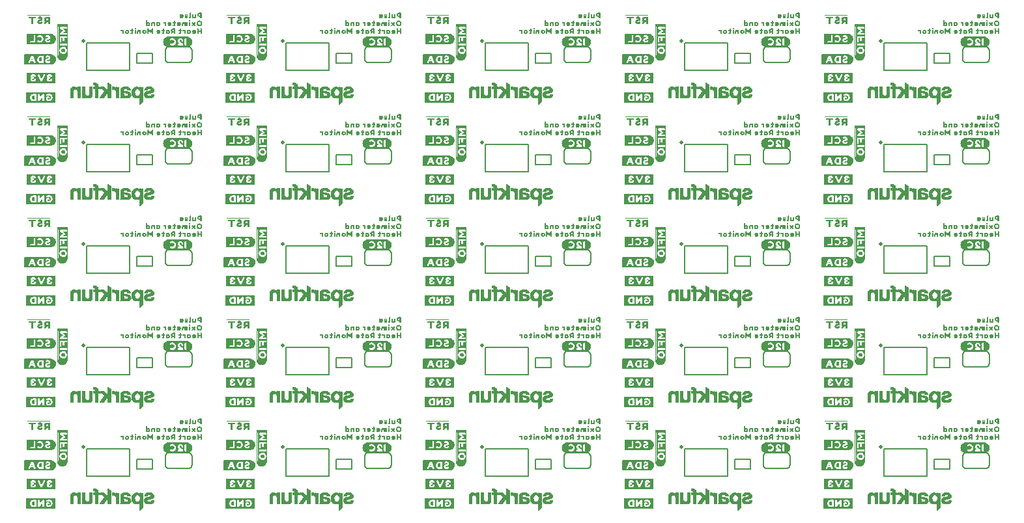
<source format=gbo>
G04 EAGLE Gerber RS-274X export*
G75*
%MOMM*%
%FSLAX34Y34*%
%LPD*%
%INSilkscreen Bottom*%
%IPPOS*%
%AMOC8*
5,1,8,0,0,1.08239X$1,22.5*%
G01*
%ADD10C,0.203200*%
%ADD11C,0.508000*%

G36*
X1104234Y192894D02*
X1104234Y192894D01*
X1104237Y192891D01*
X1104937Y192991D01*
X1104942Y192996D01*
X1104946Y192993D01*
X1105545Y193193D01*
X1106244Y193393D01*
X1106248Y193398D01*
X1106252Y193396D01*
X1107452Y193996D01*
X1107455Y194003D01*
X1107461Y194002D01*
X1107961Y194402D01*
X1107962Y194406D01*
X1107965Y194405D01*
X1108965Y195405D01*
X1108965Y195409D01*
X1108968Y195409D01*
X1109368Y195909D01*
X1109369Y195917D01*
X1109374Y195918D01*
X1109974Y197118D01*
X1109973Y197125D01*
X1109977Y197126D01*
X1110016Y197261D01*
X1110030Y197310D01*
X1110072Y197458D01*
X1110114Y197605D01*
X1110128Y197655D01*
X1110170Y197802D01*
X1110171Y197802D01*
X1110170Y197802D01*
X1110177Y197825D01*
X1110377Y198424D01*
X1110375Y198431D01*
X1110379Y198433D01*
X1110479Y199133D01*
X1110476Y199138D01*
X1110479Y199140D01*
X1110479Y240440D01*
X1110443Y240487D01*
X1110440Y240485D01*
X1110438Y240489D01*
X1109838Y240589D01*
X1109833Y240586D01*
X1109830Y240589D01*
X1096930Y240589D01*
X1096883Y240553D01*
X1096884Y240551D01*
X1096882Y240550D01*
X1096782Y240050D01*
X1096785Y240043D01*
X1096781Y240040D01*
X1096781Y237240D01*
X1096809Y237203D01*
X1096811Y237194D01*
X1096838Y237183D01*
X1096790Y237169D01*
X1096796Y237151D01*
X1096781Y237140D01*
X1096781Y199240D01*
X1096784Y199236D01*
X1096781Y199233D01*
X1096881Y198533D01*
X1096886Y198528D01*
X1096883Y198524D01*
X1097083Y197925D01*
X1097283Y197226D01*
X1097284Y197225D01*
X1097283Y197224D01*
X1097483Y196624D01*
X1097491Y196619D01*
X1097489Y196613D01*
X1097889Y196013D01*
X1097892Y196012D01*
X1097892Y196009D01*
X1098692Y195009D01*
X1098696Y195008D01*
X1098695Y195005D01*
X1099195Y194505D01*
X1099199Y194505D01*
X1099199Y194502D01*
X1099699Y194102D01*
X1099703Y194101D01*
X1099703Y194099D01*
X1100303Y193699D01*
X1100307Y193699D01*
X1100308Y193696D01*
X1100908Y193396D01*
X1100913Y193397D01*
X1100914Y193393D01*
X1101514Y193193D01*
X1101516Y193194D01*
X1101516Y193193D01*
X1102216Y192993D01*
X1102221Y192995D01*
X1102223Y192991D01*
X1102923Y192891D01*
X1102928Y192894D01*
X1102930Y192891D01*
X1104230Y192891D01*
X1104234Y192894D01*
G37*
G36*
X845154Y324974D02*
X845154Y324974D01*
X845157Y324971D01*
X845857Y325071D01*
X845862Y325076D01*
X845866Y325073D01*
X846465Y325273D01*
X847164Y325473D01*
X847168Y325478D01*
X847172Y325476D01*
X848372Y326076D01*
X848375Y326083D01*
X848381Y326082D01*
X848881Y326482D01*
X848882Y326486D01*
X848885Y326485D01*
X849885Y327485D01*
X849885Y327489D01*
X849888Y327489D01*
X850288Y327989D01*
X850289Y327997D01*
X850294Y327998D01*
X850894Y329198D01*
X850893Y329205D01*
X850897Y329206D01*
X850936Y329341D01*
X850950Y329390D01*
X850992Y329538D01*
X851034Y329685D01*
X851048Y329735D01*
X851090Y329882D01*
X851091Y329882D01*
X851090Y329882D01*
X851097Y329905D01*
X851297Y330504D01*
X851295Y330511D01*
X851299Y330513D01*
X851399Y331213D01*
X851396Y331218D01*
X851399Y331220D01*
X851399Y372520D01*
X851363Y372567D01*
X851360Y372565D01*
X851358Y372569D01*
X850758Y372669D01*
X850753Y372666D01*
X850750Y372669D01*
X837850Y372669D01*
X837803Y372633D01*
X837804Y372631D01*
X837802Y372630D01*
X837702Y372130D01*
X837705Y372123D01*
X837701Y372120D01*
X837701Y369320D01*
X837729Y369283D01*
X837731Y369274D01*
X837758Y369263D01*
X837710Y369249D01*
X837716Y369231D01*
X837701Y369220D01*
X837701Y331320D01*
X837704Y331316D01*
X837701Y331313D01*
X837801Y330613D01*
X837806Y330608D01*
X837803Y330604D01*
X838003Y330005D01*
X838203Y329306D01*
X838204Y329305D01*
X838203Y329304D01*
X838403Y328704D01*
X838411Y328699D01*
X838409Y328693D01*
X838809Y328093D01*
X838812Y328092D01*
X838812Y328089D01*
X839612Y327089D01*
X839616Y327088D01*
X839615Y327085D01*
X840115Y326585D01*
X840119Y326585D01*
X840119Y326582D01*
X840619Y326182D01*
X840623Y326181D01*
X840623Y326179D01*
X841223Y325779D01*
X841227Y325779D01*
X841228Y325776D01*
X841828Y325476D01*
X841833Y325477D01*
X841834Y325473D01*
X842434Y325273D01*
X842436Y325274D01*
X842436Y325273D01*
X843136Y325073D01*
X843141Y325075D01*
X843143Y325071D01*
X843843Y324971D01*
X843848Y324974D01*
X843850Y324971D01*
X845150Y324971D01*
X845154Y324974D01*
G37*
G36*
X586074Y324974D02*
X586074Y324974D01*
X586077Y324971D01*
X586777Y325071D01*
X586782Y325076D01*
X586786Y325073D01*
X587385Y325273D01*
X588084Y325473D01*
X588088Y325478D01*
X588092Y325476D01*
X589292Y326076D01*
X589295Y326083D01*
X589301Y326082D01*
X589801Y326482D01*
X589802Y326486D01*
X589805Y326485D01*
X590805Y327485D01*
X590805Y327489D01*
X590808Y327489D01*
X591208Y327989D01*
X591209Y327997D01*
X591214Y327998D01*
X591814Y329198D01*
X591813Y329205D01*
X591817Y329206D01*
X591856Y329341D01*
X591870Y329390D01*
X591912Y329538D01*
X591954Y329685D01*
X591968Y329735D01*
X592010Y329882D01*
X592011Y329882D01*
X592010Y329882D01*
X592017Y329905D01*
X592217Y330504D01*
X592215Y330511D01*
X592219Y330513D01*
X592319Y331213D01*
X592316Y331218D01*
X592319Y331220D01*
X592319Y372520D01*
X592283Y372567D01*
X592280Y372565D01*
X592278Y372569D01*
X591678Y372669D01*
X591673Y372666D01*
X591670Y372669D01*
X578770Y372669D01*
X578723Y372633D01*
X578724Y372631D01*
X578722Y372630D01*
X578622Y372130D01*
X578625Y372123D01*
X578621Y372120D01*
X578621Y369320D01*
X578649Y369283D01*
X578651Y369274D01*
X578678Y369263D01*
X578630Y369249D01*
X578636Y369231D01*
X578621Y369220D01*
X578621Y331320D01*
X578624Y331316D01*
X578621Y331313D01*
X578721Y330613D01*
X578726Y330608D01*
X578723Y330604D01*
X578923Y330005D01*
X579123Y329306D01*
X579124Y329305D01*
X579123Y329304D01*
X579323Y328704D01*
X579331Y328699D01*
X579329Y328693D01*
X579729Y328093D01*
X579732Y328092D01*
X579732Y328089D01*
X580532Y327089D01*
X580536Y327088D01*
X580535Y327085D01*
X581035Y326585D01*
X581039Y326585D01*
X581039Y326582D01*
X581539Y326182D01*
X581543Y326181D01*
X581543Y326179D01*
X582143Y325779D01*
X582147Y325779D01*
X582148Y325776D01*
X582748Y325476D01*
X582753Y325477D01*
X582754Y325473D01*
X583354Y325273D01*
X583356Y325274D01*
X583356Y325273D01*
X584056Y325073D01*
X584061Y325075D01*
X584063Y325071D01*
X584763Y324971D01*
X584768Y324974D01*
X584770Y324971D01*
X586070Y324971D01*
X586074Y324974D01*
G37*
G36*
X845154Y457054D02*
X845154Y457054D01*
X845157Y457051D01*
X845857Y457151D01*
X845862Y457156D01*
X845866Y457153D01*
X846465Y457353D01*
X847164Y457553D01*
X847168Y457558D01*
X847172Y457556D01*
X848372Y458156D01*
X848375Y458163D01*
X848381Y458162D01*
X848881Y458562D01*
X848882Y458566D01*
X848885Y458565D01*
X849885Y459565D01*
X849885Y459569D01*
X849888Y459569D01*
X850288Y460069D01*
X850289Y460077D01*
X850294Y460078D01*
X850894Y461278D01*
X850893Y461285D01*
X850897Y461286D01*
X850936Y461421D01*
X850950Y461470D01*
X850992Y461618D01*
X851034Y461765D01*
X851048Y461815D01*
X851090Y461962D01*
X851091Y461962D01*
X851090Y461962D01*
X851097Y461985D01*
X851297Y462584D01*
X851295Y462591D01*
X851299Y462593D01*
X851399Y463293D01*
X851396Y463298D01*
X851399Y463300D01*
X851399Y504600D01*
X851363Y504647D01*
X851360Y504645D01*
X851358Y504649D01*
X850758Y504749D01*
X850753Y504746D01*
X850750Y504749D01*
X837850Y504749D01*
X837803Y504713D01*
X837804Y504711D01*
X837802Y504710D01*
X837702Y504210D01*
X837705Y504203D01*
X837701Y504200D01*
X837701Y501400D01*
X837729Y501363D01*
X837731Y501354D01*
X837758Y501343D01*
X837710Y501329D01*
X837716Y501311D01*
X837701Y501300D01*
X837701Y463400D01*
X837704Y463396D01*
X837701Y463393D01*
X837801Y462693D01*
X837806Y462688D01*
X837803Y462684D01*
X838003Y462085D01*
X838203Y461386D01*
X838204Y461385D01*
X838203Y461384D01*
X838403Y460784D01*
X838411Y460779D01*
X838409Y460773D01*
X838809Y460173D01*
X838812Y460172D01*
X838812Y460169D01*
X839612Y459169D01*
X839616Y459168D01*
X839615Y459165D01*
X840115Y458665D01*
X840119Y458665D01*
X840119Y458662D01*
X840619Y458262D01*
X840623Y458261D01*
X840623Y458259D01*
X841223Y457859D01*
X841227Y457859D01*
X841228Y457856D01*
X841828Y457556D01*
X841833Y457557D01*
X841834Y457553D01*
X842434Y457353D01*
X842436Y457354D01*
X842436Y457353D01*
X843136Y457153D01*
X843141Y457155D01*
X843143Y457151D01*
X843843Y457051D01*
X843848Y457054D01*
X843850Y457051D01*
X845150Y457051D01*
X845154Y457054D01*
G37*
G36*
X586074Y457054D02*
X586074Y457054D01*
X586077Y457051D01*
X586777Y457151D01*
X586782Y457156D01*
X586786Y457153D01*
X587385Y457353D01*
X588084Y457553D01*
X588088Y457558D01*
X588092Y457556D01*
X589292Y458156D01*
X589295Y458163D01*
X589301Y458162D01*
X589801Y458562D01*
X589802Y458566D01*
X589805Y458565D01*
X590805Y459565D01*
X590805Y459569D01*
X590808Y459569D01*
X591208Y460069D01*
X591209Y460077D01*
X591214Y460078D01*
X591814Y461278D01*
X591813Y461285D01*
X591817Y461286D01*
X591856Y461421D01*
X591870Y461470D01*
X591912Y461618D01*
X591954Y461765D01*
X591968Y461815D01*
X592010Y461962D01*
X592011Y461962D01*
X592010Y461962D01*
X592017Y461985D01*
X592217Y462584D01*
X592215Y462591D01*
X592219Y462593D01*
X592319Y463293D01*
X592316Y463298D01*
X592319Y463300D01*
X592319Y504600D01*
X592283Y504647D01*
X592280Y504645D01*
X592278Y504649D01*
X591678Y504749D01*
X591673Y504746D01*
X591670Y504749D01*
X578770Y504749D01*
X578723Y504713D01*
X578724Y504711D01*
X578722Y504710D01*
X578622Y504210D01*
X578625Y504203D01*
X578621Y504200D01*
X578621Y501400D01*
X578649Y501363D01*
X578651Y501354D01*
X578678Y501343D01*
X578630Y501329D01*
X578636Y501311D01*
X578621Y501300D01*
X578621Y463400D01*
X578624Y463396D01*
X578621Y463393D01*
X578721Y462693D01*
X578726Y462688D01*
X578723Y462684D01*
X578923Y462085D01*
X579123Y461386D01*
X579124Y461385D01*
X579123Y461384D01*
X579323Y460784D01*
X579331Y460779D01*
X579329Y460773D01*
X579729Y460173D01*
X579732Y460172D01*
X579732Y460169D01*
X580532Y459169D01*
X580536Y459168D01*
X580535Y459165D01*
X581035Y458665D01*
X581039Y458665D01*
X581039Y458662D01*
X581539Y458262D01*
X581543Y458261D01*
X581543Y458259D01*
X582143Y457859D01*
X582147Y457859D01*
X582148Y457856D01*
X582748Y457556D01*
X582753Y457557D01*
X582754Y457553D01*
X583354Y457353D01*
X583356Y457354D01*
X583356Y457353D01*
X584056Y457153D01*
X584061Y457155D01*
X584063Y457151D01*
X584763Y457051D01*
X584768Y457054D01*
X584770Y457051D01*
X586070Y457051D01*
X586074Y457054D01*
G37*
G36*
X586074Y589134D02*
X586074Y589134D01*
X586077Y589131D01*
X586777Y589231D01*
X586782Y589236D01*
X586786Y589233D01*
X587385Y589433D01*
X588084Y589633D01*
X588088Y589638D01*
X588092Y589636D01*
X589292Y590236D01*
X589295Y590243D01*
X589301Y590242D01*
X589801Y590642D01*
X589802Y590646D01*
X589805Y590645D01*
X590805Y591645D01*
X590805Y591649D01*
X590808Y591649D01*
X591208Y592149D01*
X591209Y592157D01*
X591214Y592158D01*
X591814Y593358D01*
X591813Y593365D01*
X591817Y593366D01*
X591856Y593501D01*
X591870Y593550D01*
X591912Y593698D01*
X591954Y593845D01*
X591968Y593895D01*
X592010Y594042D01*
X592011Y594042D01*
X592010Y594042D01*
X592017Y594065D01*
X592217Y594664D01*
X592215Y594671D01*
X592219Y594673D01*
X592319Y595373D01*
X592316Y595378D01*
X592319Y595380D01*
X592319Y636680D01*
X592283Y636727D01*
X592280Y636725D01*
X592278Y636729D01*
X591678Y636829D01*
X591673Y636826D01*
X591670Y636829D01*
X578770Y636829D01*
X578723Y636793D01*
X578724Y636791D01*
X578722Y636790D01*
X578622Y636290D01*
X578625Y636283D01*
X578621Y636280D01*
X578621Y633480D01*
X578649Y633443D01*
X578651Y633434D01*
X578678Y633423D01*
X578630Y633409D01*
X578636Y633391D01*
X578621Y633380D01*
X578621Y595480D01*
X578624Y595476D01*
X578621Y595473D01*
X578721Y594773D01*
X578726Y594768D01*
X578723Y594764D01*
X578923Y594165D01*
X579123Y593466D01*
X579124Y593465D01*
X579123Y593464D01*
X579323Y592864D01*
X579331Y592859D01*
X579329Y592853D01*
X579729Y592253D01*
X579732Y592252D01*
X579732Y592249D01*
X580532Y591249D01*
X580536Y591248D01*
X580535Y591245D01*
X581035Y590745D01*
X581039Y590745D01*
X581039Y590742D01*
X581539Y590342D01*
X581543Y590341D01*
X581543Y590339D01*
X582143Y589939D01*
X582147Y589939D01*
X582148Y589936D01*
X582748Y589636D01*
X582753Y589637D01*
X582754Y589633D01*
X583354Y589433D01*
X583356Y589434D01*
X583356Y589433D01*
X584056Y589233D01*
X584061Y589235D01*
X584063Y589231D01*
X584763Y589131D01*
X584768Y589134D01*
X584770Y589131D01*
X586070Y589131D01*
X586074Y589134D01*
G37*
G36*
X67914Y589134D02*
X67914Y589134D01*
X67917Y589131D01*
X68617Y589231D01*
X68622Y589236D01*
X68626Y589233D01*
X69225Y589433D01*
X69924Y589633D01*
X69928Y589638D01*
X69932Y589636D01*
X71132Y590236D01*
X71135Y590243D01*
X71141Y590242D01*
X71641Y590642D01*
X71642Y590646D01*
X71645Y590645D01*
X72645Y591645D01*
X72645Y591649D01*
X72648Y591649D01*
X73048Y592149D01*
X73049Y592157D01*
X73054Y592158D01*
X73654Y593358D01*
X73653Y593365D01*
X73657Y593366D01*
X73696Y593501D01*
X73710Y593550D01*
X73752Y593698D01*
X73794Y593845D01*
X73808Y593895D01*
X73850Y594042D01*
X73851Y594042D01*
X73850Y594042D01*
X73857Y594065D01*
X74057Y594664D01*
X74055Y594671D01*
X74059Y594673D01*
X74159Y595373D01*
X74156Y595378D01*
X74159Y595380D01*
X74159Y636680D01*
X74123Y636727D01*
X74120Y636725D01*
X74118Y636729D01*
X73518Y636829D01*
X73513Y636826D01*
X73510Y636829D01*
X60610Y636829D01*
X60563Y636793D01*
X60564Y636791D01*
X60562Y636790D01*
X60462Y636290D01*
X60465Y636283D01*
X60461Y636280D01*
X60461Y633480D01*
X60489Y633443D01*
X60491Y633434D01*
X60518Y633423D01*
X60470Y633409D01*
X60476Y633391D01*
X60461Y633380D01*
X60461Y595480D01*
X60464Y595476D01*
X60461Y595473D01*
X60561Y594773D01*
X60566Y594768D01*
X60563Y594764D01*
X60763Y594165D01*
X60963Y593466D01*
X60964Y593465D01*
X60963Y593464D01*
X61163Y592864D01*
X61171Y592859D01*
X61169Y592853D01*
X61569Y592253D01*
X61572Y592252D01*
X61572Y592249D01*
X62372Y591249D01*
X62376Y591248D01*
X62375Y591245D01*
X62875Y590745D01*
X62879Y590745D01*
X62879Y590742D01*
X63379Y590342D01*
X63383Y590341D01*
X63383Y590339D01*
X63983Y589939D01*
X63987Y589939D01*
X63988Y589936D01*
X64588Y589636D01*
X64593Y589637D01*
X64594Y589633D01*
X65194Y589433D01*
X65196Y589434D01*
X65196Y589433D01*
X65896Y589233D01*
X65901Y589235D01*
X65903Y589231D01*
X66603Y589131D01*
X66608Y589134D01*
X66610Y589131D01*
X67910Y589131D01*
X67914Y589134D01*
G37*
G36*
X1104234Y589134D02*
X1104234Y589134D01*
X1104237Y589131D01*
X1104937Y589231D01*
X1104942Y589236D01*
X1104946Y589233D01*
X1105545Y589433D01*
X1106244Y589633D01*
X1106248Y589638D01*
X1106252Y589636D01*
X1107452Y590236D01*
X1107455Y590243D01*
X1107461Y590242D01*
X1107961Y590642D01*
X1107962Y590646D01*
X1107965Y590645D01*
X1108965Y591645D01*
X1108965Y591649D01*
X1108968Y591649D01*
X1109368Y592149D01*
X1109369Y592157D01*
X1109374Y592158D01*
X1109974Y593358D01*
X1109973Y593365D01*
X1109977Y593366D01*
X1110016Y593501D01*
X1110030Y593550D01*
X1110072Y593698D01*
X1110114Y593845D01*
X1110128Y593895D01*
X1110170Y594042D01*
X1110171Y594042D01*
X1110170Y594042D01*
X1110177Y594065D01*
X1110377Y594664D01*
X1110375Y594671D01*
X1110379Y594673D01*
X1110479Y595373D01*
X1110476Y595378D01*
X1110479Y595380D01*
X1110479Y636680D01*
X1110443Y636727D01*
X1110440Y636725D01*
X1110438Y636729D01*
X1109838Y636829D01*
X1109833Y636826D01*
X1109830Y636829D01*
X1096930Y636829D01*
X1096883Y636793D01*
X1096884Y636791D01*
X1096882Y636790D01*
X1096782Y636290D01*
X1096785Y636283D01*
X1096781Y636280D01*
X1096781Y633480D01*
X1096809Y633443D01*
X1096811Y633434D01*
X1096838Y633423D01*
X1096790Y633409D01*
X1096796Y633391D01*
X1096781Y633380D01*
X1096781Y595480D01*
X1096784Y595476D01*
X1096781Y595473D01*
X1096881Y594773D01*
X1096886Y594768D01*
X1096883Y594764D01*
X1097083Y594165D01*
X1097283Y593466D01*
X1097284Y593465D01*
X1097283Y593464D01*
X1097483Y592864D01*
X1097491Y592859D01*
X1097489Y592853D01*
X1097889Y592253D01*
X1097892Y592252D01*
X1097892Y592249D01*
X1098692Y591249D01*
X1098696Y591248D01*
X1098695Y591245D01*
X1099195Y590745D01*
X1099199Y590745D01*
X1099199Y590742D01*
X1099699Y590342D01*
X1099703Y590341D01*
X1099703Y590339D01*
X1100303Y589939D01*
X1100307Y589939D01*
X1100308Y589936D01*
X1100908Y589636D01*
X1100913Y589637D01*
X1100914Y589633D01*
X1101514Y589433D01*
X1101516Y589434D01*
X1101516Y589433D01*
X1102216Y589233D01*
X1102221Y589235D01*
X1102223Y589231D01*
X1102923Y589131D01*
X1102928Y589134D01*
X1102930Y589131D01*
X1104230Y589131D01*
X1104234Y589134D01*
G37*
G36*
X326994Y589134D02*
X326994Y589134D01*
X326997Y589131D01*
X327697Y589231D01*
X327702Y589236D01*
X327706Y589233D01*
X328305Y589433D01*
X329004Y589633D01*
X329008Y589638D01*
X329012Y589636D01*
X330212Y590236D01*
X330215Y590243D01*
X330221Y590242D01*
X330721Y590642D01*
X330722Y590646D01*
X330725Y590645D01*
X331725Y591645D01*
X331725Y591649D01*
X331728Y591649D01*
X332128Y592149D01*
X332129Y592157D01*
X332134Y592158D01*
X332734Y593358D01*
X332733Y593365D01*
X332737Y593366D01*
X332776Y593501D01*
X332790Y593550D01*
X332832Y593698D01*
X332874Y593845D01*
X332888Y593895D01*
X332930Y594042D01*
X332931Y594042D01*
X332930Y594042D01*
X332937Y594065D01*
X333137Y594664D01*
X333135Y594671D01*
X333139Y594673D01*
X333239Y595373D01*
X333236Y595378D01*
X333239Y595380D01*
X333239Y636680D01*
X333203Y636727D01*
X333200Y636725D01*
X333198Y636729D01*
X332598Y636829D01*
X332593Y636826D01*
X332590Y636829D01*
X319690Y636829D01*
X319643Y636793D01*
X319644Y636791D01*
X319642Y636790D01*
X319542Y636290D01*
X319545Y636283D01*
X319541Y636280D01*
X319541Y633480D01*
X319569Y633443D01*
X319571Y633434D01*
X319598Y633423D01*
X319550Y633409D01*
X319556Y633391D01*
X319541Y633380D01*
X319541Y595480D01*
X319544Y595476D01*
X319541Y595473D01*
X319641Y594773D01*
X319646Y594768D01*
X319643Y594764D01*
X319843Y594165D01*
X320043Y593466D01*
X320044Y593465D01*
X320043Y593464D01*
X320243Y592864D01*
X320251Y592859D01*
X320249Y592853D01*
X320649Y592253D01*
X320652Y592252D01*
X320652Y592249D01*
X321452Y591249D01*
X321456Y591248D01*
X321455Y591245D01*
X321955Y590745D01*
X321959Y590745D01*
X321959Y590742D01*
X322459Y590342D01*
X322463Y590341D01*
X322463Y590339D01*
X323063Y589939D01*
X323067Y589939D01*
X323068Y589936D01*
X323668Y589636D01*
X323673Y589637D01*
X323674Y589633D01*
X324274Y589433D01*
X324276Y589434D01*
X324276Y589433D01*
X324976Y589233D01*
X324981Y589235D01*
X324983Y589231D01*
X325683Y589131D01*
X325688Y589134D01*
X325690Y589131D01*
X326990Y589131D01*
X326994Y589134D01*
G37*
G36*
X845154Y589134D02*
X845154Y589134D01*
X845157Y589131D01*
X845857Y589231D01*
X845862Y589236D01*
X845866Y589233D01*
X846465Y589433D01*
X847164Y589633D01*
X847168Y589638D01*
X847172Y589636D01*
X848372Y590236D01*
X848375Y590243D01*
X848381Y590242D01*
X848881Y590642D01*
X848882Y590646D01*
X848885Y590645D01*
X849885Y591645D01*
X849885Y591649D01*
X849888Y591649D01*
X850288Y592149D01*
X850289Y592157D01*
X850294Y592158D01*
X850894Y593358D01*
X850893Y593365D01*
X850897Y593366D01*
X850936Y593501D01*
X850950Y593550D01*
X850992Y593698D01*
X851034Y593845D01*
X851048Y593895D01*
X851090Y594042D01*
X851091Y594042D01*
X851090Y594042D01*
X851097Y594065D01*
X851297Y594664D01*
X851295Y594671D01*
X851299Y594673D01*
X851399Y595373D01*
X851396Y595378D01*
X851399Y595380D01*
X851399Y636680D01*
X851363Y636727D01*
X851360Y636725D01*
X851358Y636729D01*
X850758Y636829D01*
X850753Y636826D01*
X850750Y636829D01*
X837850Y636829D01*
X837803Y636793D01*
X837804Y636791D01*
X837802Y636790D01*
X837702Y636290D01*
X837705Y636283D01*
X837701Y636280D01*
X837701Y633480D01*
X837729Y633443D01*
X837731Y633434D01*
X837758Y633423D01*
X837710Y633409D01*
X837716Y633391D01*
X837701Y633380D01*
X837701Y595480D01*
X837704Y595476D01*
X837701Y595473D01*
X837801Y594773D01*
X837806Y594768D01*
X837803Y594764D01*
X838003Y594165D01*
X838203Y593466D01*
X838204Y593465D01*
X838203Y593464D01*
X838403Y592864D01*
X838411Y592859D01*
X838409Y592853D01*
X838809Y592253D01*
X838812Y592252D01*
X838812Y592249D01*
X839612Y591249D01*
X839616Y591248D01*
X839615Y591245D01*
X840115Y590745D01*
X840119Y590745D01*
X840119Y590742D01*
X840619Y590342D01*
X840623Y590341D01*
X840623Y590339D01*
X841223Y589939D01*
X841227Y589939D01*
X841228Y589936D01*
X841828Y589636D01*
X841833Y589637D01*
X841834Y589633D01*
X842434Y589433D01*
X842436Y589434D01*
X842436Y589433D01*
X843136Y589233D01*
X843141Y589235D01*
X843143Y589231D01*
X843843Y589131D01*
X843848Y589134D01*
X843850Y589131D01*
X845150Y589131D01*
X845154Y589134D01*
G37*
G36*
X326994Y192894D02*
X326994Y192894D01*
X326997Y192891D01*
X327697Y192991D01*
X327702Y192996D01*
X327706Y192993D01*
X328305Y193193D01*
X329004Y193393D01*
X329008Y193398D01*
X329012Y193396D01*
X330212Y193996D01*
X330215Y194003D01*
X330221Y194002D01*
X330721Y194402D01*
X330722Y194406D01*
X330725Y194405D01*
X331725Y195405D01*
X331725Y195409D01*
X331728Y195409D01*
X332128Y195909D01*
X332129Y195917D01*
X332134Y195918D01*
X332734Y197118D01*
X332733Y197125D01*
X332737Y197126D01*
X332776Y197261D01*
X332790Y197310D01*
X332832Y197458D01*
X332874Y197605D01*
X332888Y197655D01*
X332930Y197802D01*
X332931Y197802D01*
X332930Y197802D01*
X332937Y197825D01*
X333137Y198424D01*
X333135Y198431D01*
X333139Y198433D01*
X333239Y199133D01*
X333236Y199138D01*
X333239Y199140D01*
X333239Y240440D01*
X333203Y240487D01*
X333200Y240485D01*
X333198Y240489D01*
X332598Y240589D01*
X332593Y240586D01*
X332590Y240589D01*
X319690Y240589D01*
X319643Y240553D01*
X319644Y240551D01*
X319642Y240550D01*
X319542Y240050D01*
X319545Y240043D01*
X319541Y240040D01*
X319541Y237240D01*
X319569Y237203D01*
X319571Y237194D01*
X319598Y237183D01*
X319550Y237169D01*
X319556Y237151D01*
X319541Y237140D01*
X319541Y199240D01*
X319544Y199236D01*
X319541Y199233D01*
X319641Y198533D01*
X319646Y198528D01*
X319643Y198524D01*
X319843Y197925D01*
X320043Y197226D01*
X320044Y197225D01*
X320043Y197224D01*
X320243Y196624D01*
X320251Y196619D01*
X320249Y196613D01*
X320649Y196013D01*
X320652Y196012D01*
X320652Y196009D01*
X321452Y195009D01*
X321456Y195008D01*
X321455Y195005D01*
X321955Y194505D01*
X321959Y194505D01*
X321959Y194502D01*
X322459Y194102D01*
X322463Y194101D01*
X322463Y194099D01*
X323063Y193699D01*
X323067Y193699D01*
X323068Y193696D01*
X323668Y193396D01*
X323673Y193397D01*
X323674Y193393D01*
X324274Y193193D01*
X324276Y193194D01*
X324276Y193193D01*
X324976Y192993D01*
X324981Y192995D01*
X324983Y192991D01*
X325683Y192891D01*
X325688Y192894D01*
X325690Y192891D01*
X326990Y192891D01*
X326994Y192894D01*
G37*
G36*
X845154Y192894D02*
X845154Y192894D01*
X845157Y192891D01*
X845857Y192991D01*
X845862Y192996D01*
X845866Y192993D01*
X846465Y193193D01*
X847164Y193393D01*
X847168Y193398D01*
X847172Y193396D01*
X848372Y193996D01*
X848375Y194003D01*
X848381Y194002D01*
X848881Y194402D01*
X848882Y194406D01*
X848885Y194405D01*
X849885Y195405D01*
X849885Y195409D01*
X849888Y195409D01*
X850288Y195909D01*
X850289Y195917D01*
X850294Y195918D01*
X850894Y197118D01*
X850893Y197125D01*
X850897Y197126D01*
X850936Y197261D01*
X850950Y197310D01*
X850992Y197458D01*
X851034Y197605D01*
X851048Y197655D01*
X851090Y197802D01*
X851091Y197802D01*
X851090Y197802D01*
X851097Y197825D01*
X851297Y198424D01*
X851295Y198431D01*
X851299Y198433D01*
X851399Y199133D01*
X851396Y199138D01*
X851399Y199140D01*
X851399Y240440D01*
X851363Y240487D01*
X851360Y240485D01*
X851358Y240489D01*
X850758Y240589D01*
X850753Y240586D01*
X850750Y240589D01*
X837850Y240589D01*
X837803Y240553D01*
X837804Y240551D01*
X837802Y240550D01*
X837702Y240050D01*
X837705Y240043D01*
X837701Y240040D01*
X837701Y237240D01*
X837729Y237203D01*
X837731Y237194D01*
X837758Y237183D01*
X837710Y237169D01*
X837716Y237151D01*
X837701Y237140D01*
X837701Y199240D01*
X837704Y199236D01*
X837701Y199233D01*
X837801Y198533D01*
X837806Y198528D01*
X837803Y198524D01*
X838003Y197925D01*
X838203Y197226D01*
X838204Y197225D01*
X838203Y197224D01*
X838403Y196624D01*
X838411Y196619D01*
X838409Y196613D01*
X838809Y196013D01*
X838812Y196012D01*
X838812Y196009D01*
X839612Y195009D01*
X839616Y195008D01*
X839615Y195005D01*
X840115Y194505D01*
X840119Y194505D01*
X840119Y194502D01*
X840619Y194102D01*
X840623Y194101D01*
X840623Y194099D01*
X841223Y193699D01*
X841227Y193699D01*
X841228Y193696D01*
X841828Y193396D01*
X841833Y193397D01*
X841834Y193393D01*
X842434Y193193D01*
X842436Y193194D01*
X842436Y193193D01*
X843136Y192993D01*
X843141Y192995D01*
X843143Y192991D01*
X843843Y192891D01*
X843848Y192894D01*
X843850Y192891D01*
X845150Y192891D01*
X845154Y192894D01*
G37*
G36*
X67914Y192894D02*
X67914Y192894D01*
X67917Y192891D01*
X68617Y192991D01*
X68622Y192996D01*
X68626Y192993D01*
X69225Y193193D01*
X69924Y193393D01*
X69928Y193398D01*
X69932Y193396D01*
X71132Y193996D01*
X71135Y194003D01*
X71141Y194002D01*
X71641Y194402D01*
X71642Y194406D01*
X71645Y194405D01*
X72645Y195405D01*
X72645Y195409D01*
X72648Y195409D01*
X73048Y195909D01*
X73049Y195917D01*
X73054Y195918D01*
X73654Y197118D01*
X73653Y197125D01*
X73657Y197126D01*
X73696Y197261D01*
X73710Y197310D01*
X73752Y197458D01*
X73794Y197605D01*
X73808Y197655D01*
X73850Y197802D01*
X73851Y197802D01*
X73850Y197802D01*
X73857Y197825D01*
X74057Y198424D01*
X74055Y198431D01*
X74059Y198433D01*
X74159Y199133D01*
X74156Y199138D01*
X74159Y199140D01*
X74159Y240440D01*
X74123Y240487D01*
X74120Y240485D01*
X74118Y240489D01*
X73518Y240589D01*
X73513Y240586D01*
X73510Y240589D01*
X60610Y240589D01*
X60563Y240553D01*
X60564Y240551D01*
X60562Y240550D01*
X60462Y240050D01*
X60465Y240043D01*
X60461Y240040D01*
X60461Y237240D01*
X60489Y237203D01*
X60491Y237194D01*
X60518Y237183D01*
X60470Y237169D01*
X60476Y237151D01*
X60461Y237140D01*
X60461Y199240D01*
X60464Y199236D01*
X60461Y199233D01*
X60561Y198533D01*
X60566Y198528D01*
X60563Y198524D01*
X60763Y197925D01*
X60963Y197226D01*
X60964Y197225D01*
X60963Y197224D01*
X61163Y196624D01*
X61171Y196619D01*
X61169Y196613D01*
X61569Y196013D01*
X61572Y196012D01*
X61572Y196009D01*
X62372Y195009D01*
X62376Y195008D01*
X62375Y195005D01*
X62875Y194505D01*
X62879Y194505D01*
X62879Y194502D01*
X63379Y194102D01*
X63383Y194101D01*
X63383Y194099D01*
X63983Y193699D01*
X63987Y193699D01*
X63988Y193696D01*
X64588Y193396D01*
X64593Y193397D01*
X64594Y193393D01*
X65194Y193193D01*
X65196Y193194D01*
X65196Y193193D01*
X65896Y192993D01*
X65901Y192995D01*
X65903Y192991D01*
X66603Y192891D01*
X66608Y192894D01*
X66610Y192891D01*
X67910Y192891D01*
X67914Y192894D01*
G37*
G36*
X67914Y457054D02*
X67914Y457054D01*
X67917Y457051D01*
X68617Y457151D01*
X68622Y457156D01*
X68626Y457153D01*
X69225Y457353D01*
X69924Y457553D01*
X69928Y457558D01*
X69932Y457556D01*
X71132Y458156D01*
X71135Y458163D01*
X71141Y458162D01*
X71641Y458562D01*
X71642Y458566D01*
X71645Y458565D01*
X72645Y459565D01*
X72645Y459569D01*
X72648Y459569D01*
X73048Y460069D01*
X73049Y460077D01*
X73054Y460078D01*
X73654Y461278D01*
X73653Y461285D01*
X73657Y461286D01*
X73696Y461421D01*
X73710Y461470D01*
X73752Y461618D01*
X73794Y461765D01*
X73808Y461815D01*
X73850Y461962D01*
X73851Y461962D01*
X73850Y461962D01*
X73857Y461985D01*
X74057Y462584D01*
X74055Y462591D01*
X74059Y462593D01*
X74159Y463293D01*
X74156Y463298D01*
X74159Y463300D01*
X74159Y504600D01*
X74123Y504647D01*
X74120Y504645D01*
X74118Y504649D01*
X73518Y504749D01*
X73513Y504746D01*
X73510Y504749D01*
X60610Y504749D01*
X60563Y504713D01*
X60564Y504711D01*
X60562Y504710D01*
X60462Y504210D01*
X60465Y504203D01*
X60461Y504200D01*
X60461Y501400D01*
X60489Y501363D01*
X60491Y501354D01*
X60518Y501343D01*
X60470Y501329D01*
X60476Y501311D01*
X60461Y501300D01*
X60461Y463400D01*
X60464Y463396D01*
X60461Y463393D01*
X60561Y462693D01*
X60566Y462688D01*
X60563Y462684D01*
X60763Y462085D01*
X60963Y461386D01*
X60964Y461385D01*
X60963Y461384D01*
X61163Y460784D01*
X61171Y460779D01*
X61169Y460773D01*
X61569Y460173D01*
X61572Y460172D01*
X61572Y460169D01*
X62372Y459169D01*
X62376Y459168D01*
X62375Y459165D01*
X62875Y458665D01*
X62879Y458665D01*
X62879Y458662D01*
X63379Y458262D01*
X63383Y458261D01*
X63383Y458259D01*
X63983Y457859D01*
X63987Y457859D01*
X63988Y457856D01*
X64588Y457556D01*
X64593Y457557D01*
X64594Y457553D01*
X65194Y457353D01*
X65196Y457354D01*
X65196Y457353D01*
X65896Y457153D01*
X65901Y457155D01*
X65903Y457151D01*
X66603Y457051D01*
X66608Y457054D01*
X66610Y457051D01*
X67910Y457051D01*
X67914Y457054D01*
G37*
G36*
X586074Y192894D02*
X586074Y192894D01*
X586077Y192891D01*
X586777Y192991D01*
X586782Y192996D01*
X586786Y192993D01*
X587385Y193193D01*
X588084Y193393D01*
X588088Y193398D01*
X588092Y193396D01*
X589292Y193996D01*
X589295Y194003D01*
X589301Y194002D01*
X589801Y194402D01*
X589802Y194406D01*
X589805Y194405D01*
X590805Y195405D01*
X590805Y195409D01*
X590808Y195409D01*
X591208Y195909D01*
X591209Y195917D01*
X591214Y195918D01*
X591814Y197118D01*
X591813Y197125D01*
X591817Y197126D01*
X591856Y197261D01*
X591870Y197310D01*
X591912Y197458D01*
X591954Y197605D01*
X591968Y197655D01*
X592010Y197802D01*
X592011Y197802D01*
X592010Y197802D01*
X592017Y197825D01*
X592217Y198424D01*
X592215Y198431D01*
X592219Y198433D01*
X592319Y199133D01*
X592316Y199138D01*
X592319Y199140D01*
X592319Y240440D01*
X592283Y240487D01*
X592280Y240485D01*
X592278Y240489D01*
X591678Y240589D01*
X591673Y240586D01*
X591670Y240589D01*
X578770Y240589D01*
X578723Y240553D01*
X578724Y240551D01*
X578722Y240550D01*
X578622Y240050D01*
X578625Y240043D01*
X578621Y240040D01*
X578621Y237240D01*
X578649Y237203D01*
X578651Y237194D01*
X578678Y237183D01*
X578630Y237169D01*
X578636Y237151D01*
X578621Y237140D01*
X578621Y199240D01*
X578624Y199236D01*
X578621Y199233D01*
X578721Y198533D01*
X578726Y198528D01*
X578723Y198524D01*
X578923Y197925D01*
X579123Y197226D01*
X579124Y197225D01*
X579123Y197224D01*
X579323Y196624D01*
X579331Y196619D01*
X579329Y196613D01*
X579729Y196013D01*
X579732Y196012D01*
X579732Y196009D01*
X580532Y195009D01*
X580536Y195008D01*
X580535Y195005D01*
X581035Y194505D01*
X581039Y194505D01*
X581039Y194502D01*
X581539Y194102D01*
X581543Y194101D01*
X581543Y194099D01*
X582143Y193699D01*
X582147Y193699D01*
X582148Y193696D01*
X582748Y193396D01*
X582753Y193397D01*
X582754Y193393D01*
X583354Y193193D01*
X583356Y193194D01*
X583356Y193193D01*
X584056Y192993D01*
X584061Y192995D01*
X584063Y192991D01*
X584763Y192891D01*
X584768Y192894D01*
X584770Y192891D01*
X586070Y192891D01*
X586074Y192894D01*
G37*
G36*
X67914Y60814D02*
X67914Y60814D01*
X67917Y60811D01*
X68617Y60911D01*
X68622Y60916D01*
X68626Y60913D01*
X69225Y61113D01*
X69924Y61313D01*
X69928Y61318D01*
X69932Y61316D01*
X71132Y61916D01*
X71135Y61923D01*
X71141Y61922D01*
X71641Y62322D01*
X71642Y62326D01*
X71645Y62325D01*
X72645Y63325D01*
X72645Y63329D01*
X72648Y63329D01*
X73048Y63829D01*
X73049Y63837D01*
X73054Y63838D01*
X73654Y65038D01*
X73653Y65045D01*
X73657Y65046D01*
X73696Y65181D01*
X73710Y65230D01*
X73752Y65378D01*
X73794Y65525D01*
X73808Y65575D01*
X73850Y65722D01*
X73851Y65722D01*
X73850Y65722D01*
X73857Y65745D01*
X74057Y66344D01*
X74055Y66351D01*
X74059Y66353D01*
X74159Y67053D01*
X74156Y67058D01*
X74159Y67060D01*
X74159Y108360D01*
X74123Y108407D01*
X74120Y108405D01*
X74118Y108409D01*
X73518Y108509D01*
X73513Y108506D01*
X73510Y108509D01*
X60610Y108509D01*
X60563Y108473D01*
X60564Y108471D01*
X60562Y108470D01*
X60462Y107970D01*
X60465Y107963D01*
X60461Y107960D01*
X60461Y105160D01*
X60489Y105123D01*
X60491Y105114D01*
X60518Y105103D01*
X60470Y105089D01*
X60476Y105071D01*
X60461Y105060D01*
X60461Y67160D01*
X60464Y67156D01*
X60461Y67153D01*
X60561Y66453D01*
X60566Y66448D01*
X60563Y66444D01*
X60763Y65845D01*
X60963Y65146D01*
X60964Y65145D01*
X60963Y65144D01*
X61163Y64544D01*
X61171Y64539D01*
X61169Y64533D01*
X61569Y63933D01*
X61572Y63932D01*
X61572Y63929D01*
X62372Y62929D01*
X62376Y62928D01*
X62375Y62925D01*
X62875Y62425D01*
X62879Y62425D01*
X62879Y62422D01*
X63379Y62022D01*
X63383Y62021D01*
X63383Y62019D01*
X63983Y61619D01*
X63987Y61619D01*
X63988Y61616D01*
X64588Y61316D01*
X64593Y61317D01*
X64594Y61313D01*
X65194Y61113D01*
X65196Y61114D01*
X65196Y61113D01*
X65896Y60913D01*
X65901Y60915D01*
X65903Y60911D01*
X66603Y60811D01*
X66608Y60814D01*
X66610Y60811D01*
X67910Y60811D01*
X67914Y60814D01*
G37*
G36*
X1104234Y60814D02*
X1104234Y60814D01*
X1104237Y60811D01*
X1104937Y60911D01*
X1104942Y60916D01*
X1104946Y60913D01*
X1105545Y61113D01*
X1106244Y61313D01*
X1106248Y61318D01*
X1106252Y61316D01*
X1107452Y61916D01*
X1107455Y61923D01*
X1107461Y61922D01*
X1107961Y62322D01*
X1107962Y62326D01*
X1107965Y62325D01*
X1108965Y63325D01*
X1108965Y63329D01*
X1108968Y63329D01*
X1109368Y63829D01*
X1109369Y63837D01*
X1109374Y63838D01*
X1109974Y65038D01*
X1109973Y65045D01*
X1109977Y65046D01*
X1110016Y65181D01*
X1110030Y65230D01*
X1110072Y65378D01*
X1110114Y65525D01*
X1110128Y65575D01*
X1110170Y65722D01*
X1110171Y65722D01*
X1110170Y65722D01*
X1110177Y65745D01*
X1110377Y66344D01*
X1110375Y66351D01*
X1110379Y66353D01*
X1110479Y67053D01*
X1110476Y67058D01*
X1110479Y67060D01*
X1110479Y108360D01*
X1110443Y108407D01*
X1110440Y108405D01*
X1110438Y108409D01*
X1109838Y108509D01*
X1109833Y108506D01*
X1109830Y108509D01*
X1096930Y108509D01*
X1096883Y108473D01*
X1096884Y108471D01*
X1096882Y108470D01*
X1096782Y107970D01*
X1096785Y107963D01*
X1096781Y107960D01*
X1096781Y105160D01*
X1096809Y105123D01*
X1096811Y105114D01*
X1096838Y105103D01*
X1096790Y105089D01*
X1096796Y105071D01*
X1096781Y105060D01*
X1096781Y67160D01*
X1096784Y67156D01*
X1096781Y67153D01*
X1096881Y66453D01*
X1096886Y66448D01*
X1096883Y66444D01*
X1097083Y65845D01*
X1097283Y65146D01*
X1097284Y65145D01*
X1097283Y65144D01*
X1097483Y64544D01*
X1097491Y64539D01*
X1097489Y64533D01*
X1097889Y63933D01*
X1097892Y63932D01*
X1097892Y63929D01*
X1098692Y62929D01*
X1098696Y62928D01*
X1098695Y62925D01*
X1099195Y62425D01*
X1099199Y62425D01*
X1099199Y62422D01*
X1099699Y62022D01*
X1099703Y62021D01*
X1099703Y62019D01*
X1100303Y61619D01*
X1100307Y61619D01*
X1100308Y61616D01*
X1100908Y61316D01*
X1100913Y61317D01*
X1100914Y61313D01*
X1101514Y61113D01*
X1101516Y61114D01*
X1101516Y61113D01*
X1102216Y60913D01*
X1102221Y60915D01*
X1102223Y60911D01*
X1102923Y60811D01*
X1102928Y60814D01*
X1102930Y60811D01*
X1104230Y60811D01*
X1104234Y60814D01*
G37*
G36*
X845154Y60814D02*
X845154Y60814D01*
X845157Y60811D01*
X845857Y60911D01*
X845862Y60916D01*
X845866Y60913D01*
X846465Y61113D01*
X847164Y61313D01*
X847168Y61318D01*
X847172Y61316D01*
X848372Y61916D01*
X848375Y61923D01*
X848381Y61922D01*
X848881Y62322D01*
X848882Y62326D01*
X848885Y62325D01*
X849885Y63325D01*
X849885Y63329D01*
X849888Y63329D01*
X850288Y63829D01*
X850289Y63837D01*
X850294Y63838D01*
X850894Y65038D01*
X850893Y65045D01*
X850897Y65046D01*
X850936Y65181D01*
X850950Y65230D01*
X850992Y65378D01*
X851034Y65525D01*
X851048Y65575D01*
X851090Y65722D01*
X851091Y65722D01*
X851090Y65722D01*
X851097Y65745D01*
X851297Y66344D01*
X851295Y66351D01*
X851299Y66353D01*
X851399Y67053D01*
X851396Y67058D01*
X851399Y67060D01*
X851399Y108360D01*
X851363Y108407D01*
X851360Y108405D01*
X851358Y108409D01*
X850758Y108509D01*
X850753Y108506D01*
X850750Y108509D01*
X837850Y108509D01*
X837803Y108473D01*
X837804Y108471D01*
X837802Y108470D01*
X837702Y107970D01*
X837705Y107963D01*
X837701Y107960D01*
X837701Y105160D01*
X837729Y105123D01*
X837731Y105114D01*
X837758Y105103D01*
X837710Y105089D01*
X837716Y105071D01*
X837701Y105060D01*
X837701Y67160D01*
X837704Y67156D01*
X837701Y67153D01*
X837801Y66453D01*
X837806Y66448D01*
X837803Y66444D01*
X838003Y65845D01*
X838203Y65146D01*
X838204Y65145D01*
X838203Y65144D01*
X838403Y64544D01*
X838411Y64539D01*
X838409Y64533D01*
X838809Y63933D01*
X838812Y63932D01*
X838812Y63929D01*
X839612Y62929D01*
X839616Y62928D01*
X839615Y62925D01*
X840115Y62425D01*
X840119Y62425D01*
X840119Y62422D01*
X840619Y62022D01*
X840623Y62021D01*
X840623Y62019D01*
X841223Y61619D01*
X841227Y61619D01*
X841228Y61616D01*
X841828Y61316D01*
X841833Y61317D01*
X841834Y61313D01*
X842434Y61113D01*
X842436Y61114D01*
X842436Y61113D01*
X843136Y60913D01*
X843141Y60915D01*
X843143Y60911D01*
X843843Y60811D01*
X843848Y60814D01*
X843850Y60811D01*
X845150Y60811D01*
X845154Y60814D01*
G37*
G36*
X326994Y60814D02*
X326994Y60814D01*
X326997Y60811D01*
X327697Y60911D01*
X327702Y60916D01*
X327706Y60913D01*
X328305Y61113D01*
X329004Y61313D01*
X329008Y61318D01*
X329012Y61316D01*
X330212Y61916D01*
X330215Y61923D01*
X330221Y61922D01*
X330721Y62322D01*
X330722Y62326D01*
X330725Y62325D01*
X331725Y63325D01*
X331725Y63329D01*
X331728Y63329D01*
X332128Y63829D01*
X332129Y63837D01*
X332134Y63838D01*
X332734Y65038D01*
X332733Y65045D01*
X332737Y65046D01*
X332776Y65181D01*
X332790Y65230D01*
X332832Y65378D01*
X332874Y65525D01*
X332888Y65575D01*
X332930Y65722D01*
X332931Y65722D01*
X332930Y65722D01*
X332937Y65745D01*
X333137Y66344D01*
X333135Y66351D01*
X333139Y66353D01*
X333239Y67053D01*
X333236Y67058D01*
X333239Y67060D01*
X333239Y108360D01*
X333203Y108407D01*
X333200Y108405D01*
X333198Y108409D01*
X332598Y108509D01*
X332593Y108506D01*
X332590Y108509D01*
X319690Y108509D01*
X319643Y108473D01*
X319644Y108471D01*
X319642Y108470D01*
X319542Y107970D01*
X319545Y107963D01*
X319541Y107960D01*
X319541Y105160D01*
X319569Y105123D01*
X319571Y105114D01*
X319598Y105103D01*
X319550Y105089D01*
X319556Y105071D01*
X319541Y105060D01*
X319541Y67160D01*
X319544Y67156D01*
X319541Y67153D01*
X319641Y66453D01*
X319646Y66448D01*
X319643Y66444D01*
X319843Y65845D01*
X320043Y65146D01*
X320044Y65145D01*
X320043Y65144D01*
X320243Y64544D01*
X320251Y64539D01*
X320249Y64533D01*
X320649Y63933D01*
X320652Y63932D01*
X320652Y63929D01*
X321452Y62929D01*
X321456Y62928D01*
X321455Y62925D01*
X321955Y62425D01*
X321959Y62425D01*
X321959Y62422D01*
X322459Y62022D01*
X322463Y62021D01*
X322463Y62019D01*
X323063Y61619D01*
X323067Y61619D01*
X323068Y61616D01*
X323668Y61316D01*
X323673Y61317D01*
X323674Y61313D01*
X324274Y61113D01*
X324276Y61114D01*
X324276Y61113D01*
X324976Y60913D01*
X324981Y60915D01*
X324983Y60911D01*
X325683Y60811D01*
X325688Y60814D01*
X325690Y60811D01*
X326990Y60811D01*
X326994Y60814D01*
G37*
G36*
X586074Y60814D02*
X586074Y60814D01*
X586077Y60811D01*
X586777Y60911D01*
X586782Y60916D01*
X586786Y60913D01*
X587385Y61113D01*
X588084Y61313D01*
X588088Y61318D01*
X588092Y61316D01*
X589292Y61916D01*
X589295Y61923D01*
X589301Y61922D01*
X589801Y62322D01*
X589802Y62326D01*
X589805Y62325D01*
X590805Y63325D01*
X590805Y63329D01*
X590808Y63329D01*
X591208Y63829D01*
X591209Y63837D01*
X591214Y63838D01*
X591814Y65038D01*
X591813Y65045D01*
X591817Y65046D01*
X591856Y65181D01*
X591870Y65230D01*
X591912Y65378D01*
X591954Y65525D01*
X591968Y65575D01*
X592010Y65722D01*
X592011Y65722D01*
X592010Y65722D01*
X592017Y65745D01*
X592217Y66344D01*
X592215Y66351D01*
X592219Y66353D01*
X592319Y67053D01*
X592316Y67058D01*
X592319Y67060D01*
X592319Y108360D01*
X592283Y108407D01*
X592280Y108405D01*
X592278Y108409D01*
X591678Y108509D01*
X591673Y108506D01*
X591670Y108509D01*
X578770Y108509D01*
X578723Y108473D01*
X578724Y108471D01*
X578722Y108470D01*
X578622Y107970D01*
X578625Y107963D01*
X578621Y107960D01*
X578621Y105160D01*
X578649Y105123D01*
X578651Y105114D01*
X578678Y105103D01*
X578630Y105089D01*
X578636Y105071D01*
X578621Y105060D01*
X578621Y67160D01*
X578624Y67156D01*
X578621Y67153D01*
X578721Y66453D01*
X578726Y66448D01*
X578723Y66444D01*
X578923Y65845D01*
X579123Y65146D01*
X579124Y65145D01*
X579123Y65144D01*
X579323Y64544D01*
X579331Y64539D01*
X579329Y64533D01*
X579729Y63933D01*
X579732Y63932D01*
X579732Y63929D01*
X580532Y62929D01*
X580536Y62928D01*
X580535Y62925D01*
X581035Y62425D01*
X581039Y62425D01*
X581039Y62422D01*
X581539Y62022D01*
X581543Y62021D01*
X581543Y62019D01*
X582143Y61619D01*
X582147Y61619D01*
X582148Y61616D01*
X582748Y61316D01*
X582753Y61317D01*
X582754Y61313D01*
X583354Y61113D01*
X583356Y61114D01*
X583356Y61113D01*
X584056Y60913D01*
X584061Y60915D01*
X584063Y60911D01*
X584763Y60811D01*
X584768Y60814D01*
X584770Y60811D01*
X586070Y60811D01*
X586074Y60814D01*
G37*
G36*
X326994Y457054D02*
X326994Y457054D01*
X326997Y457051D01*
X327697Y457151D01*
X327702Y457156D01*
X327706Y457153D01*
X328305Y457353D01*
X329004Y457553D01*
X329008Y457558D01*
X329012Y457556D01*
X330212Y458156D01*
X330215Y458163D01*
X330221Y458162D01*
X330721Y458562D01*
X330722Y458566D01*
X330725Y458565D01*
X331725Y459565D01*
X331725Y459569D01*
X331728Y459569D01*
X332128Y460069D01*
X332129Y460077D01*
X332134Y460078D01*
X332734Y461278D01*
X332733Y461285D01*
X332737Y461286D01*
X332776Y461421D01*
X332790Y461470D01*
X332832Y461618D01*
X332874Y461765D01*
X332888Y461815D01*
X332930Y461962D01*
X332931Y461962D01*
X332930Y461962D01*
X332937Y461985D01*
X333137Y462584D01*
X333135Y462591D01*
X333139Y462593D01*
X333239Y463293D01*
X333236Y463298D01*
X333239Y463300D01*
X333239Y504600D01*
X333203Y504647D01*
X333200Y504645D01*
X333198Y504649D01*
X332598Y504749D01*
X332593Y504746D01*
X332590Y504749D01*
X319690Y504749D01*
X319643Y504713D01*
X319644Y504711D01*
X319642Y504710D01*
X319542Y504210D01*
X319545Y504203D01*
X319541Y504200D01*
X319541Y501400D01*
X319569Y501363D01*
X319571Y501354D01*
X319598Y501343D01*
X319550Y501329D01*
X319556Y501311D01*
X319541Y501300D01*
X319541Y463400D01*
X319544Y463396D01*
X319541Y463393D01*
X319641Y462693D01*
X319646Y462688D01*
X319643Y462684D01*
X319843Y462085D01*
X320043Y461386D01*
X320044Y461385D01*
X320043Y461384D01*
X320243Y460784D01*
X320251Y460779D01*
X320249Y460773D01*
X320649Y460173D01*
X320652Y460172D01*
X320652Y460169D01*
X321452Y459169D01*
X321456Y459168D01*
X321455Y459165D01*
X321955Y458665D01*
X321959Y458665D01*
X321959Y458662D01*
X322459Y458262D01*
X322463Y458261D01*
X322463Y458259D01*
X323063Y457859D01*
X323067Y457859D01*
X323068Y457856D01*
X323668Y457556D01*
X323673Y457557D01*
X323674Y457553D01*
X324274Y457353D01*
X324276Y457354D01*
X324276Y457353D01*
X324976Y457153D01*
X324981Y457155D01*
X324983Y457151D01*
X325683Y457051D01*
X325688Y457054D01*
X325690Y457051D01*
X326990Y457051D01*
X326994Y457054D01*
G37*
G36*
X1104234Y457054D02*
X1104234Y457054D01*
X1104237Y457051D01*
X1104937Y457151D01*
X1104942Y457156D01*
X1104946Y457153D01*
X1105545Y457353D01*
X1106244Y457553D01*
X1106248Y457558D01*
X1106252Y457556D01*
X1107452Y458156D01*
X1107455Y458163D01*
X1107461Y458162D01*
X1107961Y458562D01*
X1107962Y458566D01*
X1107965Y458565D01*
X1108965Y459565D01*
X1108965Y459569D01*
X1108968Y459569D01*
X1109368Y460069D01*
X1109369Y460077D01*
X1109374Y460078D01*
X1109974Y461278D01*
X1109973Y461285D01*
X1109977Y461286D01*
X1110016Y461421D01*
X1110030Y461470D01*
X1110072Y461618D01*
X1110114Y461765D01*
X1110128Y461815D01*
X1110170Y461962D01*
X1110171Y461962D01*
X1110170Y461962D01*
X1110177Y461985D01*
X1110377Y462584D01*
X1110375Y462591D01*
X1110379Y462593D01*
X1110479Y463293D01*
X1110476Y463298D01*
X1110479Y463300D01*
X1110479Y504600D01*
X1110443Y504647D01*
X1110440Y504645D01*
X1110438Y504649D01*
X1109838Y504749D01*
X1109833Y504746D01*
X1109830Y504749D01*
X1096930Y504749D01*
X1096883Y504713D01*
X1096884Y504711D01*
X1096882Y504710D01*
X1096782Y504210D01*
X1096785Y504203D01*
X1096781Y504200D01*
X1096781Y501400D01*
X1096809Y501363D01*
X1096811Y501354D01*
X1096838Y501343D01*
X1096790Y501329D01*
X1096796Y501311D01*
X1096781Y501300D01*
X1096781Y463400D01*
X1096784Y463396D01*
X1096781Y463393D01*
X1096881Y462693D01*
X1096886Y462688D01*
X1096883Y462684D01*
X1097083Y462085D01*
X1097283Y461386D01*
X1097284Y461385D01*
X1097283Y461384D01*
X1097483Y460784D01*
X1097491Y460779D01*
X1097489Y460773D01*
X1097889Y460173D01*
X1097892Y460172D01*
X1097892Y460169D01*
X1098692Y459169D01*
X1098696Y459168D01*
X1098695Y459165D01*
X1099195Y458665D01*
X1099199Y458665D01*
X1099199Y458662D01*
X1099699Y458262D01*
X1099703Y458261D01*
X1099703Y458259D01*
X1100303Y457859D01*
X1100307Y457859D01*
X1100308Y457856D01*
X1100908Y457556D01*
X1100913Y457557D01*
X1100914Y457553D01*
X1101514Y457353D01*
X1101516Y457354D01*
X1101516Y457353D01*
X1102216Y457153D01*
X1102221Y457155D01*
X1102223Y457151D01*
X1102923Y457051D01*
X1102928Y457054D01*
X1102930Y457051D01*
X1104230Y457051D01*
X1104234Y457054D01*
G37*
G36*
X326994Y324974D02*
X326994Y324974D01*
X326997Y324971D01*
X327697Y325071D01*
X327702Y325076D01*
X327706Y325073D01*
X328305Y325273D01*
X329004Y325473D01*
X329008Y325478D01*
X329012Y325476D01*
X330212Y326076D01*
X330215Y326083D01*
X330221Y326082D01*
X330721Y326482D01*
X330722Y326486D01*
X330725Y326485D01*
X331725Y327485D01*
X331725Y327489D01*
X331728Y327489D01*
X332128Y327989D01*
X332129Y327997D01*
X332134Y327998D01*
X332734Y329198D01*
X332733Y329205D01*
X332737Y329206D01*
X332776Y329341D01*
X332790Y329390D01*
X332832Y329538D01*
X332874Y329685D01*
X332888Y329735D01*
X332930Y329882D01*
X332931Y329882D01*
X332930Y329882D01*
X332937Y329905D01*
X333137Y330504D01*
X333135Y330511D01*
X333139Y330513D01*
X333239Y331213D01*
X333236Y331218D01*
X333239Y331220D01*
X333239Y372520D01*
X333203Y372567D01*
X333200Y372565D01*
X333198Y372569D01*
X332598Y372669D01*
X332593Y372666D01*
X332590Y372669D01*
X319690Y372669D01*
X319643Y372633D01*
X319644Y372631D01*
X319642Y372630D01*
X319542Y372130D01*
X319545Y372123D01*
X319541Y372120D01*
X319541Y369320D01*
X319569Y369283D01*
X319571Y369274D01*
X319598Y369263D01*
X319550Y369249D01*
X319556Y369231D01*
X319541Y369220D01*
X319541Y331320D01*
X319544Y331316D01*
X319541Y331313D01*
X319641Y330613D01*
X319646Y330608D01*
X319643Y330604D01*
X319843Y330005D01*
X320043Y329306D01*
X320044Y329305D01*
X320043Y329304D01*
X320243Y328704D01*
X320251Y328699D01*
X320249Y328693D01*
X320649Y328093D01*
X320652Y328092D01*
X320652Y328089D01*
X321452Y327089D01*
X321456Y327088D01*
X321455Y327085D01*
X321955Y326585D01*
X321959Y326585D01*
X321959Y326582D01*
X322459Y326182D01*
X322463Y326181D01*
X322463Y326179D01*
X323063Y325779D01*
X323067Y325779D01*
X323068Y325776D01*
X323668Y325476D01*
X323673Y325477D01*
X323674Y325473D01*
X324274Y325273D01*
X324276Y325274D01*
X324276Y325273D01*
X324976Y325073D01*
X324981Y325075D01*
X324983Y325071D01*
X325683Y324971D01*
X325688Y324974D01*
X325690Y324971D01*
X326990Y324971D01*
X326994Y324974D01*
G37*
G36*
X67914Y324974D02*
X67914Y324974D01*
X67917Y324971D01*
X68617Y325071D01*
X68622Y325076D01*
X68626Y325073D01*
X69225Y325273D01*
X69924Y325473D01*
X69928Y325478D01*
X69932Y325476D01*
X71132Y326076D01*
X71135Y326083D01*
X71141Y326082D01*
X71641Y326482D01*
X71642Y326486D01*
X71645Y326485D01*
X72645Y327485D01*
X72645Y327489D01*
X72648Y327489D01*
X73048Y327989D01*
X73049Y327997D01*
X73054Y327998D01*
X73654Y329198D01*
X73653Y329205D01*
X73657Y329206D01*
X73696Y329341D01*
X73710Y329390D01*
X73752Y329538D01*
X73794Y329685D01*
X73808Y329735D01*
X73850Y329882D01*
X73851Y329882D01*
X73850Y329882D01*
X73857Y329905D01*
X74057Y330504D01*
X74055Y330511D01*
X74059Y330513D01*
X74159Y331213D01*
X74156Y331218D01*
X74159Y331220D01*
X74159Y372520D01*
X74123Y372567D01*
X74120Y372565D01*
X74118Y372569D01*
X73518Y372669D01*
X73513Y372666D01*
X73510Y372669D01*
X60610Y372669D01*
X60563Y372633D01*
X60564Y372631D01*
X60562Y372630D01*
X60462Y372130D01*
X60465Y372123D01*
X60461Y372120D01*
X60461Y369320D01*
X60489Y369283D01*
X60491Y369274D01*
X60518Y369263D01*
X60470Y369249D01*
X60476Y369231D01*
X60461Y369220D01*
X60461Y331320D01*
X60464Y331316D01*
X60461Y331313D01*
X60561Y330613D01*
X60566Y330608D01*
X60563Y330604D01*
X60763Y330005D01*
X60963Y329306D01*
X60964Y329305D01*
X60963Y329304D01*
X61163Y328704D01*
X61171Y328699D01*
X61169Y328693D01*
X61569Y328093D01*
X61572Y328092D01*
X61572Y328089D01*
X62372Y327089D01*
X62376Y327088D01*
X62375Y327085D01*
X62875Y326585D01*
X62879Y326585D01*
X62879Y326582D01*
X63379Y326182D01*
X63383Y326181D01*
X63383Y326179D01*
X63983Y325779D01*
X63987Y325779D01*
X63988Y325776D01*
X64588Y325476D01*
X64593Y325477D01*
X64594Y325473D01*
X65194Y325273D01*
X65196Y325274D01*
X65196Y325273D01*
X65896Y325073D01*
X65901Y325075D01*
X65903Y325071D01*
X66603Y324971D01*
X66608Y324974D01*
X66610Y324971D01*
X67910Y324971D01*
X67914Y324974D01*
G37*
G36*
X1104234Y324974D02*
X1104234Y324974D01*
X1104237Y324971D01*
X1104937Y325071D01*
X1104942Y325076D01*
X1104946Y325073D01*
X1105545Y325273D01*
X1106244Y325473D01*
X1106248Y325478D01*
X1106252Y325476D01*
X1107452Y326076D01*
X1107455Y326083D01*
X1107461Y326082D01*
X1107961Y326482D01*
X1107962Y326486D01*
X1107965Y326485D01*
X1108965Y327485D01*
X1108965Y327489D01*
X1108968Y327489D01*
X1109368Y327989D01*
X1109369Y327997D01*
X1109374Y327998D01*
X1109974Y329198D01*
X1109973Y329205D01*
X1109977Y329206D01*
X1110016Y329341D01*
X1110030Y329390D01*
X1110072Y329538D01*
X1110114Y329685D01*
X1110128Y329735D01*
X1110170Y329882D01*
X1110171Y329882D01*
X1110170Y329882D01*
X1110177Y329905D01*
X1110377Y330504D01*
X1110375Y330511D01*
X1110379Y330513D01*
X1110479Y331213D01*
X1110476Y331218D01*
X1110479Y331220D01*
X1110479Y372520D01*
X1110443Y372567D01*
X1110440Y372565D01*
X1110438Y372569D01*
X1109838Y372669D01*
X1109833Y372666D01*
X1109830Y372669D01*
X1096930Y372669D01*
X1096883Y372633D01*
X1096884Y372631D01*
X1096882Y372630D01*
X1096782Y372130D01*
X1096785Y372123D01*
X1096781Y372120D01*
X1096781Y369320D01*
X1096809Y369283D01*
X1096811Y369274D01*
X1096838Y369263D01*
X1096790Y369249D01*
X1096796Y369231D01*
X1096781Y369220D01*
X1096781Y331320D01*
X1096784Y331316D01*
X1096781Y331313D01*
X1096881Y330613D01*
X1096886Y330608D01*
X1096883Y330604D01*
X1097083Y330005D01*
X1097283Y329306D01*
X1097284Y329305D01*
X1097283Y329304D01*
X1097483Y328704D01*
X1097491Y328699D01*
X1097489Y328693D01*
X1097889Y328093D01*
X1097892Y328092D01*
X1097892Y328089D01*
X1098692Y327089D01*
X1098696Y327088D01*
X1098695Y327085D01*
X1099195Y326585D01*
X1099199Y326585D01*
X1099199Y326582D01*
X1099699Y326182D01*
X1099703Y326181D01*
X1099703Y326179D01*
X1100303Y325779D01*
X1100307Y325779D01*
X1100308Y325776D01*
X1100908Y325476D01*
X1100913Y325477D01*
X1100914Y325473D01*
X1101514Y325273D01*
X1101516Y325274D01*
X1101516Y325273D01*
X1102216Y325073D01*
X1102221Y325075D01*
X1102223Y325071D01*
X1102923Y324971D01*
X1102928Y324974D01*
X1102930Y324971D01*
X1104230Y324971D01*
X1104234Y324974D01*
G37*
G36*
X1088454Y583704D02*
X1088454Y583704D01*
X1088457Y583701D01*
X1089153Y583801D01*
X1089850Y583801D01*
X1089859Y583808D01*
X1089866Y583803D01*
X1090465Y584003D01*
X1091164Y584203D01*
X1091168Y584208D01*
X1091172Y584206D01*
X1091772Y584506D01*
X1091774Y584510D01*
X1091777Y584509D01*
X1092377Y584909D01*
X1092378Y584912D01*
X1092381Y584912D01*
X1093381Y585712D01*
X1093382Y585716D01*
X1093385Y585715D01*
X1093885Y586215D01*
X1093886Y586222D01*
X1093891Y586223D01*
X1094291Y586823D01*
X1094291Y586825D01*
X1094292Y586825D01*
X1094592Y587325D01*
X1094592Y587330D01*
X1094595Y587331D01*
X1094895Y588031D01*
X1094895Y588034D01*
X1094897Y588034D01*
X1095297Y589234D01*
X1095295Y589241D01*
X1095299Y589243D01*
X1095399Y589943D01*
X1095396Y589948D01*
X1095399Y589950D01*
X1095399Y590650D01*
X1095396Y590654D01*
X1095399Y590657D01*
X1095299Y591357D01*
X1095298Y591358D01*
X1095299Y591358D01*
X1095199Y591958D01*
X1095099Y592657D01*
X1095091Y592665D01*
X1095094Y592672D01*
X1094494Y593872D01*
X1094490Y593874D01*
X1094491Y593877D01*
X1094091Y594477D01*
X1094088Y594478D01*
X1094088Y594481D01*
X1093288Y595481D01*
X1093284Y595482D01*
X1093285Y595485D01*
X1092785Y595985D01*
X1092773Y595986D01*
X1092772Y595994D01*
X1092175Y596293D01*
X1091577Y596691D01*
X1091568Y596690D01*
X1091566Y596697D01*
X1090966Y596897D01*
X1090964Y596896D01*
X1090964Y596897D01*
X1090265Y597097D01*
X1089666Y597297D01*
X1089659Y597295D01*
X1089657Y597299D01*
X1088957Y597399D01*
X1088952Y597396D01*
X1088950Y597399D01*
X1054750Y597399D01*
X1054741Y597392D01*
X1054732Y597386D01*
X1054720Y597389D01*
X1054320Y597089D01*
X1054315Y597070D01*
X1054303Y597061D01*
X1054307Y597055D01*
X1054301Y597050D01*
X1054301Y584150D01*
X1054314Y584132D01*
X1054311Y584120D01*
X1054611Y583720D01*
X1054642Y583712D01*
X1054650Y583701D01*
X1088450Y583701D01*
X1088454Y583704D01*
G37*
G36*
X311214Y583704D02*
X311214Y583704D01*
X311217Y583701D01*
X311913Y583801D01*
X312610Y583801D01*
X312619Y583808D01*
X312626Y583803D01*
X313225Y584003D01*
X313924Y584203D01*
X313928Y584208D01*
X313932Y584206D01*
X314532Y584506D01*
X314534Y584510D01*
X314537Y584509D01*
X315137Y584909D01*
X315138Y584912D01*
X315141Y584912D01*
X316141Y585712D01*
X316142Y585716D01*
X316145Y585715D01*
X316645Y586215D01*
X316646Y586222D01*
X316651Y586223D01*
X317051Y586823D01*
X317051Y586825D01*
X317052Y586825D01*
X317352Y587325D01*
X317352Y587330D01*
X317355Y587331D01*
X317655Y588031D01*
X317655Y588034D01*
X317657Y588034D01*
X318057Y589234D01*
X318055Y589241D01*
X318059Y589243D01*
X318159Y589943D01*
X318156Y589948D01*
X318159Y589950D01*
X318159Y590650D01*
X318156Y590654D01*
X318159Y590657D01*
X318059Y591357D01*
X318058Y591358D01*
X318059Y591358D01*
X317959Y591958D01*
X317859Y592657D01*
X317851Y592665D01*
X317854Y592672D01*
X317254Y593872D01*
X317250Y593874D01*
X317251Y593877D01*
X316851Y594477D01*
X316848Y594478D01*
X316848Y594481D01*
X316048Y595481D01*
X316044Y595482D01*
X316045Y595485D01*
X315545Y595985D01*
X315533Y595986D01*
X315532Y595994D01*
X314935Y596293D01*
X314337Y596691D01*
X314328Y596690D01*
X314326Y596697D01*
X313726Y596897D01*
X313724Y596896D01*
X313724Y596897D01*
X313025Y597097D01*
X312426Y597297D01*
X312419Y597295D01*
X312417Y597299D01*
X311717Y597399D01*
X311712Y597396D01*
X311710Y597399D01*
X277510Y597399D01*
X277501Y597392D01*
X277492Y597386D01*
X277480Y597389D01*
X277080Y597089D01*
X277075Y597070D01*
X277063Y597061D01*
X277067Y597055D01*
X277061Y597050D01*
X277061Y584150D01*
X277074Y584132D01*
X277071Y584120D01*
X277371Y583720D01*
X277402Y583712D01*
X277410Y583701D01*
X311210Y583701D01*
X311214Y583704D01*
G37*
G36*
X570294Y583704D02*
X570294Y583704D01*
X570297Y583701D01*
X570993Y583801D01*
X571690Y583801D01*
X571699Y583808D01*
X571706Y583803D01*
X572305Y584003D01*
X573004Y584203D01*
X573008Y584208D01*
X573012Y584206D01*
X573612Y584506D01*
X573614Y584510D01*
X573617Y584509D01*
X574217Y584909D01*
X574218Y584912D01*
X574221Y584912D01*
X575221Y585712D01*
X575222Y585716D01*
X575225Y585715D01*
X575725Y586215D01*
X575726Y586222D01*
X575731Y586223D01*
X576131Y586823D01*
X576131Y586825D01*
X576132Y586825D01*
X576432Y587325D01*
X576432Y587330D01*
X576435Y587331D01*
X576735Y588031D01*
X576735Y588034D01*
X576737Y588034D01*
X577137Y589234D01*
X577135Y589241D01*
X577139Y589243D01*
X577239Y589943D01*
X577236Y589948D01*
X577239Y589950D01*
X577239Y590650D01*
X577236Y590654D01*
X577239Y590657D01*
X577139Y591357D01*
X577138Y591358D01*
X577139Y591358D01*
X577039Y591958D01*
X576939Y592657D01*
X576931Y592665D01*
X576934Y592672D01*
X576334Y593872D01*
X576330Y593874D01*
X576331Y593877D01*
X575931Y594477D01*
X575928Y594478D01*
X575928Y594481D01*
X575128Y595481D01*
X575124Y595482D01*
X575125Y595485D01*
X574625Y595985D01*
X574613Y595986D01*
X574612Y595994D01*
X574015Y596293D01*
X573417Y596691D01*
X573408Y596690D01*
X573406Y596697D01*
X572806Y596897D01*
X572804Y596896D01*
X572804Y596897D01*
X572105Y597097D01*
X571506Y597297D01*
X571499Y597295D01*
X571497Y597299D01*
X570797Y597399D01*
X570792Y597396D01*
X570790Y597399D01*
X536590Y597399D01*
X536581Y597392D01*
X536572Y597386D01*
X536560Y597389D01*
X536160Y597089D01*
X536155Y597070D01*
X536143Y597061D01*
X536147Y597055D01*
X536141Y597050D01*
X536141Y584150D01*
X536154Y584132D01*
X536151Y584120D01*
X536451Y583720D01*
X536482Y583712D01*
X536490Y583701D01*
X570290Y583701D01*
X570294Y583704D01*
G37*
G36*
X829374Y583704D02*
X829374Y583704D01*
X829377Y583701D01*
X830073Y583801D01*
X830770Y583801D01*
X830779Y583808D01*
X830786Y583803D01*
X831385Y584003D01*
X832084Y584203D01*
X832088Y584208D01*
X832092Y584206D01*
X832692Y584506D01*
X832694Y584510D01*
X832697Y584509D01*
X833297Y584909D01*
X833298Y584912D01*
X833301Y584912D01*
X834301Y585712D01*
X834302Y585716D01*
X834305Y585715D01*
X834805Y586215D01*
X834806Y586222D01*
X834811Y586223D01*
X835211Y586823D01*
X835211Y586825D01*
X835212Y586825D01*
X835512Y587325D01*
X835512Y587330D01*
X835515Y587331D01*
X835815Y588031D01*
X835815Y588034D01*
X835817Y588034D01*
X836217Y589234D01*
X836215Y589241D01*
X836219Y589243D01*
X836319Y589943D01*
X836316Y589948D01*
X836319Y589950D01*
X836319Y590650D01*
X836316Y590654D01*
X836319Y590657D01*
X836219Y591357D01*
X836218Y591358D01*
X836219Y591358D01*
X836119Y591958D01*
X836019Y592657D01*
X836011Y592665D01*
X836014Y592672D01*
X835414Y593872D01*
X835410Y593874D01*
X835411Y593877D01*
X835011Y594477D01*
X835008Y594478D01*
X835008Y594481D01*
X834208Y595481D01*
X834204Y595482D01*
X834205Y595485D01*
X833705Y595985D01*
X833693Y595986D01*
X833692Y595994D01*
X833095Y596293D01*
X832497Y596691D01*
X832488Y596690D01*
X832486Y596697D01*
X831886Y596897D01*
X831884Y596896D01*
X831884Y596897D01*
X831185Y597097D01*
X830586Y597297D01*
X830579Y597295D01*
X830577Y597299D01*
X829877Y597399D01*
X829872Y597396D01*
X829870Y597399D01*
X795670Y597399D01*
X795661Y597392D01*
X795652Y597386D01*
X795640Y597389D01*
X795240Y597089D01*
X795235Y597070D01*
X795223Y597061D01*
X795227Y597055D01*
X795221Y597050D01*
X795221Y584150D01*
X795234Y584132D01*
X795231Y584120D01*
X795531Y583720D01*
X795562Y583712D01*
X795570Y583701D01*
X829370Y583701D01*
X829374Y583704D01*
G37*
G36*
X829374Y187464D02*
X829374Y187464D01*
X829377Y187461D01*
X830073Y187561D01*
X830770Y187561D01*
X830779Y187568D01*
X830786Y187563D01*
X831385Y187763D01*
X832084Y187963D01*
X832088Y187968D01*
X832092Y187966D01*
X832692Y188266D01*
X832694Y188270D01*
X832697Y188269D01*
X833297Y188669D01*
X833298Y188672D01*
X833301Y188672D01*
X834301Y189472D01*
X834302Y189476D01*
X834305Y189475D01*
X834805Y189975D01*
X834806Y189982D01*
X834811Y189983D01*
X835211Y190583D01*
X835211Y190585D01*
X835212Y190585D01*
X835512Y191085D01*
X835512Y191090D01*
X835515Y191091D01*
X835815Y191791D01*
X835815Y191794D01*
X835817Y191794D01*
X836217Y192994D01*
X836215Y193001D01*
X836219Y193003D01*
X836319Y193703D01*
X836316Y193708D01*
X836319Y193710D01*
X836319Y194410D01*
X836316Y194414D01*
X836319Y194417D01*
X836219Y195117D01*
X836218Y195118D01*
X836219Y195118D01*
X836119Y195718D01*
X836019Y196417D01*
X836011Y196425D01*
X836014Y196432D01*
X835414Y197632D01*
X835410Y197634D01*
X835411Y197637D01*
X835011Y198237D01*
X835008Y198238D01*
X835008Y198241D01*
X834208Y199241D01*
X834204Y199242D01*
X834205Y199245D01*
X833705Y199745D01*
X833693Y199746D01*
X833692Y199754D01*
X833095Y200053D01*
X832497Y200451D01*
X832488Y200450D01*
X832486Y200457D01*
X831886Y200657D01*
X831884Y200656D01*
X831884Y200657D01*
X831185Y200857D01*
X830586Y201057D01*
X830579Y201055D01*
X830577Y201059D01*
X829877Y201159D01*
X829872Y201156D01*
X829870Y201159D01*
X795670Y201159D01*
X795661Y201152D01*
X795652Y201146D01*
X795640Y201149D01*
X795240Y200849D01*
X795235Y200830D01*
X795223Y200821D01*
X795227Y200815D01*
X795221Y200810D01*
X795221Y187910D01*
X795234Y187892D01*
X795231Y187880D01*
X795531Y187480D01*
X795562Y187472D01*
X795570Y187461D01*
X829370Y187461D01*
X829374Y187464D01*
G37*
G36*
X311214Y187464D02*
X311214Y187464D01*
X311217Y187461D01*
X311913Y187561D01*
X312610Y187561D01*
X312619Y187568D01*
X312626Y187563D01*
X313225Y187763D01*
X313924Y187963D01*
X313928Y187968D01*
X313932Y187966D01*
X314532Y188266D01*
X314534Y188270D01*
X314537Y188269D01*
X315137Y188669D01*
X315138Y188672D01*
X315141Y188672D01*
X316141Y189472D01*
X316142Y189476D01*
X316145Y189475D01*
X316645Y189975D01*
X316646Y189982D01*
X316651Y189983D01*
X317051Y190583D01*
X317051Y190585D01*
X317052Y190585D01*
X317352Y191085D01*
X317352Y191090D01*
X317355Y191091D01*
X317655Y191791D01*
X317655Y191794D01*
X317657Y191794D01*
X318057Y192994D01*
X318055Y193001D01*
X318059Y193003D01*
X318159Y193703D01*
X318156Y193708D01*
X318159Y193710D01*
X318159Y194410D01*
X318156Y194414D01*
X318159Y194417D01*
X318059Y195117D01*
X318058Y195118D01*
X318059Y195118D01*
X317959Y195718D01*
X317859Y196417D01*
X317851Y196425D01*
X317854Y196432D01*
X317254Y197632D01*
X317250Y197634D01*
X317251Y197637D01*
X316851Y198237D01*
X316848Y198238D01*
X316848Y198241D01*
X316048Y199241D01*
X316044Y199242D01*
X316045Y199245D01*
X315545Y199745D01*
X315533Y199746D01*
X315532Y199754D01*
X314935Y200053D01*
X314337Y200451D01*
X314328Y200450D01*
X314326Y200457D01*
X313726Y200657D01*
X313724Y200656D01*
X313724Y200657D01*
X313025Y200857D01*
X312426Y201057D01*
X312419Y201055D01*
X312417Y201059D01*
X311717Y201159D01*
X311712Y201156D01*
X311710Y201159D01*
X277510Y201159D01*
X277501Y201152D01*
X277492Y201146D01*
X277480Y201149D01*
X277080Y200849D01*
X277075Y200830D01*
X277063Y200821D01*
X277067Y200815D01*
X277061Y200810D01*
X277061Y187910D01*
X277074Y187892D01*
X277071Y187880D01*
X277371Y187480D01*
X277402Y187472D01*
X277410Y187461D01*
X311210Y187461D01*
X311214Y187464D01*
G37*
G36*
X570294Y187464D02*
X570294Y187464D01*
X570297Y187461D01*
X570993Y187561D01*
X571690Y187561D01*
X571699Y187568D01*
X571706Y187563D01*
X572305Y187763D01*
X573004Y187963D01*
X573008Y187968D01*
X573012Y187966D01*
X573612Y188266D01*
X573614Y188270D01*
X573617Y188269D01*
X574217Y188669D01*
X574218Y188672D01*
X574221Y188672D01*
X575221Y189472D01*
X575222Y189476D01*
X575225Y189475D01*
X575725Y189975D01*
X575726Y189982D01*
X575731Y189983D01*
X576131Y190583D01*
X576131Y190585D01*
X576132Y190585D01*
X576432Y191085D01*
X576432Y191090D01*
X576435Y191091D01*
X576735Y191791D01*
X576735Y191794D01*
X576737Y191794D01*
X577137Y192994D01*
X577135Y193001D01*
X577139Y193003D01*
X577239Y193703D01*
X577236Y193708D01*
X577239Y193710D01*
X577239Y194410D01*
X577236Y194414D01*
X577239Y194417D01*
X577139Y195117D01*
X577138Y195118D01*
X577139Y195118D01*
X577039Y195718D01*
X576939Y196417D01*
X576931Y196425D01*
X576934Y196432D01*
X576334Y197632D01*
X576330Y197634D01*
X576331Y197637D01*
X575931Y198237D01*
X575928Y198238D01*
X575928Y198241D01*
X575128Y199241D01*
X575124Y199242D01*
X575125Y199245D01*
X574625Y199745D01*
X574613Y199746D01*
X574612Y199754D01*
X574015Y200053D01*
X573417Y200451D01*
X573408Y200450D01*
X573406Y200457D01*
X572806Y200657D01*
X572804Y200656D01*
X572804Y200657D01*
X572105Y200857D01*
X571506Y201057D01*
X571499Y201055D01*
X571497Y201059D01*
X570797Y201159D01*
X570792Y201156D01*
X570790Y201159D01*
X536590Y201159D01*
X536581Y201152D01*
X536572Y201146D01*
X536560Y201149D01*
X536160Y200849D01*
X536155Y200830D01*
X536143Y200821D01*
X536147Y200815D01*
X536141Y200810D01*
X536141Y187910D01*
X536154Y187892D01*
X536151Y187880D01*
X536451Y187480D01*
X536482Y187472D01*
X536490Y187461D01*
X570290Y187461D01*
X570294Y187464D01*
G37*
G36*
X52134Y187464D02*
X52134Y187464D01*
X52137Y187461D01*
X52833Y187561D01*
X53530Y187561D01*
X53539Y187568D01*
X53546Y187563D01*
X54145Y187763D01*
X54844Y187963D01*
X54848Y187968D01*
X54852Y187966D01*
X55452Y188266D01*
X55454Y188270D01*
X55457Y188269D01*
X56057Y188669D01*
X56058Y188672D01*
X56061Y188672D01*
X57061Y189472D01*
X57062Y189476D01*
X57065Y189475D01*
X57565Y189975D01*
X57566Y189982D01*
X57571Y189983D01*
X57971Y190583D01*
X57971Y190585D01*
X57972Y190585D01*
X58272Y191085D01*
X58272Y191090D01*
X58275Y191091D01*
X58575Y191791D01*
X58575Y191794D01*
X58577Y191794D01*
X58977Y192994D01*
X58975Y193001D01*
X58979Y193003D01*
X59079Y193703D01*
X59076Y193708D01*
X59079Y193710D01*
X59079Y194410D01*
X59076Y194414D01*
X59079Y194417D01*
X58979Y195117D01*
X58978Y195118D01*
X58979Y195118D01*
X58879Y195718D01*
X58779Y196417D01*
X58771Y196425D01*
X58774Y196432D01*
X58174Y197632D01*
X58170Y197634D01*
X58171Y197637D01*
X57771Y198237D01*
X57768Y198238D01*
X57768Y198241D01*
X56968Y199241D01*
X56964Y199242D01*
X56965Y199245D01*
X56465Y199745D01*
X56453Y199746D01*
X56452Y199754D01*
X55855Y200053D01*
X55257Y200451D01*
X55248Y200450D01*
X55246Y200457D01*
X54646Y200657D01*
X54644Y200656D01*
X54644Y200657D01*
X53945Y200857D01*
X53346Y201057D01*
X53339Y201055D01*
X53337Y201059D01*
X52637Y201159D01*
X52632Y201156D01*
X52630Y201159D01*
X18430Y201159D01*
X18421Y201152D01*
X18412Y201146D01*
X18400Y201149D01*
X18000Y200849D01*
X17995Y200830D01*
X17983Y200821D01*
X17987Y200815D01*
X17981Y200810D01*
X17981Y187910D01*
X17994Y187892D01*
X17991Y187880D01*
X18291Y187480D01*
X18322Y187472D01*
X18330Y187461D01*
X52130Y187461D01*
X52134Y187464D01*
G37*
G36*
X1088454Y187464D02*
X1088454Y187464D01*
X1088457Y187461D01*
X1089153Y187561D01*
X1089850Y187561D01*
X1089859Y187568D01*
X1089866Y187563D01*
X1090465Y187763D01*
X1091164Y187963D01*
X1091168Y187968D01*
X1091172Y187966D01*
X1091772Y188266D01*
X1091774Y188270D01*
X1091777Y188269D01*
X1092377Y188669D01*
X1092378Y188672D01*
X1092381Y188672D01*
X1093381Y189472D01*
X1093382Y189476D01*
X1093385Y189475D01*
X1093885Y189975D01*
X1093886Y189982D01*
X1093891Y189983D01*
X1094291Y190583D01*
X1094291Y190585D01*
X1094292Y190585D01*
X1094592Y191085D01*
X1094592Y191090D01*
X1094595Y191091D01*
X1094895Y191791D01*
X1094895Y191794D01*
X1094897Y191794D01*
X1095297Y192994D01*
X1095295Y193001D01*
X1095299Y193003D01*
X1095399Y193703D01*
X1095396Y193708D01*
X1095399Y193710D01*
X1095399Y194410D01*
X1095396Y194414D01*
X1095399Y194417D01*
X1095299Y195117D01*
X1095298Y195118D01*
X1095299Y195118D01*
X1095199Y195718D01*
X1095099Y196417D01*
X1095091Y196425D01*
X1095094Y196432D01*
X1094494Y197632D01*
X1094490Y197634D01*
X1094491Y197637D01*
X1094091Y198237D01*
X1094088Y198238D01*
X1094088Y198241D01*
X1093288Y199241D01*
X1093284Y199242D01*
X1093285Y199245D01*
X1092785Y199745D01*
X1092773Y199746D01*
X1092772Y199754D01*
X1092175Y200053D01*
X1091577Y200451D01*
X1091568Y200450D01*
X1091566Y200457D01*
X1090966Y200657D01*
X1090964Y200656D01*
X1090964Y200657D01*
X1090265Y200857D01*
X1089666Y201057D01*
X1089659Y201055D01*
X1089657Y201059D01*
X1088957Y201159D01*
X1088952Y201156D01*
X1088950Y201159D01*
X1054750Y201159D01*
X1054741Y201152D01*
X1054732Y201146D01*
X1054720Y201149D01*
X1054320Y200849D01*
X1054315Y200830D01*
X1054303Y200821D01*
X1054307Y200815D01*
X1054301Y200810D01*
X1054301Y187910D01*
X1054314Y187892D01*
X1054311Y187880D01*
X1054611Y187480D01*
X1054642Y187472D01*
X1054650Y187461D01*
X1088450Y187461D01*
X1088454Y187464D01*
G37*
G36*
X52134Y451624D02*
X52134Y451624D01*
X52137Y451621D01*
X52833Y451721D01*
X53530Y451721D01*
X53539Y451728D01*
X53546Y451723D01*
X54145Y451923D01*
X54844Y452123D01*
X54848Y452128D01*
X54852Y452126D01*
X55452Y452426D01*
X55454Y452430D01*
X55457Y452429D01*
X56057Y452829D01*
X56058Y452832D01*
X56061Y452832D01*
X57061Y453632D01*
X57062Y453636D01*
X57065Y453635D01*
X57565Y454135D01*
X57566Y454142D01*
X57571Y454143D01*
X57971Y454743D01*
X57971Y454745D01*
X57972Y454745D01*
X58272Y455245D01*
X58272Y455250D01*
X58275Y455251D01*
X58575Y455951D01*
X58575Y455954D01*
X58577Y455954D01*
X58977Y457154D01*
X58975Y457161D01*
X58979Y457163D01*
X59079Y457863D01*
X59076Y457868D01*
X59079Y457870D01*
X59079Y458570D01*
X59076Y458574D01*
X59079Y458577D01*
X58979Y459277D01*
X58978Y459278D01*
X58979Y459278D01*
X58879Y459878D01*
X58779Y460577D01*
X58771Y460585D01*
X58774Y460592D01*
X58174Y461792D01*
X58170Y461794D01*
X58171Y461797D01*
X57771Y462397D01*
X57768Y462398D01*
X57768Y462401D01*
X56968Y463401D01*
X56964Y463402D01*
X56965Y463405D01*
X56465Y463905D01*
X56453Y463906D01*
X56452Y463914D01*
X55855Y464213D01*
X55257Y464611D01*
X55248Y464610D01*
X55246Y464617D01*
X54646Y464817D01*
X54644Y464816D01*
X54644Y464817D01*
X53945Y465017D01*
X53346Y465217D01*
X53339Y465215D01*
X53337Y465219D01*
X52637Y465319D01*
X52632Y465316D01*
X52630Y465319D01*
X18430Y465319D01*
X18421Y465312D01*
X18412Y465306D01*
X18400Y465309D01*
X18000Y465009D01*
X17995Y464990D01*
X17983Y464981D01*
X17987Y464975D01*
X17981Y464970D01*
X17981Y452070D01*
X17994Y452052D01*
X17991Y452040D01*
X18291Y451640D01*
X18322Y451632D01*
X18330Y451621D01*
X52130Y451621D01*
X52134Y451624D01*
G37*
G36*
X311214Y451624D02*
X311214Y451624D01*
X311217Y451621D01*
X311913Y451721D01*
X312610Y451721D01*
X312619Y451728D01*
X312626Y451723D01*
X313225Y451923D01*
X313924Y452123D01*
X313928Y452128D01*
X313932Y452126D01*
X314532Y452426D01*
X314534Y452430D01*
X314537Y452429D01*
X315137Y452829D01*
X315138Y452832D01*
X315141Y452832D01*
X316141Y453632D01*
X316142Y453636D01*
X316145Y453635D01*
X316645Y454135D01*
X316646Y454142D01*
X316651Y454143D01*
X317051Y454743D01*
X317051Y454745D01*
X317052Y454745D01*
X317352Y455245D01*
X317352Y455250D01*
X317355Y455251D01*
X317655Y455951D01*
X317655Y455954D01*
X317657Y455954D01*
X318057Y457154D01*
X318055Y457161D01*
X318059Y457163D01*
X318159Y457863D01*
X318156Y457868D01*
X318159Y457870D01*
X318159Y458570D01*
X318156Y458574D01*
X318159Y458577D01*
X318059Y459277D01*
X318058Y459278D01*
X318059Y459278D01*
X317959Y459878D01*
X317859Y460577D01*
X317851Y460585D01*
X317854Y460592D01*
X317254Y461792D01*
X317250Y461794D01*
X317251Y461797D01*
X316851Y462397D01*
X316848Y462398D01*
X316848Y462401D01*
X316048Y463401D01*
X316044Y463402D01*
X316045Y463405D01*
X315545Y463905D01*
X315533Y463906D01*
X315532Y463914D01*
X314935Y464213D01*
X314337Y464611D01*
X314328Y464610D01*
X314326Y464617D01*
X313726Y464817D01*
X313724Y464816D01*
X313724Y464817D01*
X313025Y465017D01*
X312426Y465217D01*
X312419Y465215D01*
X312417Y465219D01*
X311717Y465319D01*
X311712Y465316D01*
X311710Y465319D01*
X277510Y465319D01*
X277501Y465312D01*
X277492Y465306D01*
X277480Y465309D01*
X277080Y465009D01*
X277075Y464990D01*
X277063Y464981D01*
X277067Y464975D01*
X277061Y464970D01*
X277061Y452070D01*
X277074Y452052D01*
X277071Y452040D01*
X277371Y451640D01*
X277402Y451632D01*
X277410Y451621D01*
X311210Y451621D01*
X311214Y451624D01*
G37*
G36*
X1088454Y451624D02*
X1088454Y451624D01*
X1088457Y451621D01*
X1089153Y451721D01*
X1089850Y451721D01*
X1089859Y451728D01*
X1089866Y451723D01*
X1090465Y451923D01*
X1091164Y452123D01*
X1091168Y452128D01*
X1091172Y452126D01*
X1091772Y452426D01*
X1091774Y452430D01*
X1091777Y452429D01*
X1092377Y452829D01*
X1092378Y452832D01*
X1092381Y452832D01*
X1093381Y453632D01*
X1093382Y453636D01*
X1093385Y453635D01*
X1093885Y454135D01*
X1093886Y454142D01*
X1093891Y454143D01*
X1094291Y454743D01*
X1094291Y454745D01*
X1094292Y454745D01*
X1094592Y455245D01*
X1094592Y455250D01*
X1094595Y455251D01*
X1094895Y455951D01*
X1094895Y455954D01*
X1094897Y455954D01*
X1095297Y457154D01*
X1095295Y457161D01*
X1095299Y457163D01*
X1095399Y457863D01*
X1095396Y457868D01*
X1095399Y457870D01*
X1095399Y458570D01*
X1095396Y458574D01*
X1095399Y458577D01*
X1095299Y459277D01*
X1095298Y459278D01*
X1095299Y459278D01*
X1095199Y459878D01*
X1095099Y460577D01*
X1095091Y460585D01*
X1095094Y460592D01*
X1094494Y461792D01*
X1094490Y461794D01*
X1094491Y461797D01*
X1094091Y462397D01*
X1094088Y462398D01*
X1094088Y462401D01*
X1093288Y463401D01*
X1093284Y463402D01*
X1093285Y463405D01*
X1092785Y463905D01*
X1092773Y463906D01*
X1092772Y463914D01*
X1092175Y464213D01*
X1091577Y464611D01*
X1091568Y464610D01*
X1091566Y464617D01*
X1090966Y464817D01*
X1090964Y464816D01*
X1090964Y464817D01*
X1090265Y465017D01*
X1089666Y465217D01*
X1089659Y465215D01*
X1089657Y465219D01*
X1088957Y465319D01*
X1088952Y465316D01*
X1088950Y465319D01*
X1054750Y465319D01*
X1054741Y465312D01*
X1054732Y465306D01*
X1054720Y465309D01*
X1054320Y465009D01*
X1054315Y464990D01*
X1054303Y464981D01*
X1054307Y464975D01*
X1054301Y464970D01*
X1054301Y452070D01*
X1054314Y452052D01*
X1054311Y452040D01*
X1054611Y451640D01*
X1054642Y451632D01*
X1054650Y451621D01*
X1088450Y451621D01*
X1088454Y451624D01*
G37*
G36*
X570294Y319544D02*
X570294Y319544D01*
X570297Y319541D01*
X570993Y319641D01*
X571690Y319641D01*
X571699Y319648D01*
X571706Y319643D01*
X572305Y319843D01*
X573004Y320043D01*
X573008Y320048D01*
X573012Y320046D01*
X573612Y320346D01*
X573614Y320350D01*
X573617Y320349D01*
X574217Y320749D01*
X574218Y320752D01*
X574221Y320752D01*
X575221Y321552D01*
X575222Y321556D01*
X575225Y321555D01*
X575725Y322055D01*
X575726Y322062D01*
X575731Y322063D01*
X576131Y322663D01*
X576131Y322665D01*
X576132Y322665D01*
X576432Y323165D01*
X576432Y323170D01*
X576435Y323171D01*
X576735Y323871D01*
X576735Y323874D01*
X576737Y323874D01*
X577137Y325074D01*
X577135Y325081D01*
X577139Y325083D01*
X577239Y325783D01*
X577236Y325788D01*
X577239Y325790D01*
X577239Y326490D01*
X577236Y326494D01*
X577239Y326497D01*
X577139Y327197D01*
X577138Y327198D01*
X577139Y327198D01*
X577039Y327798D01*
X576939Y328497D01*
X576931Y328505D01*
X576934Y328512D01*
X576334Y329712D01*
X576330Y329714D01*
X576331Y329717D01*
X575931Y330317D01*
X575928Y330318D01*
X575928Y330321D01*
X575128Y331321D01*
X575124Y331322D01*
X575125Y331325D01*
X574625Y331825D01*
X574613Y331826D01*
X574612Y331834D01*
X574015Y332133D01*
X573417Y332531D01*
X573408Y332530D01*
X573406Y332537D01*
X572806Y332737D01*
X572804Y332736D01*
X572804Y332737D01*
X572105Y332937D01*
X571506Y333137D01*
X571499Y333135D01*
X571497Y333139D01*
X570797Y333239D01*
X570792Y333236D01*
X570790Y333239D01*
X536590Y333239D01*
X536581Y333232D01*
X536572Y333226D01*
X536560Y333229D01*
X536160Y332929D01*
X536155Y332910D01*
X536143Y332901D01*
X536147Y332895D01*
X536141Y332890D01*
X536141Y319990D01*
X536154Y319972D01*
X536151Y319960D01*
X536451Y319560D01*
X536482Y319552D01*
X536490Y319541D01*
X570290Y319541D01*
X570294Y319544D01*
G37*
G36*
X829374Y319544D02*
X829374Y319544D01*
X829377Y319541D01*
X830073Y319641D01*
X830770Y319641D01*
X830779Y319648D01*
X830786Y319643D01*
X831385Y319843D01*
X832084Y320043D01*
X832088Y320048D01*
X832092Y320046D01*
X832692Y320346D01*
X832694Y320350D01*
X832697Y320349D01*
X833297Y320749D01*
X833298Y320752D01*
X833301Y320752D01*
X834301Y321552D01*
X834302Y321556D01*
X834305Y321555D01*
X834805Y322055D01*
X834806Y322062D01*
X834811Y322063D01*
X835211Y322663D01*
X835211Y322665D01*
X835212Y322665D01*
X835512Y323165D01*
X835512Y323170D01*
X835515Y323171D01*
X835815Y323871D01*
X835815Y323874D01*
X835817Y323874D01*
X836217Y325074D01*
X836215Y325081D01*
X836219Y325083D01*
X836319Y325783D01*
X836316Y325788D01*
X836319Y325790D01*
X836319Y326490D01*
X836316Y326494D01*
X836319Y326497D01*
X836219Y327197D01*
X836218Y327198D01*
X836219Y327198D01*
X836119Y327798D01*
X836019Y328497D01*
X836011Y328505D01*
X836014Y328512D01*
X835414Y329712D01*
X835410Y329714D01*
X835411Y329717D01*
X835011Y330317D01*
X835008Y330318D01*
X835008Y330321D01*
X834208Y331321D01*
X834204Y331322D01*
X834205Y331325D01*
X833705Y331825D01*
X833693Y331826D01*
X833692Y331834D01*
X833095Y332133D01*
X832497Y332531D01*
X832488Y332530D01*
X832486Y332537D01*
X831886Y332737D01*
X831884Y332736D01*
X831884Y332737D01*
X831185Y332937D01*
X830586Y333137D01*
X830579Y333135D01*
X830577Y333139D01*
X829877Y333239D01*
X829872Y333236D01*
X829870Y333239D01*
X795670Y333239D01*
X795661Y333232D01*
X795652Y333226D01*
X795640Y333229D01*
X795240Y332929D01*
X795235Y332910D01*
X795223Y332901D01*
X795227Y332895D01*
X795221Y332890D01*
X795221Y319990D01*
X795234Y319972D01*
X795231Y319960D01*
X795531Y319560D01*
X795562Y319552D01*
X795570Y319541D01*
X829370Y319541D01*
X829374Y319544D01*
G37*
G36*
X311214Y319544D02*
X311214Y319544D01*
X311217Y319541D01*
X311913Y319641D01*
X312610Y319641D01*
X312619Y319648D01*
X312626Y319643D01*
X313225Y319843D01*
X313924Y320043D01*
X313928Y320048D01*
X313932Y320046D01*
X314532Y320346D01*
X314534Y320350D01*
X314537Y320349D01*
X315137Y320749D01*
X315138Y320752D01*
X315141Y320752D01*
X316141Y321552D01*
X316142Y321556D01*
X316145Y321555D01*
X316645Y322055D01*
X316646Y322062D01*
X316651Y322063D01*
X317051Y322663D01*
X317051Y322665D01*
X317052Y322665D01*
X317352Y323165D01*
X317352Y323170D01*
X317355Y323171D01*
X317655Y323871D01*
X317655Y323874D01*
X317657Y323874D01*
X318057Y325074D01*
X318055Y325081D01*
X318059Y325083D01*
X318159Y325783D01*
X318156Y325788D01*
X318159Y325790D01*
X318159Y326490D01*
X318156Y326494D01*
X318159Y326497D01*
X318059Y327197D01*
X318058Y327198D01*
X318059Y327198D01*
X317959Y327798D01*
X317859Y328497D01*
X317851Y328505D01*
X317854Y328512D01*
X317254Y329712D01*
X317250Y329714D01*
X317251Y329717D01*
X316851Y330317D01*
X316848Y330318D01*
X316848Y330321D01*
X316048Y331321D01*
X316044Y331322D01*
X316045Y331325D01*
X315545Y331825D01*
X315533Y331826D01*
X315532Y331834D01*
X314935Y332133D01*
X314337Y332531D01*
X314328Y332530D01*
X314326Y332537D01*
X313726Y332737D01*
X313724Y332736D01*
X313724Y332737D01*
X313025Y332937D01*
X312426Y333137D01*
X312419Y333135D01*
X312417Y333139D01*
X311717Y333239D01*
X311712Y333236D01*
X311710Y333239D01*
X277510Y333239D01*
X277501Y333232D01*
X277492Y333226D01*
X277480Y333229D01*
X277080Y332929D01*
X277075Y332910D01*
X277063Y332901D01*
X277067Y332895D01*
X277061Y332890D01*
X277061Y319990D01*
X277074Y319972D01*
X277071Y319960D01*
X277371Y319560D01*
X277402Y319552D01*
X277410Y319541D01*
X311210Y319541D01*
X311214Y319544D01*
G37*
G36*
X1088454Y55384D02*
X1088454Y55384D01*
X1088457Y55381D01*
X1089153Y55481D01*
X1089850Y55481D01*
X1089859Y55488D01*
X1089866Y55483D01*
X1090465Y55683D01*
X1091164Y55883D01*
X1091168Y55888D01*
X1091172Y55886D01*
X1091772Y56186D01*
X1091774Y56190D01*
X1091777Y56189D01*
X1092377Y56589D01*
X1092378Y56592D01*
X1092381Y56592D01*
X1093381Y57392D01*
X1093382Y57396D01*
X1093385Y57395D01*
X1093885Y57895D01*
X1093886Y57902D01*
X1093891Y57903D01*
X1094291Y58503D01*
X1094291Y58505D01*
X1094292Y58505D01*
X1094592Y59005D01*
X1094592Y59010D01*
X1094595Y59011D01*
X1094895Y59711D01*
X1094895Y59714D01*
X1094897Y59714D01*
X1095297Y60914D01*
X1095295Y60921D01*
X1095299Y60923D01*
X1095399Y61623D01*
X1095396Y61628D01*
X1095399Y61630D01*
X1095399Y62330D01*
X1095396Y62334D01*
X1095399Y62337D01*
X1095299Y63037D01*
X1095298Y63038D01*
X1095299Y63038D01*
X1095199Y63638D01*
X1095099Y64337D01*
X1095091Y64345D01*
X1095094Y64352D01*
X1094494Y65552D01*
X1094490Y65554D01*
X1094491Y65557D01*
X1094091Y66157D01*
X1094088Y66158D01*
X1094088Y66161D01*
X1093288Y67161D01*
X1093284Y67162D01*
X1093285Y67165D01*
X1092785Y67665D01*
X1092773Y67666D01*
X1092772Y67674D01*
X1092175Y67973D01*
X1091577Y68371D01*
X1091568Y68370D01*
X1091566Y68377D01*
X1090966Y68577D01*
X1090964Y68576D01*
X1090964Y68577D01*
X1090265Y68777D01*
X1089666Y68977D01*
X1089659Y68975D01*
X1089657Y68979D01*
X1088957Y69079D01*
X1088952Y69076D01*
X1088950Y69079D01*
X1054750Y69079D01*
X1054741Y69072D01*
X1054732Y69066D01*
X1054720Y69069D01*
X1054320Y68769D01*
X1054315Y68750D01*
X1054303Y68741D01*
X1054307Y68735D01*
X1054301Y68730D01*
X1054301Y55830D01*
X1054314Y55812D01*
X1054311Y55800D01*
X1054611Y55400D01*
X1054642Y55392D01*
X1054650Y55381D01*
X1088450Y55381D01*
X1088454Y55384D01*
G37*
G36*
X829374Y55384D02*
X829374Y55384D01*
X829377Y55381D01*
X830073Y55481D01*
X830770Y55481D01*
X830779Y55488D01*
X830786Y55483D01*
X831385Y55683D01*
X832084Y55883D01*
X832088Y55888D01*
X832092Y55886D01*
X832692Y56186D01*
X832694Y56190D01*
X832697Y56189D01*
X833297Y56589D01*
X833298Y56592D01*
X833301Y56592D01*
X834301Y57392D01*
X834302Y57396D01*
X834305Y57395D01*
X834805Y57895D01*
X834806Y57902D01*
X834811Y57903D01*
X835211Y58503D01*
X835211Y58505D01*
X835212Y58505D01*
X835512Y59005D01*
X835512Y59010D01*
X835515Y59011D01*
X835815Y59711D01*
X835815Y59714D01*
X835817Y59714D01*
X836217Y60914D01*
X836215Y60921D01*
X836219Y60923D01*
X836319Y61623D01*
X836316Y61628D01*
X836319Y61630D01*
X836319Y62330D01*
X836316Y62334D01*
X836319Y62337D01*
X836219Y63037D01*
X836218Y63038D01*
X836219Y63038D01*
X836119Y63638D01*
X836019Y64337D01*
X836011Y64345D01*
X836014Y64352D01*
X835414Y65552D01*
X835410Y65554D01*
X835411Y65557D01*
X835011Y66157D01*
X835008Y66158D01*
X835008Y66161D01*
X834208Y67161D01*
X834204Y67162D01*
X834205Y67165D01*
X833705Y67665D01*
X833693Y67666D01*
X833692Y67674D01*
X833095Y67973D01*
X832497Y68371D01*
X832488Y68370D01*
X832486Y68377D01*
X831886Y68577D01*
X831884Y68576D01*
X831884Y68577D01*
X831185Y68777D01*
X830586Y68977D01*
X830579Y68975D01*
X830577Y68979D01*
X829877Y69079D01*
X829872Y69076D01*
X829870Y69079D01*
X795670Y69079D01*
X795661Y69072D01*
X795652Y69066D01*
X795640Y69069D01*
X795240Y68769D01*
X795235Y68750D01*
X795223Y68741D01*
X795227Y68735D01*
X795221Y68730D01*
X795221Y55830D01*
X795234Y55812D01*
X795231Y55800D01*
X795531Y55400D01*
X795562Y55392D01*
X795570Y55381D01*
X829370Y55381D01*
X829374Y55384D01*
G37*
G36*
X52134Y55384D02*
X52134Y55384D01*
X52137Y55381D01*
X52833Y55481D01*
X53530Y55481D01*
X53539Y55488D01*
X53546Y55483D01*
X54145Y55683D01*
X54844Y55883D01*
X54848Y55888D01*
X54852Y55886D01*
X55452Y56186D01*
X55454Y56190D01*
X55457Y56189D01*
X56057Y56589D01*
X56058Y56592D01*
X56061Y56592D01*
X57061Y57392D01*
X57062Y57396D01*
X57065Y57395D01*
X57565Y57895D01*
X57566Y57902D01*
X57571Y57903D01*
X57971Y58503D01*
X57971Y58505D01*
X57972Y58505D01*
X58272Y59005D01*
X58272Y59010D01*
X58275Y59011D01*
X58575Y59711D01*
X58575Y59714D01*
X58577Y59714D01*
X58977Y60914D01*
X58975Y60921D01*
X58979Y60923D01*
X59079Y61623D01*
X59076Y61628D01*
X59079Y61630D01*
X59079Y62330D01*
X59076Y62334D01*
X59079Y62337D01*
X58979Y63037D01*
X58978Y63038D01*
X58979Y63038D01*
X58879Y63638D01*
X58779Y64337D01*
X58771Y64345D01*
X58774Y64352D01*
X58174Y65552D01*
X58170Y65554D01*
X58171Y65557D01*
X57771Y66157D01*
X57768Y66158D01*
X57768Y66161D01*
X56968Y67161D01*
X56964Y67162D01*
X56965Y67165D01*
X56465Y67665D01*
X56453Y67666D01*
X56452Y67674D01*
X55855Y67973D01*
X55257Y68371D01*
X55248Y68370D01*
X55246Y68377D01*
X54646Y68577D01*
X54644Y68576D01*
X54644Y68577D01*
X53945Y68777D01*
X53346Y68977D01*
X53339Y68975D01*
X53337Y68979D01*
X52637Y69079D01*
X52632Y69076D01*
X52630Y69079D01*
X18430Y69079D01*
X18421Y69072D01*
X18412Y69066D01*
X18400Y69069D01*
X18000Y68769D01*
X17995Y68750D01*
X17983Y68741D01*
X17987Y68735D01*
X17981Y68730D01*
X17981Y55830D01*
X17994Y55812D01*
X17991Y55800D01*
X18291Y55400D01*
X18322Y55392D01*
X18330Y55381D01*
X52130Y55381D01*
X52134Y55384D01*
G37*
G36*
X311214Y55384D02*
X311214Y55384D01*
X311217Y55381D01*
X311913Y55481D01*
X312610Y55481D01*
X312619Y55488D01*
X312626Y55483D01*
X313225Y55683D01*
X313924Y55883D01*
X313928Y55888D01*
X313932Y55886D01*
X314532Y56186D01*
X314534Y56190D01*
X314537Y56189D01*
X315137Y56589D01*
X315138Y56592D01*
X315141Y56592D01*
X316141Y57392D01*
X316142Y57396D01*
X316145Y57395D01*
X316645Y57895D01*
X316646Y57902D01*
X316651Y57903D01*
X317051Y58503D01*
X317051Y58505D01*
X317052Y58505D01*
X317352Y59005D01*
X317352Y59010D01*
X317355Y59011D01*
X317655Y59711D01*
X317655Y59714D01*
X317657Y59714D01*
X318057Y60914D01*
X318055Y60921D01*
X318059Y60923D01*
X318159Y61623D01*
X318156Y61628D01*
X318159Y61630D01*
X318159Y62330D01*
X318156Y62334D01*
X318159Y62337D01*
X318059Y63037D01*
X318058Y63038D01*
X318059Y63038D01*
X317959Y63638D01*
X317859Y64337D01*
X317851Y64345D01*
X317854Y64352D01*
X317254Y65552D01*
X317250Y65554D01*
X317251Y65557D01*
X316851Y66157D01*
X316848Y66158D01*
X316848Y66161D01*
X316048Y67161D01*
X316044Y67162D01*
X316045Y67165D01*
X315545Y67665D01*
X315533Y67666D01*
X315532Y67674D01*
X314935Y67973D01*
X314337Y68371D01*
X314328Y68370D01*
X314326Y68377D01*
X313726Y68577D01*
X313724Y68576D01*
X313724Y68577D01*
X313025Y68777D01*
X312426Y68977D01*
X312419Y68975D01*
X312417Y68979D01*
X311717Y69079D01*
X311712Y69076D01*
X311710Y69079D01*
X277510Y69079D01*
X277501Y69072D01*
X277492Y69066D01*
X277480Y69069D01*
X277080Y68769D01*
X277075Y68750D01*
X277063Y68741D01*
X277067Y68735D01*
X277061Y68730D01*
X277061Y55830D01*
X277074Y55812D01*
X277071Y55800D01*
X277371Y55400D01*
X277402Y55392D01*
X277410Y55381D01*
X311210Y55381D01*
X311214Y55384D01*
G37*
G36*
X570294Y55384D02*
X570294Y55384D01*
X570297Y55381D01*
X570993Y55481D01*
X571690Y55481D01*
X571699Y55488D01*
X571706Y55483D01*
X572305Y55683D01*
X573004Y55883D01*
X573008Y55888D01*
X573012Y55886D01*
X573612Y56186D01*
X573614Y56190D01*
X573617Y56189D01*
X574217Y56589D01*
X574218Y56592D01*
X574221Y56592D01*
X575221Y57392D01*
X575222Y57396D01*
X575225Y57395D01*
X575725Y57895D01*
X575726Y57902D01*
X575731Y57903D01*
X576131Y58503D01*
X576131Y58505D01*
X576132Y58505D01*
X576432Y59005D01*
X576432Y59010D01*
X576435Y59011D01*
X576735Y59711D01*
X576735Y59714D01*
X576737Y59714D01*
X577137Y60914D01*
X577135Y60921D01*
X577139Y60923D01*
X577239Y61623D01*
X577236Y61628D01*
X577239Y61630D01*
X577239Y62330D01*
X577236Y62334D01*
X577239Y62337D01*
X577139Y63037D01*
X577138Y63038D01*
X577139Y63038D01*
X577039Y63638D01*
X576939Y64337D01*
X576931Y64345D01*
X576934Y64352D01*
X576334Y65552D01*
X576330Y65554D01*
X576331Y65557D01*
X575931Y66157D01*
X575928Y66158D01*
X575928Y66161D01*
X575128Y67161D01*
X575124Y67162D01*
X575125Y67165D01*
X574625Y67665D01*
X574613Y67666D01*
X574612Y67674D01*
X574015Y67973D01*
X573417Y68371D01*
X573408Y68370D01*
X573406Y68377D01*
X572806Y68577D01*
X572804Y68576D01*
X572804Y68577D01*
X572105Y68777D01*
X571506Y68977D01*
X571499Y68975D01*
X571497Y68979D01*
X570797Y69079D01*
X570792Y69076D01*
X570790Y69079D01*
X536590Y69079D01*
X536581Y69072D01*
X536572Y69066D01*
X536560Y69069D01*
X536160Y68769D01*
X536155Y68750D01*
X536143Y68741D01*
X536147Y68735D01*
X536141Y68730D01*
X536141Y55830D01*
X536154Y55812D01*
X536151Y55800D01*
X536451Y55400D01*
X536482Y55392D01*
X536490Y55381D01*
X570290Y55381D01*
X570294Y55384D01*
G37*
G36*
X1088454Y319544D02*
X1088454Y319544D01*
X1088457Y319541D01*
X1089153Y319641D01*
X1089850Y319641D01*
X1089859Y319648D01*
X1089866Y319643D01*
X1090465Y319843D01*
X1091164Y320043D01*
X1091168Y320048D01*
X1091172Y320046D01*
X1091772Y320346D01*
X1091774Y320350D01*
X1091777Y320349D01*
X1092377Y320749D01*
X1092378Y320752D01*
X1092381Y320752D01*
X1093381Y321552D01*
X1093382Y321556D01*
X1093385Y321555D01*
X1093885Y322055D01*
X1093886Y322062D01*
X1093891Y322063D01*
X1094291Y322663D01*
X1094291Y322665D01*
X1094292Y322665D01*
X1094592Y323165D01*
X1094592Y323170D01*
X1094595Y323171D01*
X1094895Y323871D01*
X1094895Y323874D01*
X1094897Y323874D01*
X1095297Y325074D01*
X1095295Y325081D01*
X1095299Y325083D01*
X1095399Y325783D01*
X1095396Y325788D01*
X1095399Y325790D01*
X1095399Y326490D01*
X1095396Y326494D01*
X1095399Y326497D01*
X1095299Y327197D01*
X1095298Y327198D01*
X1095299Y327198D01*
X1095199Y327798D01*
X1095099Y328497D01*
X1095091Y328505D01*
X1095094Y328512D01*
X1094494Y329712D01*
X1094490Y329714D01*
X1094491Y329717D01*
X1094091Y330317D01*
X1094088Y330318D01*
X1094088Y330321D01*
X1093288Y331321D01*
X1093284Y331322D01*
X1093285Y331325D01*
X1092785Y331825D01*
X1092773Y331826D01*
X1092772Y331834D01*
X1092175Y332133D01*
X1091577Y332531D01*
X1091568Y332530D01*
X1091566Y332537D01*
X1090966Y332737D01*
X1090964Y332736D01*
X1090964Y332737D01*
X1090265Y332937D01*
X1089666Y333137D01*
X1089659Y333135D01*
X1089657Y333139D01*
X1088957Y333239D01*
X1088952Y333236D01*
X1088950Y333239D01*
X1054750Y333239D01*
X1054741Y333232D01*
X1054732Y333226D01*
X1054720Y333229D01*
X1054320Y332929D01*
X1054315Y332910D01*
X1054303Y332901D01*
X1054307Y332895D01*
X1054301Y332890D01*
X1054301Y319990D01*
X1054314Y319972D01*
X1054311Y319960D01*
X1054611Y319560D01*
X1054642Y319552D01*
X1054650Y319541D01*
X1088450Y319541D01*
X1088454Y319544D01*
G37*
G36*
X829374Y451624D02*
X829374Y451624D01*
X829377Y451621D01*
X830073Y451721D01*
X830770Y451721D01*
X830779Y451728D01*
X830786Y451723D01*
X831385Y451923D01*
X832084Y452123D01*
X832088Y452128D01*
X832092Y452126D01*
X832692Y452426D01*
X832694Y452430D01*
X832697Y452429D01*
X833297Y452829D01*
X833298Y452832D01*
X833301Y452832D01*
X834301Y453632D01*
X834302Y453636D01*
X834305Y453635D01*
X834805Y454135D01*
X834806Y454142D01*
X834811Y454143D01*
X835211Y454743D01*
X835211Y454745D01*
X835212Y454745D01*
X835512Y455245D01*
X835512Y455250D01*
X835515Y455251D01*
X835815Y455951D01*
X835815Y455954D01*
X835817Y455954D01*
X836217Y457154D01*
X836215Y457161D01*
X836219Y457163D01*
X836319Y457863D01*
X836316Y457868D01*
X836319Y457870D01*
X836319Y458570D01*
X836316Y458574D01*
X836319Y458577D01*
X836219Y459277D01*
X836218Y459278D01*
X836219Y459278D01*
X836119Y459878D01*
X836019Y460577D01*
X836011Y460585D01*
X836014Y460592D01*
X835414Y461792D01*
X835410Y461794D01*
X835411Y461797D01*
X835011Y462397D01*
X835008Y462398D01*
X835008Y462401D01*
X834208Y463401D01*
X834204Y463402D01*
X834205Y463405D01*
X833705Y463905D01*
X833693Y463906D01*
X833692Y463914D01*
X833095Y464213D01*
X832497Y464611D01*
X832488Y464610D01*
X832486Y464617D01*
X831886Y464817D01*
X831884Y464816D01*
X831884Y464817D01*
X831185Y465017D01*
X830586Y465217D01*
X830579Y465215D01*
X830577Y465219D01*
X829877Y465319D01*
X829872Y465316D01*
X829870Y465319D01*
X795670Y465319D01*
X795661Y465312D01*
X795652Y465306D01*
X795640Y465309D01*
X795240Y465009D01*
X795235Y464990D01*
X795223Y464981D01*
X795227Y464975D01*
X795221Y464970D01*
X795221Y452070D01*
X795234Y452052D01*
X795231Y452040D01*
X795531Y451640D01*
X795562Y451632D01*
X795570Y451621D01*
X829370Y451621D01*
X829374Y451624D01*
G37*
G36*
X570294Y451624D02*
X570294Y451624D01*
X570297Y451621D01*
X570993Y451721D01*
X571690Y451721D01*
X571699Y451728D01*
X571706Y451723D01*
X572305Y451923D01*
X573004Y452123D01*
X573008Y452128D01*
X573012Y452126D01*
X573612Y452426D01*
X573614Y452430D01*
X573617Y452429D01*
X574217Y452829D01*
X574218Y452832D01*
X574221Y452832D01*
X575221Y453632D01*
X575222Y453636D01*
X575225Y453635D01*
X575725Y454135D01*
X575726Y454142D01*
X575731Y454143D01*
X576131Y454743D01*
X576131Y454745D01*
X576132Y454745D01*
X576432Y455245D01*
X576432Y455250D01*
X576435Y455251D01*
X576735Y455951D01*
X576735Y455954D01*
X576737Y455954D01*
X577137Y457154D01*
X577135Y457161D01*
X577139Y457163D01*
X577239Y457863D01*
X577236Y457868D01*
X577239Y457870D01*
X577239Y458570D01*
X577236Y458574D01*
X577239Y458577D01*
X577139Y459277D01*
X577138Y459278D01*
X577139Y459278D01*
X577039Y459878D01*
X576939Y460577D01*
X576931Y460585D01*
X576934Y460592D01*
X576334Y461792D01*
X576330Y461794D01*
X576331Y461797D01*
X575931Y462397D01*
X575928Y462398D01*
X575928Y462401D01*
X575128Y463401D01*
X575124Y463402D01*
X575125Y463405D01*
X574625Y463905D01*
X574613Y463906D01*
X574612Y463914D01*
X574015Y464213D01*
X573417Y464611D01*
X573408Y464610D01*
X573406Y464617D01*
X572806Y464817D01*
X572804Y464816D01*
X572804Y464817D01*
X572105Y465017D01*
X571506Y465217D01*
X571499Y465215D01*
X571497Y465219D01*
X570797Y465319D01*
X570792Y465316D01*
X570790Y465319D01*
X536590Y465319D01*
X536581Y465312D01*
X536572Y465306D01*
X536560Y465309D01*
X536160Y465009D01*
X536155Y464990D01*
X536143Y464981D01*
X536147Y464975D01*
X536141Y464970D01*
X536141Y452070D01*
X536154Y452052D01*
X536151Y452040D01*
X536451Y451640D01*
X536482Y451632D01*
X536490Y451621D01*
X570290Y451621D01*
X570294Y451624D01*
G37*
G36*
X52134Y319544D02*
X52134Y319544D01*
X52137Y319541D01*
X52833Y319641D01*
X53530Y319641D01*
X53539Y319648D01*
X53546Y319643D01*
X54145Y319843D01*
X54844Y320043D01*
X54848Y320048D01*
X54852Y320046D01*
X55452Y320346D01*
X55454Y320350D01*
X55457Y320349D01*
X56057Y320749D01*
X56058Y320752D01*
X56061Y320752D01*
X57061Y321552D01*
X57062Y321556D01*
X57065Y321555D01*
X57565Y322055D01*
X57566Y322062D01*
X57571Y322063D01*
X57971Y322663D01*
X57971Y322665D01*
X57972Y322665D01*
X58272Y323165D01*
X58272Y323170D01*
X58275Y323171D01*
X58575Y323871D01*
X58575Y323874D01*
X58577Y323874D01*
X58977Y325074D01*
X58975Y325081D01*
X58979Y325083D01*
X59079Y325783D01*
X59076Y325788D01*
X59079Y325790D01*
X59079Y326490D01*
X59076Y326494D01*
X59079Y326497D01*
X58979Y327197D01*
X58978Y327198D01*
X58979Y327198D01*
X58879Y327798D01*
X58779Y328497D01*
X58771Y328505D01*
X58774Y328512D01*
X58174Y329712D01*
X58170Y329714D01*
X58171Y329717D01*
X57771Y330317D01*
X57768Y330318D01*
X57768Y330321D01*
X56968Y331321D01*
X56964Y331322D01*
X56965Y331325D01*
X56465Y331825D01*
X56453Y331826D01*
X56452Y331834D01*
X55855Y332133D01*
X55257Y332531D01*
X55248Y332530D01*
X55246Y332537D01*
X54646Y332737D01*
X54644Y332736D01*
X54644Y332737D01*
X53945Y332937D01*
X53346Y333137D01*
X53339Y333135D01*
X53337Y333139D01*
X52637Y333239D01*
X52632Y333236D01*
X52630Y333239D01*
X18430Y333239D01*
X18421Y333232D01*
X18412Y333226D01*
X18400Y333229D01*
X18000Y332929D01*
X17995Y332910D01*
X17983Y332901D01*
X17987Y332895D01*
X17981Y332890D01*
X17981Y319990D01*
X17994Y319972D01*
X17991Y319960D01*
X18291Y319560D01*
X18322Y319552D01*
X18330Y319541D01*
X52130Y319541D01*
X52134Y319544D01*
G37*
G36*
X52134Y583704D02*
X52134Y583704D01*
X52137Y583701D01*
X52833Y583801D01*
X53530Y583801D01*
X53539Y583808D01*
X53546Y583803D01*
X54145Y584003D01*
X54844Y584203D01*
X54848Y584208D01*
X54852Y584206D01*
X55452Y584506D01*
X55454Y584510D01*
X55457Y584509D01*
X56057Y584909D01*
X56058Y584912D01*
X56061Y584912D01*
X57061Y585712D01*
X57062Y585716D01*
X57065Y585715D01*
X57565Y586215D01*
X57566Y586222D01*
X57571Y586223D01*
X57971Y586823D01*
X57971Y586825D01*
X57972Y586825D01*
X58272Y587325D01*
X58272Y587330D01*
X58275Y587331D01*
X58575Y588031D01*
X58575Y588034D01*
X58577Y588034D01*
X58977Y589234D01*
X58975Y589241D01*
X58979Y589243D01*
X59079Y589943D01*
X59076Y589948D01*
X59079Y589950D01*
X59079Y590650D01*
X59076Y590654D01*
X59079Y590657D01*
X58979Y591357D01*
X58978Y591358D01*
X58979Y591358D01*
X58879Y591958D01*
X58779Y592657D01*
X58771Y592665D01*
X58774Y592672D01*
X58174Y593872D01*
X58170Y593874D01*
X58171Y593877D01*
X57771Y594477D01*
X57768Y594478D01*
X57768Y594481D01*
X56968Y595481D01*
X56964Y595482D01*
X56965Y595485D01*
X56465Y595985D01*
X56453Y595986D01*
X56452Y595994D01*
X55855Y596293D01*
X55257Y596691D01*
X55248Y596690D01*
X55246Y596697D01*
X54646Y596897D01*
X54644Y596896D01*
X54644Y596897D01*
X53945Y597097D01*
X53346Y597297D01*
X53339Y597295D01*
X53337Y597299D01*
X52637Y597399D01*
X52632Y597396D01*
X52630Y597399D01*
X18430Y597399D01*
X18421Y597392D01*
X18412Y597386D01*
X18400Y597389D01*
X18000Y597089D01*
X17995Y597070D01*
X17983Y597061D01*
X17987Y597055D01*
X17981Y597050D01*
X17981Y584150D01*
X17994Y584132D01*
X17991Y584120D01*
X18291Y583720D01*
X18322Y583712D01*
X18330Y583701D01*
X52130Y583701D01*
X52134Y583704D01*
G37*
G36*
X57675Y5854D02*
X57675Y5854D01*
X57678Y5851D01*
X58278Y5951D01*
X58319Y5995D01*
X58316Y5998D01*
X58319Y6000D01*
X58319Y19500D01*
X58283Y19547D01*
X58276Y19542D01*
X58270Y19549D01*
X54970Y19549D01*
X54944Y19529D01*
X54930Y19529D01*
X54909Y19500D01*
X54908Y19531D01*
X54884Y19530D01*
X54870Y19549D01*
X21070Y19549D01*
X21065Y19546D01*
X21062Y19549D01*
X20462Y19449D01*
X20425Y19410D01*
X20423Y19408D01*
X20423Y19407D01*
X20421Y19405D01*
X20424Y19403D01*
X20421Y19400D01*
X20421Y5900D01*
X20457Y5853D01*
X20464Y5858D01*
X20470Y5851D01*
X57670Y5851D01*
X57675Y5854D01*
G37*
G36*
X316755Y402094D02*
X316755Y402094D01*
X316758Y402091D01*
X317358Y402191D01*
X317399Y402235D01*
X317396Y402238D01*
X317399Y402240D01*
X317399Y415740D01*
X317363Y415787D01*
X317356Y415782D01*
X317350Y415789D01*
X314050Y415789D01*
X314024Y415769D01*
X314010Y415769D01*
X313989Y415740D01*
X313988Y415771D01*
X313964Y415770D01*
X313950Y415789D01*
X280150Y415789D01*
X280145Y415786D01*
X280142Y415789D01*
X279542Y415689D01*
X279505Y415650D01*
X279503Y415648D01*
X279503Y415647D01*
X279501Y415645D01*
X279504Y415643D01*
X279501Y415640D01*
X279501Y402140D01*
X279537Y402093D01*
X279544Y402098D01*
X279550Y402091D01*
X316750Y402091D01*
X316755Y402094D01*
G37*
G36*
X316755Y137934D02*
X316755Y137934D01*
X316758Y137931D01*
X317358Y138031D01*
X317399Y138075D01*
X317396Y138078D01*
X317399Y138080D01*
X317399Y151580D01*
X317363Y151627D01*
X317356Y151622D01*
X317350Y151629D01*
X314050Y151629D01*
X314024Y151609D01*
X314010Y151609D01*
X313989Y151580D01*
X313988Y151611D01*
X313964Y151610D01*
X313950Y151629D01*
X280150Y151629D01*
X280145Y151626D01*
X280142Y151629D01*
X279542Y151529D01*
X279505Y151490D01*
X279503Y151488D01*
X279503Y151487D01*
X279501Y151485D01*
X279504Y151483D01*
X279501Y151480D01*
X279501Y137980D01*
X279537Y137933D01*
X279544Y137938D01*
X279550Y137931D01*
X316750Y137931D01*
X316755Y137934D01*
G37*
G36*
X57675Y137934D02*
X57675Y137934D01*
X57678Y137931D01*
X58278Y138031D01*
X58319Y138075D01*
X58316Y138078D01*
X58319Y138080D01*
X58319Y151580D01*
X58283Y151627D01*
X58276Y151622D01*
X58270Y151629D01*
X54970Y151629D01*
X54944Y151609D01*
X54930Y151609D01*
X54909Y151580D01*
X54908Y151611D01*
X54884Y151610D01*
X54870Y151629D01*
X21070Y151629D01*
X21065Y151626D01*
X21062Y151629D01*
X20462Y151529D01*
X20425Y151490D01*
X20423Y151488D01*
X20423Y151487D01*
X20421Y151485D01*
X20424Y151483D01*
X20421Y151480D01*
X20421Y137980D01*
X20457Y137933D01*
X20464Y137938D01*
X20470Y137931D01*
X57670Y137931D01*
X57675Y137934D01*
G37*
G36*
X1093995Y137934D02*
X1093995Y137934D01*
X1093998Y137931D01*
X1094598Y138031D01*
X1094639Y138075D01*
X1094636Y138078D01*
X1094639Y138080D01*
X1094639Y151580D01*
X1094603Y151627D01*
X1094596Y151622D01*
X1094590Y151629D01*
X1091290Y151629D01*
X1091264Y151609D01*
X1091250Y151609D01*
X1091229Y151580D01*
X1091228Y151611D01*
X1091204Y151610D01*
X1091190Y151629D01*
X1057390Y151629D01*
X1057385Y151626D01*
X1057382Y151629D01*
X1056782Y151529D01*
X1056745Y151490D01*
X1056743Y151488D01*
X1056743Y151487D01*
X1056741Y151485D01*
X1056744Y151483D01*
X1056741Y151480D01*
X1056741Y137980D01*
X1056777Y137933D01*
X1056784Y137938D01*
X1056790Y137931D01*
X1093990Y137931D01*
X1093995Y137934D01*
G37*
G36*
X575835Y534174D02*
X575835Y534174D01*
X575838Y534171D01*
X576438Y534271D01*
X576479Y534315D01*
X576476Y534318D01*
X576479Y534320D01*
X576479Y547820D01*
X576443Y547867D01*
X576436Y547862D01*
X576430Y547869D01*
X573130Y547869D01*
X573104Y547849D01*
X573090Y547849D01*
X573069Y547820D01*
X573068Y547851D01*
X573044Y547850D01*
X573030Y547869D01*
X539230Y547869D01*
X539225Y547866D01*
X539222Y547869D01*
X538622Y547769D01*
X538585Y547730D01*
X538583Y547728D01*
X538583Y547727D01*
X538581Y547725D01*
X538584Y547723D01*
X538581Y547720D01*
X538581Y534220D01*
X538617Y534173D01*
X538624Y534178D01*
X538630Y534171D01*
X575830Y534171D01*
X575835Y534174D01*
G37*
G36*
X57675Y534174D02*
X57675Y534174D01*
X57678Y534171D01*
X58278Y534271D01*
X58319Y534315D01*
X58316Y534318D01*
X58319Y534320D01*
X58319Y547820D01*
X58283Y547867D01*
X58276Y547862D01*
X58270Y547869D01*
X54970Y547869D01*
X54944Y547849D01*
X54930Y547849D01*
X54909Y547820D01*
X54908Y547851D01*
X54884Y547850D01*
X54870Y547869D01*
X21070Y547869D01*
X21065Y547866D01*
X21062Y547869D01*
X20462Y547769D01*
X20425Y547730D01*
X20423Y547728D01*
X20423Y547727D01*
X20421Y547725D01*
X20424Y547723D01*
X20421Y547720D01*
X20421Y534220D01*
X20457Y534173D01*
X20464Y534178D01*
X20470Y534171D01*
X57670Y534171D01*
X57675Y534174D01*
G37*
G36*
X316755Y534174D02*
X316755Y534174D01*
X316758Y534171D01*
X317358Y534271D01*
X317399Y534315D01*
X317396Y534318D01*
X317399Y534320D01*
X317399Y547820D01*
X317363Y547867D01*
X317356Y547862D01*
X317350Y547869D01*
X314050Y547869D01*
X314024Y547849D01*
X314010Y547849D01*
X313989Y547820D01*
X313988Y547851D01*
X313964Y547850D01*
X313950Y547869D01*
X280150Y547869D01*
X280145Y547866D01*
X280142Y547869D01*
X279542Y547769D01*
X279505Y547730D01*
X279503Y547728D01*
X279503Y547727D01*
X279501Y547725D01*
X279504Y547723D01*
X279501Y547720D01*
X279501Y534220D01*
X279537Y534173D01*
X279544Y534178D01*
X279550Y534171D01*
X316750Y534171D01*
X316755Y534174D01*
G37*
G36*
X834915Y534174D02*
X834915Y534174D01*
X834918Y534171D01*
X835518Y534271D01*
X835559Y534315D01*
X835556Y534318D01*
X835559Y534320D01*
X835559Y547820D01*
X835523Y547867D01*
X835516Y547862D01*
X835510Y547869D01*
X832210Y547869D01*
X832184Y547849D01*
X832170Y547849D01*
X832149Y547820D01*
X832148Y547851D01*
X832124Y547850D01*
X832110Y547869D01*
X798310Y547869D01*
X798305Y547866D01*
X798302Y547869D01*
X797702Y547769D01*
X797665Y547730D01*
X797663Y547728D01*
X797663Y547727D01*
X797661Y547725D01*
X797664Y547723D01*
X797661Y547720D01*
X797661Y534220D01*
X797697Y534173D01*
X797704Y534178D01*
X797710Y534171D01*
X834910Y534171D01*
X834915Y534174D01*
G37*
G36*
X1093995Y534174D02*
X1093995Y534174D01*
X1093998Y534171D01*
X1094598Y534271D01*
X1094639Y534315D01*
X1094636Y534318D01*
X1094639Y534320D01*
X1094639Y547820D01*
X1094603Y547867D01*
X1094596Y547862D01*
X1094590Y547869D01*
X1091290Y547869D01*
X1091264Y547849D01*
X1091250Y547849D01*
X1091229Y547820D01*
X1091228Y547851D01*
X1091204Y547850D01*
X1091190Y547869D01*
X1057390Y547869D01*
X1057385Y547866D01*
X1057382Y547869D01*
X1056782Y547769D01*
X1056745Y547730D01*
X1056743Y547728D01*
X1056743Y547727D01*
X1056741Y547725D01*
X1056744Y547723D01*
X1056741Y547720D01*
X1056741Y534220D01*
X1056777Y534173D01*
X1056784Y534178D01*
X1056790Y534171D01*
X1093990Y534171D01*
X1093995Y534174D01*
G37*
G36*
X575835Y137934D02*
X575835Y137934D01*
X575838Y137931D01*
X576438Y138031D01*
X576479Y138075D01*
X576476Y138078D01*
X576479Y138080D01*
X576479Y151580D01*
X576443Y151627D01*
X576436Y151622D01*
X576430Y151629D01*
X573130Y151629D01*
X573104Y151609D01*
X573090Y151609D01*
X573069Y151580D01*
X573068Y151611D01*
X573044Y151610D01*
X573030Y151629D01*
X539230Y151629D01*
X539225Y151626D01*
X539222Y151629D01*
X538622Y151529D01*
X538585Y151490D01*
X538583Y151488D01*
X538583Y151487D01*
X538581Y151485D01*
X538584Y151483D01*
X538581Y151480D01*
X538581Y137980D01*
X538617Y137933D01*
X538624Y137938D01*
X538630Y137931D01*
X575830Y137931D01*
X575835Y137934D01*
G37*
G36*
X834915Y5854D02*
X834915Y5854D01*
X834918Y5851D01*
X835518Y5951D01*
X835559Y5995D01*
X835556Y5998D01*
X835559Y6000D01*
X835559Y19500D01*
X835523Y19547D01*
X835516Y19542D01*
X835510Y19549D01*
X832210Y19549D01*
X832184Y19529D01*
X832170Y19529D01*
X832149Y19500D01*
X832148Y19531D01*
X832124Y19530D01*
X832110Y19549D01*
X798310Y19549D01*
X798305Y19546D01*
X798302Y19549D01*
X797702Y19449D01*
X797665Y19410D01*
X797663Y19408D01*
X797663Y19407D01*
X797661Y19405D01*
X797664Y19403D01*
X797661Y19400D01*
X797661Y5900D01*
X797697Y5853D01*
X797704Y5858D01*
X797710Y5851D01*
X834910Y5851D01*
X834915Y5854D01*
G37*
G36*
X575835Y5854D02*
X575835Y5854D01*
X575838Y5851D01*
X576438Y5951D01*
X576479Y5995D01*
X576476Y5998D01*
X576479Y6000D01*
X576479Y19500D01*
X576443Y19547D01*
X576436Y19542D01*
X576430Y19549D01*
X573130Y19549D01*
X573104Y19529D01*
X573090Y19529D01*
X573069Y19500D01*
X573068Y19531D01*
X573044Y19530D01*
X573030Y19549D01*
X539230Y19549D01*
X539225Y19546D01*
X539222Y19549D01*
X538622Y19449D01*
X538585Y19410D01*
X538583Y19408D01*
X538583Y19407D01*
X538581Y19405D01*
X538584Y19403D01*
X538581Y19400D01*
X538581Y5900D01*
X538617Y5853D01*
X538624Y5858D01*
X538630Y5851D01*
X575830Y5851D01*
X575835Y5854D01*
G37*
G36*
X316755Y5854D02*
X316755Y5854D01*
X316758Y5851D01*
X317358Y5951D01*
X317399Y5995D01*
X317396Y5998D01*
X317399Y6000D01*
X317399Y19500D01*
X317363Y19547D01*
X317356Y19542D01*
X317350Y19549D01*
X314050Y19549D01*
X314024Y19529D01*
X314010Y19529D01*
X313989Y19500D01*
X313988Y19531D01*
X313964Y19530D01*
X313950Y19549D01*
X280150Y19549D01*
X280145Y19546D01*
X280142Y19549D01*
X279542Y19449D01*
X279505Y19410D01*
X279503Y19408D01*
X279503Y19407D01*
X279501Y19405D01*
X279504Y19403D01*
X279501Y19400D01*
X279501Y5900D01*
X279537Y5853D01*
X279544Y5858D01*
X279550Y5851D01*
X316750Y5851D01*
X316755Y5854D01*
G37*
G36*
X834915Y270014D02*
X834915Y270014D01*
X834918Y270011D01*
X835518Y270111D01*
X835559Y270155D01*
X835556Y270158D01*
X835559Y270160D01*
X835559Y283660D01*
X835523Y283707D01*
X835516Y283702D01*
X835510Y283709D01*
X832210Y283709D01*
X832184Y283689D01*
X832170Y283689D01*
X832149Y283660D01*
X832148Y283691D01*
X832124Y283690D01*
X832110Y283709D01*
X798310Y283709D01*
X798305Y283706D01*
X798302Y283709D01*
X797702Y283609D01*
X797665Y283570D01*
X797663Y283568D01*
X797663Y283567D01*
X797661Y283565D01*
X797664Y283563D01*
X797661Y283560D01*
X797661Y270060D01*
X797697Y270013D01*
X797704Y270018D01*
X797710Y270011D01*
X834910Y270011D01*
X834915Y270014D01*
G37*
G36*
X57675Y270014D02*
X57675Y270014D01*
X57678Y270011D01*
X58278Y270111D01*
X58319Y270155D01*
X58316Y270158D01*
X58319Y270160D01*
X58319Y283660D01*
X58283Y283707D01*
X58276Y283702D01*
X58270Y283709D01*
X54970Y283709D01*
X54944Y283689D01*
X54930Y283689D01*
X54909Y283660D01*
X54908Y283691D01*
X54884Y283690D01*
X54870Y283709D01*
X21070Y283709D01*
X21065Y283706D01*
X21062Y283709D01*
X20462Y283609D01*
X20425Y283570D01*
X20423Y283568D01*
X20423Y283567D01*
X20421Y283565D01*
X20424Y283563D01*
X20421Y283560D01*
X20421Y270060D01*
X20457Y270013D01*
X20464Y270018D01*
X20470Y270011D01*
X57670Y270011D01*
X57675Y270014D01*
G37*
G36*
X575835Y270014D02*
X575835Y270014D01*
X575838Y270011D01*
X576438Y270111D01*
X576479Y270155D01*
X576476Y270158D01*
X576479Y270160D01*
X576479Y283660D01*
X576443Y283707D01*
X576436Y283702D01*
X576430Y283709D01*
X573130Y283709D01*
X573104Y283689D01*
X573090Y283689D01*
X573069Y283660D01*
X573068Y283691D01*
X573044Y283690D01*
X573030Y283709D01*
X539230Y283709D01*
X539225Y283706D01*
X539222Y283709D01*
X538622Y283609D01*
X538585Y283570D01*
X538583Y283568D01*
X538583Y283567D01*
X538581Y283565D01*
X538584Y283563D01*
X538581Y283560D01*
X538581Y270060D01*
X538617Y270013D01*
X538624Y270018D01*
X538630Y270011D01*
X575830Y270011D01*
X575835Y270014D01*
G37*
G36*
X1093995Y402094D02*
X1093995Y402094D01*
X1093998Y402091D01*
X1094598Y402191D01*
X1094639Y402235D01*
X1094636Y402238D01*
X1094639Y402240D01*
X1094639Y415740D01*
X1094603Y415787D01*
X1094596Y415782D01*
X1094590Y415789D01*
X1091290Y415789D01*
X1091264Y415769D01*
X1091250Y415769D01*
X1091229Y415740D01*
X1091228Y415771D01*
X1091204Y415770D01*
X1091190Y415789D01*
X1057390Y415789D01*
X1057385Y415786D01*
X1057382Y415789D01*
X1056782Y415689D01*
X1056745Y415650D01*
X1056743Y415648D01*
X1056743Y415647D01*
X1056741Y415645D01*
X1056744Y415643D01*
X1056741Y415640D01*
X1056741Y402140D01*
X1056777Y402093D01*
X1056784Y402098D01*
X1056790Y402091D01*
X1093990Y402091D01*
X1093995Y402094D01*
G37*
G36*
X1093995Y5854D02*
X1093995Y5854D01*
X1093998Y5851D01*
X1094598Y5951D01*
X1094639Y5995D01*
X1094636Y5998D01*
X1094639Y6000D01*
X1094639Y19500D01*
X1094603Y19547D01*
X1094596Y19542D01*
X1094590Y19549D01*
X1091290Y19549D01*
X1091264Y19529D01*
X1091250Y19529D01*
X1091229Y19500D01*
X1091228Y19531D01*
X1091204Y19530D01*
X1091190Y19549D01*
X1057390Y19549D01*
X1057385Y19546D01*
X1057382Y19549D01*
X1056782Y19449D01*
X1056745Y19410D01*
X1056743Y19408D01*
X1056743Y19407D01*
X1056741Y19405D01*
X1056744Y19403D01*
X1056741Y19400D01*
X1056741Y5900D01*
X1056777Y5853D01*
X1056784Y5858D01*
X1056790Y5851D01*
X1093990Y5851D01*
X1093995Y5854D01*
G37*
G36*
X57675Y402094D02*
X57675Y402094D01*
X57678Y402091D01*
X58278Y402191D01*
X58319Y402235D01*
X58316Y402238D01*
X58319Y402240D01*
X58319Y415740D01*
X58283Y415787D01*
X58276Y415782D01*
X58270Y415789D01*
X54970Y415789D01*
X54944Y415769D01*
X54930Y415769D01*
X54909Y415740D01*
X54908Y415771D01*
X54884Y415770D01*
X54870Y415789D01*
X21070Y415789D01*
X21065Y415786D01*
X21062Y415789D01*
X20462Y415689D01*
X20425Y415650D01*
X20423Y415648D01*
X20423Y415647D01*
X20421Y415645D01*
X20424Y415643D01*
X20421Y415640D01*
X20421Y402140D01*
X20457Y402093D01*
X20464Y402098D01*
X20470Y402091D01*
X57670Y402091D01*
X57675Y402094D01*
G37*
G36*
X316755Y270014D02*
X316755Y270014D01*
X316758Y270011D01*
X317358Y270111D01*
X317399Y270155D01*
X317396Y270158D01*
X317399Y270160D01*
X317399Y283660D01*
X317363Y283707D01*
X317356Y283702D01*
X317350Y283709D01*
X314050Y283709D01*
X314024Y283689D01*
X314010Y283689D01*
X313989Y283660D01*
X313988Y283691D01*
X313964Y283690D01*
X313950Y283709D01*
X280150Y283709D01*
X280145Y283706D01*
X280142Y283709D01*
X279542Y283609D01*
X279505Y283570D01*
X279503Y283568D01*
X279503Y283567D01*
X279501Y283565D01*
X279504Y283563D01*
X279501Y283560D01*
X279501Y270060D01*
X279537Y270013D01*
X279544Y270018D01*
X279550Y270011D01*
X316750Y270011D01*
X316755Y270014D01*
G37*
G36*
X575835Y402094D02*
X575835Y402094D01*
X575838Y402091D01*
X576438Y402191D01*
X576479Y402235D01*
X576476Y402238D01*
X576479Y402240D01*
X576479Y415740D01*
X576443Y415787D01*
X576436Y415782D01*
X576430Y415789D01*
X573130Y415789D01*
X573104Y415769D01*
X573090Y415769D01*
X573069Y415740D01*
X573068Y415771D01*
X573044Y415770D01*
X573030Y415789D01*
X539230Y415789D01*
X539225Y415786D01*
X539222Y415789D01*
X538622Y415689D01*
X538585Y415650D01*
X538583Y415648D01*
X538583Y415647D01*
X538581Y415645D01*
X538584Y415643D01*
X538581Y415640D01*
X538581Y402140D01*
X538617Y402093D01*
X538624Y402098D01*
X538630Y402091D01*
X575830Y402091D01*
X575835Y402094D01*
G37*
G36*
X1093995Y270014D02*
X1093995Y270014D01*
X1093998Y270011D01*
X1094598Y270111D01*
X1094639Y270155D01*
X1094636Y270158D01*
X1094639Y270160D01*
X1094639Y283660D01*
X1094603Y283707D01*
X1094596Y283702D01*
X1094590Y283709D01*
X1091290Y283709D01*
X1091264Y283689D01*
X1091250Y283689D01*
X1091229Y283660D01*
X1091228Y283691D01*
X1091204Y283690D01*
X1091190Y283709D01*
X1057390Y283709D01*
X1057385Y283706D01*
X1057382Y283709D01*
X1056782Y283609D01*
X1056745Y283570D01*
X1056743Y283568D01*
X1056743Y283567D01*
X1056741Y283565D01*
X1056744Y283563D01*
X1056741Y283560D01*
X1056741Y270060D01*
X1056777Y270013D01*
X1056784Y270018D01*
X1056790Y270011D01*
X1093990Y270011D01*
X1093995Y270014D01*
G37*
G36*
X834915Y402094D02*
X834915Y402094D01*
X834918Y402091D01*
X835518Y402191D01*
X835559Y402235D01*
X835556Y402238D01*
X835559Y402240D01*
X835559Y415740D01*
X835523Y415787D01*
X835516Y415782D01*
X835510Y415789D01*
X832210Y415789D01*
X832184Y415769D01*
X832170Y415769D01*
X832149Y415740D01*
X832148Y415771D01*
X832124Y415770D01*
X832110Y415789D01*
X798310Y415789D01*
X798305Y415786D01*
X798302Y415789D01*
X797702Y415689D01*
X797665Y415650D01*
X797663Y415648D01*
X797663Y415647D01*
X797661Y415645D01*
X797664Y415643D01*
X797661Y415640D01*
X797661Y402140D01*
X797697Y402093D01*
X797704Y402098D01*
X797710Y402091D01*
X834910Y402091D01*
X834915Y402094D01*
G37*
G36*
X834915Y137934D02*
X834915Y137934D01*
X834918Y137931D01*
X835518Y138031D01*
X835559Y138075D01*
X835556Y138078D01*
X835559Y138080D01*
X835559Y151580D01*
X835523Y151627D01*
X835516Y151622D01*
X835510Y151629D01*
X832210Y151629D01*
X832184Y151609D01*
X832170Y151609D01*
X832149Y151580D01*
X832148Y151611D01*
X832124Y151610D01*
X832110Y151629D01*
X798310Y151629D01*
X798305Y151626D01*
X798302Y151629D01*
X797702Y151529D01*
X797665Y151490D01*
X797663Y151488D01*
X797663Y151487D01*
X797661Y151485D01*
X797664Y151483D01*
X797661Y151480D01*
X797661Y137980D01*
X797697Y137933D01*
X797704Y137938D01*
X797710Y137931D01*
X834910Y137931D01*
X834915Y137934D01*
G37*
G36*
X575641Y295419D02*
X575641Y295419D01*
X575648Y295414D01*
X576148Y295614D01*
X576163Y295638D01*
X576170Y295644D01*
X576168Y295647D01*
X576173Y295655D01*
X576179Y295660D01*
X576179Y308560D01*
X576171Y308571D01*
X576176Y308578D01*
X575976Y309078D01*
X575935Y309103D01*
X575930Y309109D01*
X539530Y309109D01*
X539525Y309106D01*
X539522Y309109D01*
X538922Y309009D01*
X538885Y308970D01*
X538883Y308968D01*
X538883Y308967D01*
X538881Y308965D01*
X538884Y308963D01*
X538881Y308960D01*
X538881Y296060D01*
X538884Y296055D01*
X538881Y296052D01*
X538981Y295452D01*
X539025Y295411D01*
X539028Y295414D01*
X539030Y295411D01*
X575630Y295411D01*
X575641Y295419D01*
G37*
G36*
X57481Y559579D02*
X57481Y559579D01*
X57488Y559574D01*
X57988Y559774D01*
X58003Y559798D01*
X58010Y559804D01*
X58008Y559807D01*
X58013Y559815D01*
X58019Y559820D01*
X58019Y572720D01*
X58011Y572731D01*
X58016Y572738D01*
X57816Y573238D01*
X57775Y573263D01*
X57770Y573269D01*
X21370Y573269D01*
X21365Y573266D01*
X21362Y573269D01*
X20762Y573169D01*
X20725Y573130D01*
X20723Y573128D01*
X20723Y573127D01*
X20721Y573125D01*
X20724Y573123D01*
X20721Y573120D01*
X20721Y560220D01*
X20724Y560215D01*
X20721Y560212D01*
X20821Y559612D01*
X20865Y559571D01*
X20868Y559574D01*
X20870Y559571D01*
X57470Y559571D01*
X57481Y559579D01*
G37*
G36*
X57481Y295419D02*
X57481Y295419D01*
X57488Y295414D01*
X57988Y295614D01*
X58003Y295638D01*
X58010Y295644D01*
X58008Y295647D01*
X58013Y295655D01*
X58019Y295660D01*
X58019Y308560D01*
X58011Y308571D01*
X58016Y308578D01*
X57816Y309078D01*
X57775Y309103D01*
X57770Y309109D01*
X21370Y309109D01*
X21365Y309106D01*
X21362Y309109D01*
X20762Y309009D01*
X20725Y308970D01*
X20723Y308968D01*
X20723Y308967D01*
X20721Y308965D01*
X20724Y308963D01*
X20721Y308960D01*
X20721Y296060D01*
X20724Y296055D01*
X20721Y296052D01*
X20821Y295452D01*
X20865Y295411D01*
X20868Y295414D01*
X20870Y295411D01*
X57470Y295411D01*
X57481Y295419D01*
G37*
G36*
X1093801Y559579D02*
X1093801Y559579D01*
X1093808Y559574D01*
X1094308Y559774D01*
X1094323Y559798D01*
X1094330Y559804D01*
X1094328Y559807D01*
X1094333Y559815D01*
X1094339Y559820D01*
X1094339Y572720D01*
X1094331Y572731D01*
X1094336Y572738D01*
X1094136Y573238D01*
X1094095Y573263D01*
X1094090Y573269D01*
X1057690Y573269D01*
X1057685Y573266D01*
X1057682Y573269D01*
X1057082Y573169D01*
X1057045Y573130D01*
X1057043Y573128D01*
X1057043Y573127D01*
X1057041Y573125D01*
X1057044Y573123D01*
X1057041Y573120D01*
X1057041Y560220D01*
X1057044Y560215D01*
X1057041Y560212D01*
X1057141Y559612D01*
X1057185Y559571D01*
X1057188Y559574D01*
X1057190Y559571D01*
X1093790Y559571D01*
X1093801Y559579D01*
G37*
G36*
X575641Y163339D02*
X575641Y163339D01*
X575648Y163334D01*
X576148Y163534D01*
X576163Y163558D01*
X576170Y163564D01*
X576168Y163567D01*
X576173Y163575D01*
X576179Y163580D01*
X576179Y176480D01*
X576171Y176491D01*
X576176Y176498D01*
X575976Y176998D01*
X575935Y177023D01*
X575930Y177029D01*
X539530Y177029D01*
X539525Y177026D01*
X539522Y177029D01*
X538922Y176929D01*
X538885Y176890D01*
X538883Y176888D01*
X538883Y176887D01*
X538881Y176885D01*
X538884Y176883D01*
X538881Y176880D01*
X538881Y163980D01*
X538884Y163975D01*
X538881Y163972D01*
X538981Y163372D01*
X539025Y163331D01*
X539028Y163334D01*
X539030Y163331D01*
X575630Y163331D01*
X575641Y163339D01*
G37*
G36*
X316561Y295419D02*
X316561Y295419D01*
X316568Y295414D01*
X317068Y295614D01*
X317083Y295638D01*
X317090Y295644D01*
X317088Y295647D01*
X317093Y295655D01*
X317099Y295660D01*
X317099Y308560D01*
X317091Y308571D01*
X317096Y308578D01*
X316896Y309078D01*
X316855Y309103D01*
X316850Y309109D01*
X280450Y309109D01*
X280445Y309106D01*
X280442Y309109D01*
X279842Y309009D01*
X279805Y308970D01*
X279803Y308968D01*
X279803Y308967D01*
X279801Y308965D01*
X279804Y308963D01*
X279801Y308960D01*
X279801Y296060D01*
X279804Y296055D01*
X279801Y296052D01*
X279901Y295452D01*
X279945Y295411D01*
X279948Y295414D01*
X279950Y295411D01*
X316550Y295411D01*
X316561Y295419D01*
G37*
G36*
X834721Y295419D02*
X834721Y295419D01*
X834728Y295414D01*
X835228Y295614D01*
X835243Y295638D01*
X835250Y295644D01*
X835248Y295647D01*
X835253Y295655D01*
X835259Y295660D01*
X835259Y308560D01*
X835251Y308571D01*
X835256Y308578D01*
X835056Y309078D01*
X835015Y309103D01*
X835010Y309109D01*
X798610Y309109D01*
X798605Y309106D01*
X798602Y309109D01*
X798002Y309009D01*
X797965Y308970D01*
X797963Y308968D01*
X797963Y308967D01*
X797961Y308965D01*
X797964Y308963D01*
X797961Y308960D01*
X797961Y296060D01*
X797964Y296055D01*
X797961Y296052D01*
X798061Y295452D01*
X798105Y295411D01*
X798108Y295414D01*
X798110Y295411D01*
X834710Y295411D01*
X834721Y295419D01*
G37*
G36*
X316561Y427499D02*
X316561Y427499D01*
X316568Y427494D01*
X317068Y427694D01*
X317083Y427718D01*
X317090Y427724D01*
X317088Y427727D01*
X317093Y427735D01*
X317099Y427740D01*
X317099Y440640D01*
X317091Y440651D01*
X317096Y440658D01*
X316896Y441158D01*
X316855Y441183D01*
X316850Y441189D01*
X280450Y441189D01*
X280445Y441186D01*
X280442Y441189D01*
X279842Y441089D01*
X279805Y441050D01*
X279803Y441048D01*
X279803Y441047D01*
X279801Y441045D01*
X279804Y441043D01*
X279801Y441040D01*
X279801Y428140D01*
X279804Y428135D01*
X279801Y428132D01*
X279901Y427532D01*
X279945Y427491D01*
X279948Y427494D01*
X279950Y427491D01*
X316550Y427491D01*
X316561Y427499D01*
G37*
G36*
X1093801Y295419D02*
X1093801Y295419D01*
X1093808Y295414D01*
X1094308Y295614D01*
X1094323Y295638D01*
X1094330Y295644D01*
X1094328Y295647D01*
X1094333Y295655D01*
X1094339Y295660D01*
X1094339Y308560D01*
X1094331Y308571D01*
X1094336Y308578D01*
X1094136Y309078D01*
X1094095Y309103D01*
X1094090Y309109D01*
X1057690Y309109D01*
X1057685Y309106D01*
X1057682Y309109D01*
X1057082Y309009D01*
X1057045Y308970D01*
X1057043Y308968D01*
X1057043Y308967D01*
X1057041Y308965D01*
X1057044Y308963D01*
X1057041Y308960D01*
X1057041Y296060D01*
X1057044Y296055D01*
X1057041Y296052D01*
X1057141Y295452D01*
X1057185Y295411D01*
X1057188Y295414D01*
X1057190Y295411D01*
X1093790Y295411D01*
X1093801Y295419D01*
G37*
G36*
X57481Y427499D02*
X57481Y427499D01*
X57488Y427494D01*
X57988Y427694D01*
X58003Y427718D01*
X58010Y427724D01*
X58008Y427727D01*
X58013Y427735D01*
X58019Y427740D01*
X58019Y440640D01*
X58011Y440651D01*
X58016Y440658D01*
X57816Y441158D01*
X57775Y441183D01*
X57770Y441189D01*
X21370Y441189D01*
X21365Y441186D01*
X21362Y441189D01*
X20762Y441089D01*
X20725Y441050D01*
X20723Y441048D01*
X20723Y441047D01*
X20721Y441045D01*
X20724Y441043D01*
X20721Y441040D01*
X20721Y428140D01*
X20724Y428135D01*
X20721Y428132D01*
X20821Y427532D01*
X20865Y427491D01*
X20868Y427494D01*
X20870Y427491D01*
X57470Y427491D01*
X57481Y427499D01*
G37*
G36*
X575641Y427499D02*
X575641Y427499D01*
X575648Y427494D01*
X576148Y427694D01*
X576163Y427718D01*
X576170Y427724D01*
X576168Y427727D01*
X576173Y427735D01*
X576179Y427740D01*
X576179Y440640D01*
X576171Y440651D01*
X576176Y440658D01*
X575976Y441158D01*
X575935Y441183D01*
X575930Y441189D01*
X539530Y441189D01*
X539525Y441186D01*
X539522Y441189D01*
X538922Y441089D01*
X538885Y441050D01*
X538883Y441048D01*
X538883Y441047D01*
X538881Y441045D01*
X538884Y441043D01*
X538881Y441040D01*
X538881Y428140D01*
X538884Y428135D01*
X538881Y428132D01*
X538981Y427532D01*
X539025Y427491D01*
X539028Y427494D01*
X539030Y427491D01*
X575630Y427491D01*
X575641Y427499D01*
G37*
G36*
X834721Y427499D02*
X834721Y427499D01*
X834728Y427494D01*
X835228Y427694D01*
X835243Y427718D01*
X835250Y427724D01*
X835248Y427727D01*
X835253Y427735D01*
X835259Y427740D01*
X835259Y440640D01*
X835251Y440651D01*
X835256Y440658D01*
X835056Y441158D01*
X835015Y441183D01*
X835010Y441189D01*
X798610Y441189D01*
X798605Y441186D01*
X798602Y441189D01*
X798002Y441089D01*
X797965Y441050D01*
X797963Y441048D01*
X797963Y441047D01*
X797961Y441045D01*
X797964Y441043D01*
X797961Y441040D01*
X797961Y428140D01*
X797964Y428135D01*
X797961Y428132D01*
X798061Y427532D01*
X798105Y427491D01*
X798108Y427494D01*
X798110Y427491D01*
X834710Y427491D01*
X834721Y427499D01*
G37*
G36*
X1093801Y427499D02*
X1093801Y427499D01*
X1093808Y427494D01*
X1094308Y427694D01*
X1094323Y427718D01*
X1094330Y427724D01*
X1094328Y427727D01*
X1094333Y427735D01*
X1094339Y427740D01*
X1094339Y440640D01*
X1094331Y440651D01*
X1094336Y440658D01*
X1094136Y441158D01*
X1094095Y441183D01*
X1094090Y441189D01*
X1057690Y441189D01*
X1057685Y441186D01*
X1057682Y441189D01*
X1057082Y441089D01*
X1057045Y441050D01*
X1057043Y441048D01*
X1057043Y441047D01*
X1057041Y441045D01*
X1057044Y441043D01*
X1057041Y441040D01*
X1057041Y428140D01*
X1057044Y428135D01*
X1057041Y428132D01*
X1057141Y427532D01*
X1057185Y427491D01*
X1057188Y427494D01*
X1057190Y427491D01*
X1093790Y427491D01*
X1093801Y427499D01*
G37*
G36*
X57481Y163339D02*
X57481Y163339D01*
X57488Y163334D01*
X57988Y163534D01*
X58003Y163558D01*
X58010Y163564D01*
X58008Y163567D01*
X58013Y163575D01*
X58019Y163580D01*
X58019Y176480D01*
X58011Y176491D01*
X58016Y176498D01*
X57816Y176998D01*
X57775Y177023D01*
X57770Y177029D01*
X21370Y177029D01*
X21365Y177026D01*
X21362Y177029D01*
X20762Y176929D01*
X20725Y176890D01*
X20723Y176888D01*
X20723Y176887D01*
X20721Y176885D01*
X20724Y176883D01*
X20721Y176880D01*
X20721Y163980D01*
X20724Y163975D01*
X20721Y163972D01*
X20821Y163372D01*
X20865Y163331D01*
X20868Y163334D01*
X20870Y163331D01*
X57470Y163331D01*
X57481Y163339D01*
G37*
G36*
X316561Y163339D02*
X316561Y163339D01*
X316568Y163334D01*
X317068Y163534D01*
X317083Y163558D01*
X317090Y163564D01*
X317088Y163567D01*
X317093Y163575D01*
X317099Y163580D01*
X317099Y176480D01*
X317091Y176491D01*
X317096Y176498D01*
X316896Y176998D01*
X316855Y177023D01*
X316850Y177029D01*
X280450Y177029D01*
X280445Y177026D01*
X280442Y177029D01*
X279842Y176929D01*
X279805Y176890D01*
X279803Y176888D01*
X279803Y176887D01*
X279801Y176885D01*
X279804Y176883D01*
X279801Y176880D01*
X279801Y163980D01*
X279804Y163975D01*
X279801Y163972D01*
X279901Y163372D01*
X279945Y163331D01*
X279948Y163334D01*
X279950Y163331D01*
X316550Y163331D01*
X316561Y163339D01*
G37*
G36*
X575641Y559579D02*
X575641Y559579D01*
X575648Y559574D01*
X576148Y559774D01*
X576163Y559798D01*
X576170Y559804D01*
X576168Y559807D01*
X576173Y559815D01*
X576179Y559820D01*
X576179Y572720D01*
X576171Y572731D01*
X576176Y572738D01*
X575976Y573238D01*
X575935Y573263D01*
X575930Y573269D01*
X539530Y573269D01*
X539525Y573266D01*
X539522Y573269D01*
X538922Y573169D01*
X538885Y573130D01*
X538883Y573128D01*
X538883Y573127D01*
X538881Y573125D01*
X538884Y573123D01*
X538881Y573120D01*
X538881Y560220D01*
X538884Y560215D01*
X538881Y560212D01*
X538981Y559612D01*
X539025Y559571D01*
X539028Y559574D01*
X539030Y559571D01*
X575630Y559571D01*
X575641Y559579D01*
G37*
G36*
X834721Y163339D02*
X834721Y163339D01*
X834728Y163334D01*
X835228Y163534D01*
X835243Y163558D01*
X835250Y163564D01*
X835248Y163567D01*
X835253Y163575D01*
X835259Y163580D01*
X835259Y176480D01*
X835251Y176491D01*
X835256Y176498D01*
X835056Y176998D01*
X835015Y177023D01*
X835010Y177029D01*
X798610Y177029D01*
X798605Y177026D01*
X798602Y177029D01*
X798002Y176929D01*
X797965Y176890D01*
X797963Y176888D01*
X797963Y176887D01*
X797961Y176885D01*
X797964Y176883D01*
X797961Y176880D01*
X797961Y163980D01*
X797964Y163975D01*
X797961Y163972D01*
X798061Y163372D01*
X798105Y163331D01*
X798108Y163334D01*
X798110Y163331D01*
X834710Y163331D01*
X834721Y163339D01*
G37*
G36*
X1093801Y163339D02*
X1093801Y163339D01*
X1093808Y163334D01*
X1094308Y163534D01*
X1094323Y163558D01*
X1094330Y163564D01*
X1094328Y163567D01*
X1094333Y163575D01*
X1094339Y163580D01*
X1094339Y176480D01*
X1094331Y176491D01*
X1094336Y176498D01*
X1094136Y176998D01*
X1094095Y177023D01*
X1094090Y177029D01*
X1057690Y177029D01*
X1057685Y177026D01*
X1057682Y177029D01*
X1057082Y176929D01*
X1057045Y176890D01*
X1057043Y176888D01*
X1057043Y176887D01*
X1057041Y176885D01*
X1057044Y176883D01*
X1057041Y176880D01*
X1057041Y163980D01*
X1057044Y163975D01*
X1057041Y163972D01*
X1057141Y163372D01*
X1057185Y163331D01*
X1057188Y163334D01*
X1057190Y163331D01*
X1093790Y163331D01*
X1093801Y163339D01*
G37*
G36*
X834721Y559579D02*
X834721Y559579D01*
X834728Y559574D01*
X835228Y559774D01*
X835243Y559798D01*
X835250Y559804D01*
X835248Y559807D01*
X835253Y559815D01*
X835259Y559820D01*
X835259Y572720D01*
X835251Y572731D01*
X835256Y572738D01*
X835056Y573238D01*
X835015Y573263D01*
X835010Y573269D01*
X798610Y573269D01*
X798605Y573266D01*
X798602Y573269D01*
X798002Y573169D01*
X797965Y573130D01*
X797963Y573128D01*
X797963Y573127D01*
X797961Y573125D01*
X797964Y573123D01*
X797961Y573120D01*
X797961Y560220D01*
X797964Y560215D01*
X797961Y560212D01*
X798061Y559612D01*
X798105Y559571D01*
X798108Y559574D01*
X798110Y559571D01*
X834710Y559571D01*
X834721Y559579D01*
G37*
G36*
X316561Y559579D02*
X316561Y559579D01*
X316568Y559574D01*
X317068Y559774D01*
X317083Y559798D01*
X317090Y559804D01*
X317088Y559807D01*
X317093Y559815D01*
X317099Y559820D01*
X317099Y572720D01*
X317091Y572731D01*
X317096Y572738D01*
X316896Y573238D01*
X316855Y573263D01*
X316850Y573269D01*
X280450Y573269D01*
X280445Y573266D01*
X280442Y573269D01*
X279842Y573169D01*
X279805Y573130D01*
X279803Y573128D01*
X279803Y573127D01*
X279801Y573125D01*
X279804Y573123D01*
X279801Y573120D01*
X279801Y560220D01*
X279804Y560215D01*
X279801Y560212D01*
X279901Y559612D01*
X279945Y559571D01*
X279948Y559574D01*
X279950Y559571D01*
X316550Y559571D01*
X316561Y559579D01*
G37*
G36*
X575641Y31259D02*
X575641Y31259D01*
X575648Y31254D01*
X576148Y31454D01*
X576163Y31478D01*
X576170Y31484D01*
X576168Y31487D01*
X576173Y31495D01*
X576179Y31500D01*
X576179Y44400D01*
X576171Y44411D01*
X576176Y44418D01*
X575976Y44918D01*
X575935Y44943D01*
X575930Y44949D01*
X539530Y44949D01*
X539525Y44946D01*
X539522Y44949D01*
X538922Y44849D01*
X538885Y44810D01*
X538883Y44808D01*
X538883Y44807D01*
X538881Y44805D01*
X538884Y44803D01*
X538881Y44800D01*
X538881Y31900D01*
X538884Y31895D01*
X538881Y31892D01*
X538981Y31292D01*
X539025Y31251D01*
X539028Y31254D01*
X539030Y31251D01*
X575630Y31251D01*
X575641Y31259D01*
G37*
G36*
X316561Y31259D02*
X316561Y31259D01*
X316568Y31254D01*
X317068Y31454D01*
X317083Y31478D01*
X317090Y31484D01*
X317088Y31487D01*
X317093Y31495D01*
X317099Y31500D01*
X317099Y44400D01*
X317091Y44411D01*
X317096Y44418D01*
X316896Y44918D01*
X316855Y44943D01*
X316850Y44949D01*
X280450Y44949D01*
X280445Y44946D01*
X280442Y44949D01*
X279842Y44849D01*
X279805Y44810D01*
X279803Y44808D01*
X279803Y44807D01*
X279801Y44805D01*
X279804Y44803D01*
X279801Y44800D01*
X279801Y31900D01*
X279804Y31895D01*
X279801Y31892D01*
X279901Y31292D01*
X279945Y31251D01*
X279948Y31254D01*
X279950Y31251D01*
X316550Y31251D01*
X316561Y31259D01*
G37*
G36*
X1093801Y31259D02*
X1093801Y31259D01*
X1093808Y31254D01*
X1094308Y31454D01*
X1094323Y31478D01*
X1094330Y31484D01*
X1094328Y31487D01*
X1094333Y31495D01*
X1094339Y31500D01*
X1094339Y44400D01*
X1094331Y44411D01*
X1094336Y44418D01*
X1094136Y44918D01*
X1094095Y44943D01*
X1094090Y44949D01*
X1057690Y44949D01*
X1057685Y44946D01*
X1057682Y44949D01*
X1057082Y44849D01*
X1057045Y44810D01*
X1057043Y44808D01*
X1057043Y44807D01*
X1057041Y44805D01*
X1057044Y44803D01*
X1057041Y44800D01*
X1057041Y31900D01*
X1057044Y31895D01*
X1057041Y31892D01*
X1057141Y31292D01*
X1057185Y31251D01*
X1057188Y31254D01*
X1057190Y31251D01*
X1093790Y31251D01*
X1093801Y31259D01*
G37*
G36*
X57481Y31259D02*
X57481Y31259D01*
X57488Y31254D01*
X57988Y31454D01*
X58003Y31478D01*
X58010Y31484D01*
X58008Y31487D01*
X58013Y31495D01*
X58019Y31500D01*
X58019Y44400D01*
X58011Y44411D01*
X58016Y44418D01*
X57816Y44918D01*
X57775Y44943D01*
X57770Y44949D01*
X21370Y44949D01*
X21365Y44946D01*
X21362Y44949D01*
X20762Y44849D01*
X20725Y44810D01*
X20723Y44808D01*
X20723Y44807D01*
X20721Y44805D01*
X20724Y44803D01*
X20721Y44800D01*
X20721Y31900D01*
X20724Y31895D01*
X20721Y31892D01*
X20821Y31292D01*
X20865Y31251D01*
X20868Y31254D01*
X20870Y31251D01*
X57470Y31251D01*
X57481Y31259D01*
G37*
G36*
X834721Y31259D02*
X834721Y31259D01*
X834728Y31254D01*
X835228Y31454D01*
X835243Y31478D01*
X835250Y31484D01*
X835248Y31487D01*
X835253Y31495D01*
X835259Y31500D01*
X835259Y44400D01*
X835251Y44411D01*
X835256Y44418D01*
X835056Y44918D01*
X835015Y44943D01*
X835010Y44949D01*
X798610Y44949D01*
X798605Y44946D01*
X798602Y44949D01*
X798002Y44849D01*
X797965Y44810D01*
X797963Y44808D01*
X797963Y44807D01*
X797961Y44805D01*
X797964Y44803D01*
X797961Y44800D01*
X797961Y31900D01*
X797964Y31895D01*
X797961Y31892D01*
X798061Y31292D01*
X798105Y31251D01*
X798108Y31254D01*
X798110Y31251D01*
X834710Y31251D01*
X834721Y31259D01*
G37*
G36*
X1088724Y478294D02*
X1088724Y478294D01*
X1088727Y478291D01*
X1090127Y478491D01*
X1090132Y478496D01*
X1090136Y478493D01*
X1090736Y478693D01*
X1090739Y478698D01*
X1090742Y478696D01*
X1091942Y479296D01*
X1091944Y479300D01*
X1091947Y479299D01*
X1092547Y479699D01*
X1092548Y479702D01*
X1092551Y479702D01*
X1093051Y480102D01*
X1093052Y480106D01*
X1093055Y480105D01*
X1093555Y480605D01*
X1093556Y480612D01*
X1093561Y480613D01*
X1093960Y481211D01*
X1094358Y481709D01*
X1094359Y481717D01*
X1094364Y481718D01*
X1094664Y482318D01*
X1094663Y482325D01*
X1094667Y482326D01*
X1094692Y482414D01*
X1094693Y482414D01*
X1094692Y482414D01*
X1094735Y482562D01*
X1094749Y482611D01*
X1094791Y482759D01*
X1094833Y482907D01*
X1094847Y482956D01*
X1094867Y483025D01*
X1095067Y483624D01*
X1095065Y483631D01*
X1095069Y483633D01*
X1095269Y485033D01*
X1095263Y485043D01*
X1095269Y485048D01*
X1095169Y485644D01*
X1095169Y486340D01*
X1095163Y486348D01*
X1095167Y486354D01*
X1094967Y487054D01*
X1094966Y487055D01*
X1094967Y487056D01*
X1094767Y487656D01*
X1094762Y487659D01*
X1094764Y487662D01*
X1094164Y488862D01*
X1094160Y488864D01*
X1094161Y488867D01*
X1093761Y489467D01*
X1093754Y489470D01*
X1093755Y489475D01*
X1093255Y489975D01*
X1093251Y489975D01*
X1093251Y489978D01*
X1092251Y490778D01*
X1092247Y490779D01*
X1092247Y490781D01*
X1091647Y491181D01*
X1091643Y491181D01*
X1091642Y491184D01*
X1091042Y491484D01*
X1091035Y491483D01*
X1091034Y491487D01*
X1090335Y491687D01*
X1089736Y491887D01*
X1089727Y491884D01*
X1089724Y491884D01*
X1089720Y491889D01*
X1089024Y491889D01*
X1088428Y491989D01*
X1088423Y491986D01*
X1088420Y491989D01*
X1057220Y491989D01*
X1057182Y491960D01*
X1057174Y491958D01*
X1056974Y491458D01*
X1056975Y491456D01*
X1056973Y491454D01*
X1056977Y491448D01*
X1056978Y491445D01*
X1056971Y491440D01*
X1056971Y478540D01*
X1057000Y478502D01*
X1057002Y478494D01*
X1057502Y478294D01*
X1057515Y478298D01*
X1057520Y478291D01*
X1088720Y478291D01*
X1088724Y478294D01*
G37*
G36*
X311484Y214134D02*
X311484Y214134D01*
X311487Y214131D01*
X312887Y214331D01*
X312892Y214336D01*
X312896Y214333D01*
X313496Y214533D01*
X313499Y214538D01*
X313502Y214536D01*
X314702Y215136D01*
X314704Y215140D01*
X314707Y215139D01*
X315307Y215539D01*
X315308Y215542D01*
X315311Y215542D01*
X315811Y215942D01*
X315812Y215946D01*
X315815Y215945D01*
X316315Y216445D01*
X316316Y216452D01*
X316321Y216453D01*
X316720Y217051D01*
X317118Y217549D01*
X317119Y217557D01*
X317124Y217558D01*
X317424Y218158D01*
X317423Y218165D01*
X317427Y218166D01*
X317452Y218254D01*
X317453Y218254D01*
X317452Y218254D01*
X317495Y218402D01*
X317509Y218451D01*
X317551Y218599D01*
X317593Y218747D01*
X317607Y218796D01*
X317627Y218865D01*
X317827Y219464D01*
X317825Y219471D01*
X317829Y219473D01*
X318029Y220873D01*
X318023Y220883D01*
X318029Y220888D01*
X317929Y221484D01*
X317929Y222180D01*
X317923Y222188D01*
X317927Y222194D01*
X317727Y222894D01*
X317726Y222895D01*
X317727Y222896D01*
X317527Y223496D01*
X317522Y223499D01*
X317524Y223502D01*
X316924Y224702D01*
X316920Y224704D01*
X316921Y224707D01*
X316521Y225307D01*
X316514Y225310D01*
X316515Y225315D01*
X316015Y225815D01*
X316011Y225815D01*
X316011Y225818D01*
X315011Y226618D01*
X315007Y226619D01*
X315007Y226621D01*
X314407Y227021D01*
X314403Y227021D01*
X314402Y227024D01*
X313802Y227324D01*
X313795Y227323D01*
X313794Y227327D01*
X313095Y227527D01*
X312496Y227727D01*
X312487Y227724D01*
X312484Y227724D01*
X312480Y227729D01*
X311784Y227729D01*
X311188Y227829D01*
X311183Y227826D01*
X311180Y227829D01*
X279980Y227829D01*
X279942Y227800D01*
X279934Y227798D01*
X279734Y227298D01*
X279735Y227296D01*
X279733Y227294D01*
X279737Y227288D01*
X279738Y227285D01*
X279731Y227280D01*
X279731Y214380D01*
X279760Y214342D01*
X279762Y214334D01*
X280262Y214134D01*
X280275Y214138D01*
X280280Y214131D01*
X311480Y214131D01*
X311484Y214134D01*
G37*
G36*
X829644Y214134D02*
X829644Y214134D01*
X829647Y214131D01*
X831047Y214331D01*
X831052Y214336D01*
X831056Y214333D01*
X831656Y214533D01*
X831659Y214538D01*
X831662Y214536D01*
X832862Y215136D01*
X832864Y215140D01*
X832867Y215139D01*
X833467Y215539D01*
X833468Y215542D01*
X833471Y215542D01*
X833971Y215942D01*
X833972Y215946D01*
X833975Y215945D01*
X834475Y216445D01*
X834476Y216452D01*
X834481Y216453D01*
X834880Y217051D01*
X835278Y217549D01*
X835279Y217557D01*
X835284Y217558D01*
X835584Y218158D01*
X835583Y218165D01*
X835587Y218166D01*
X835612Y218254D01*
X835613Y218254D01*
X835612Y218254D01*
X835655Y218402D01*
X835669Y218451D01*
X835711Y218599D01*
X835753Y218747D01*
X835767Y218796D01*
X835787Y218865D01*
X835987Y219464D01*
X835985Y219471D01*
X835989Y219473D01*
X836189Y220873D01*
X836183Y220883D01*
X836189Y220888D01*
X836089Y221484D01*
X836089Y222180D01*
X836083Y222188D01*
X836087Y222194D01*
X835887Y222894D01*
X835886Y222895D01*
X835887Y222896D01*
X835687Y223496D01*
X835682Y223499D01*
X835684Y223502D01*
X835084Y224702D01*
X835080Y224704D01*
X835081Y224707D01*
X834681Y225307D01*
X834674Y225310D01*
X834675Y225315D01*
X834175Y225815D01*
X834171Y225815D01*
X834171Y225818D01*
X833171Y226618D01*
X833167Y226619D01*
X833167Y226621D01*
X832567Y227021D01*
X832563Y227021D01*
X832562Y227024D01*
X831962Y227324D01*
X831955Y227323D01*
X831954Y227327D01*
X831255Y227527D01*
X830656Y227727D01*
X830647Y227724D01*
X830644Y227724D01*
X830640Y227729D01*
X829944Y227729D01*
X829348Y227829D01*
X829343Y227826D01*
X829340Y227829D01*
X798140Y227829D01*
X798102Y227800D01*
X798094Y227798D01*
X797894Y227298D01*
X797895Y227296D01*
X797893Y227294D01*
X797897Y227288D01*
X797898Y227285D01*
X797891Y227280D01*
X797891Y214380D01*
X797920Y214342D01*
X797922Y214334D01*
X798422Y214134D01*
X798435Y214138D01*
X798440Y214131D01*
X829640Y214131D01*
X829644Y214134D01*
G37*
G36*
X570564Y214134D02*
X570564Y214134D01*
X570567Y214131D01*
X571967Y214331D01*
X571972Y214336D01*
X571976Y214333D01*
X572576Y214533D01*
X572579Y214538D01*
X572582Y214536D01*
X573782Y215136D01*
X573784Y215140D01*
X573787Y215139D01*
X574387Y215539D01*
X574388Y215542D01*
X574391Y215542D01*
X574891Y215942D01*
X574892Y215946D01*
X574895Y215945D01*
X575395Y216445D01*
X575396Y216452D01*
X575401Y216453D01*
X575800Y217051D01*
X576198Y217549D01*
X576199Y217557D01*
X576204Y217558D01*
X576504Y218158D01*
X576503Y218165D01*
X576507Y218166D01*
X576532Y218254D01*
X576533Y218254D01*
X576532Y218254D01*
X576575Y218402D01*
X576589Y218451D01*
X576631Y218599D01*
X576673Y218747D01*
X576687Y218796D01*
X576707Y218865D01*
X576907Y219464D01*
X576905Y219471D01*
X576909Y219473D01*
X577109Y220873D01*
X577103Y220883D01*
X577109Y220888D01*
X577009Y221484D01*
X577009Y222180D01*
X577003Y222188D01*
X577007Y222194D01*
X576807Y222894D01*
X576806Y222895D01*
X576807Y222896D01*
X576607Y223496D01*
X576602Y223499D01*
X576604Y223502D01*
X576004Y224702D01*
X576000Y224704D01*
X576001Y224707D01*
X575601Y225307D01*
X575594Y225310D01*
X575595Y225315D01*
X575095Y225815D01*
X575091Y225815D01*
X575091Y225818D01*
X574091Y226618D01*
X574087Y226619D01*
X574087Y226621D01*
X573487Y227021D01*
X573483Y227021D01*
X573482Y227024D01*
X572882Y227324D01*
X572875Y227323D01*
X572874Y227327D01*
X572175Y227527D01*
X571576Y227727D01*
X571567Y227724D01*
X571564Y227724D01*
X571560Y227729D01*
X570864Y227729D01*
X570268Y227829D01*
X570263Y227826D01*
X570260Y227829D01*
X539060Y227829D01*
X539022Y227800D01*
X539014Y227798D01*
X538814Y227298D01*
X538815Y227296D01*
X538813Y227294D01*
X538817Y227288D01*
X538818Y227285D01*
X538811Y227280D01*
X538811Y214380D01*
X538840Y214342D01*
X538842Y214334D01*
X539342Y214134D01*
X539355Y214138D01*
X539360Y214131D01*
X570560Y214131D01*
X570564Y214134D01*
G37*
G36*
X570564Y82054D02*
X570564Y82054D01*
X570567Y82051D01*
X571967Y82251D01*
X571972Y82256D01*
X571976Y82253D01*
X572576Y82453D01*
X572579Y82458D01*
X572582Y82456D01*
X573782Y83056D01*
X573784Y83060D01*
X573787Y83059D01*
X574387Y83459D01*
X574388Y83462D01*
X574391Y83462D01*
X574891Y83862D01*
X574892Y83866D01*
X574895Y83865D01*
X575395Y84365D01*
X575396Y84372D01*
X575401Y84373D01*
X575800Y84971D01*
X576198Y85469D01*
X576199Y85477D01*
X576204Y85478D01*
X576504Y86078D01*
X576503Y86085D01*
X576507Y86086D01*
X576532Y86174D01*
X576533Y86174D01*
X576532Y86174D01*
X576575Y86322D01*
X576589Y86371D01*
X576631Y86519D01*
X576673Y86667D01*
X576687Y86716D01*
X576707Y86785D01*
X576907Y87384D01*
X576905Y87391D01*
X576909Y87393D01*
X577109Y88793D01*
X577103Y88803D01*
X577109Y88808D01*
X577009Y89404D01*
X577009Y90100D01*
X577003Y90108D01*
X577007Y90114D01*
X576807Y90814D01*
X576806Y90815D01*
X576807Y90816D01*
X576607Y91416D01*
X576602Y91419D01*
X576604Y91422D01*
X576004Y92622D01*
X576000Y92624D01*
X576001Y92627D01*
X575601Y93227D01*
X575594Y93230D01*
X575595Y93235D01*
X575095Y93735D01*
X575091Y93735D01*
X575091Y93738D01*
X574091Y94538D01*
X574087Y94539D01*
X574087Y94541D01*
X573487Y94941D01*
X573483Y94941D01*
X573482Y94944D01*
X572882Y95244D01*
X572875Y95243D01*
X572874Y95247D01*
X572175Y95447D01*
X571576Y95647D01*
X571567Y95644D01*
X571564Y95644D01*
X571560Y95649D01*
X570864Y95649D01*
X570268Y95749D01*
X570263Y95746D01*
X570260Y95749D01*
X539060Y95749D01*
X539022Y95720D01*
X539014Y95718D01*
X538814Y95218D01*
X538815Y95216D01*
X538813Y95214D01*
X538817Y95208D01*
X538818Y95205D01*
X538811Y95200D01*
X538811Y82300D01*
X538840Y82262D01*
X538842Y82254D01*
X539342Y82054D01*
X539355Y82058D01*
X539360Y82051D01*
X570560Y82051D01*
X570564Y82054D01*
G37*
G36*
X52404Y82054D02*
X52404Y82054D01*
X52407Y82051D01*
X53807Y82251D01*
X53812Y82256D01*
X53816Y82253D01*
X54416Y82453D01*
X54419Y82458D01*
X54422Y82456D01*
X55622Y83056D01*
X55624Y83060D01*
X55627Y83059D01*
X56227Y83459D01*
X56228Y83462D01*
X56231Y83462D01*
X56731Y83862D01*
X56732Y83866D01*
X56735Y83865D01*
X57235Y84365D01*
X57236Y84372D01*
X57241Y84373D01*
X57640Y84971D01*
X58038Y85469D01*
X58039Y85477D01*
X58044Y85478D01*
X58344Y86078D01*
X58343Y86085D01*
X58347Y86086D01*
X58372Y86174D01*
X58373Y86174D01*
X58372Y86174D01*
X58415Y86322D01*
X58429Y86371D01*
X58471Y86519D01*
X58513Y86667D01*
X58527Y86716D01*
X58547Y86785D01*
X58747Y87384D01*
X58745Y87391D01*
X58749Y87393D01*
X58949Y88793D01*
X58943Y88803D01*
X58949Y88808D01*
X58849Y89404D01*
X58849Y90100D01*
X58843Y90108D01*
X58847Y90114D01*
X58647Y90814D01*
X58646Y90815D01*
X58647Y90816D01*
X58447Y91416D01*
X58442Y91419D01*
X58444Y91422D01*
X57844Y92622D01*
X57840Y92624D01*
X57841Y92627D01*
X57441Y93227D01*
X57434Y93230D01*
X57435Y93235D01*
X56935Y93735D01*
X56931Y93735D01*
X56931Y93738D01*
X55931Y94538D01*
X55927Y94539D01*
X55927Y94541D01*
X55327Y94941D01*
X55323Y94941D01*
X55322Y94944D01*
X54722Y95244D01*
X54715Y95243D01*
X54714Y95247D01*
X54015Y95447D01*
X53416Y95647D01*
X53407Y95644D01*
X53404Y95644D01*
X53400Y95649D01*
X52704Y95649D01*
X52108Y95749D01*
X52103Y95746D01*
X52100Y95749D01*
X20900Y95749D01*
X20862Y95720D01*
X20854Y95718D01*
X20654Y95218D01*
X20655Y95216D01*
X20653Y95214D01*
X20657Y95208D01*
X20658Y95205D01*
X20651Y95200D01*
X20651Y82300D01*
X20680Y82262D01*
X20682Y82254D01*
X21182Y82054D01*
X21195Y82058D01*
X21200Y82051D01*
X52400Y82051D01*
X52404Y82054D01*
G37*
G36*
X829644Y610374D02*
X829644Y610374D01*
X829647Y610371D01*
X831047Y610571D01*
X831052Y610576D01*
X831056Y610573D01*
X831656Y610773D01*
X831659Y610778D01*
X831662Y610776D01*
X832862Y611376D01*
X832864Y611380D01*
X832867Y611379D01*
X833467Y611779D01*
X833468Y611782D01*
X833471Y611782D01*
X833971Y612182D01*
X833972Y612186D01*
X833975Y612185D01*
X834475Y612685D01*
X834476Y612692D01*
X834481Y612693D01*
X834880Y613291D01*
X835278Y613789D01*
X835279Y613797D01*
X835284Y613798D01*
X835584Y614398D01*
X835583Y614405D01*
X835587Y614406D01*
X835612Y614494D01*
X835613Y614494D01*
X835612Y614494D01*
X835655Y614642D01*
X835669Y614691D01*
X835711Y614839D01*
X835753Y614987D01*
X835767Y615036D01*
X835787Y615105D01*
X835987Y615704D01*
X835985Y615711D01*
X835989Y615713D01*
X836189Y617113D01*
X836183Y617123D01*
X836189Y617128D01*
X836089Y617724D01*
X836089Y618420D01*
X836083Y618428D01*
X836087Y618434D01*
X835887Y619134D01*
X835886Y619135D01*
X835887Y619136D01*
X835687Y619736D01*
X835682Y619739D01*
X835684Y619742D01*
X835084Y620942D01*
X835080Y620944D01*
X835081Y620947D01*
X834681Y621547D01*
X834674Y621550D01*
X834675Y621555D01*
X834175Y622055D01*
X834171Y622055D01*
X834171Y622058D01*
X833171Y622858D01*
X833167Y622859D01*
X833167Y622861D01*
X832567Y623261D01*
X832563Y623261D01*
X832562Y623264D01*
X831962Y623564D01*
X831955Y623563D01*
X831954Y623567D01*
X831255Y623767D01*
X830656Y623967D01*
X830647Y623964D01*
X830644Y623964D01*
X830640Y623969D01*
X829944Y623969D01*
X829348Y624069D01*
X829343Y624066D01*
X829340Y624069D01*
X798140Y624069D01*
X798102Y624040D01*
X798094Y624038D01*
X797894Y623538D01*
X797895Y623536D01*
X797893Y623534D01*
X797897Y623528D01*
X797898Y623525D01*
X797891Y623520D01*
X797891Y610620D01*
X797920Y610582D01*
X797922Y610574D01*
X798422Y610374D01*
X798435Y610378D01*
X798440Y610371D01*
X829640Y610371D01*
X829644Y610374D01*
G37*
G36*
X311484Y610374D02*
X311484Y610374D01*
X311487Y610371D01*
X312887Y610571D01*
X312892Y610576D01*
X312896Y610573D01*
X313496Y610773D01*
X313499Y610778D01*
X313502Y610776D01*
X314702Y611376D01*
X314704Y611380D01*
X314707Y611379D01*
X315307Y611779D01*
X315308Y611782D01*
X315311Y611782D01*
X315811Y612182D01*
X315812Y612186D01*
X315815Y612185D01*
X316315Y612685D01*
X316316Y612692D01*
X316321Y612693D01*
X316720Y613291D01*
X317118Y613789D01*
X317119Y613797D01*
X317124Y613798D01*
X317424Y614398D01*
X317423Y614405D01*
X317427Y614406D01*
X317452Y614494D01*
X317453Y614494D01*
X317452Y614494D01*
X317495Y614642D01*
X317509Y614691D01*
X317551Y614839D01*
X317593Y614987D01*
X317607Y615036D01*
X317627Y615105D01*
X317827Y615704D01*
X317825Y615711D01*
X317829Y615713D01*
X318029Y617113D01*
X318023Y617123D01*
X318029Y617128D01*
X317929Y617724D01*
X317929Y618420D01*
X317923Y618428D01*
X317927Y618434D01*
X317727Y619134D01*
X317726Y619135D01*
X317727Y619136D01*
X317527Y619736D01*
X317522Y619739D01*
X317524Y619742D01*
X316924Y620942D01*
X316920Y620944D01*
X316921Y620947D01*
X316521Y621547D01*
X316514Y621550D01*
X316515Y621555D01*
X316015Y622055D01*
X316011Y622055D01*
X316011Y622058D01*
X315011Y622858D01*
X315007Y622859D01*
X315007Y622861D01*
X314407Y623261D01*
X314403Y623261D01*
X314402Y623264D01*
X313802Y623564D01*
X313795Y623563D01*
X313794Y623567D01*
X313095Y623767D01*
X312496Y623967D01*
X312487Y623964D01*
X312484Y623964D01*
X312480Y623969D01*
X311784Y623969D01*
X311188Y624069D01*
X311183Y624066D01*
X311180Y624069D01*
X279980Y624069D01*
X279942Y624040D01*
X279934Y624038D01*
X279734Y623538D01*
X279735Y623536D01*
X279733Y623534D01*
X279737Y623528D01*
X279738Y623525D01*
X279731Y623520D01*
X279731Y610620D01*
X279760Y610582D01*
X279762Y610574D01*
X280262Y610374D01*
X280275Y610378D01*
X280280Y610371D01*
X311480Y610371D01*
X311484Y610374D01*
G37*
G36*
X1088724Y610374D02*
X1088724Y610374D01*
X1088727Y610371D01*
X1090127Y610571D01*
X1090132Y610576D01*
X1090136Y610573D01*
X1090736Y610773D01*
X1090739Y610778D01*
X1090742Y610776D01*
X1091942Y611376D01*
X1091944Y611380D01*
X1091947Y611379D01*
X1092547Y611779D01*
X1092548Y611782D01*
X1092551Y611782D01*
X1093051Y612182D01*
X1093052Y612186D01*
X1093055Y612185D01*
X1093555Y612685D01*
X1093556Y612692D01*
X1093561Y612693D01*
X1093960Y613291D01*
X1094358Y613789D01*
X1094359Y613797D01*
X1094364Y613798D01*
X1094664Y614398D01*
X1094663Y614405D01*
X1094667Y614406D01*
X1094692Y614494D01*
X1094693Y614494D01*
X1094692Y614494D01*
X1094735Y614642D01*
X1094749Y614691D01*
X1094791Y614839D01*
X1094833Y614987D01*
X1094847Y615036D01*
X1094867Y615105D01*
X1095067Y615704D01*
X1095065Y615711D01*
X1095069Y615713D01*
X1095269Y617113D01*
X1095263Y617123D01*
X1095269Y617128D01*
X1095169Y617724D01*
X1095169Y618420D01*
X1095163Y618428D01*
X1095167Y618434D01*
X1094967Y619134D01*
X1094966Y619135D01*
X1094967Y619136D01*
X1094767Y619736D01*
X1094762Y619739D01*
X1094764Y619742D01*
X1094164Y620942D01*
X1094160Y620944D01*
X1094161Y620947D01*
X1093761Y621547D01*
X1093754Y621550D01*
X1093755Y621555D01*
X1093255Y622055D01*
X1093251Y622055D01*
X1093251Y622058D01*
X1092251Y622858D01*
X1092247Y622859D01*
X1092247Y622861D01*
X1091647Y623261D01*
X1091643Y623261D01*
X1091642Y623264D01*
X1091042Y623564D01*
X1091035Y623563D01*
X1091034Y623567D01*
X1090335Y623767D01*
X1089736Y623967D01*
X1089727Y623964D01*
X1089724Y623964D01*
X1089720Y623969D01*
X1089024Y623969D01*
X1088428Y624069D01*
X1088423Y624066D01*
X1088420Y624069D01*
X1057220Y624069D01*
X1057182Y624040D01*
X1057174Y624038D01*
X1056974Y623538D01*
X1056975Y623536D01*
X1056973Y623534D01*
X1056977Y623528D01*
X1056978Y623525D01*
X1056971Y623520D01*
X1056971Y610620D01*
X1057000Y610582D01*
X1057002Y610574D01*
X1057502Y610374D01*
X1057515Y610378D01*
X1057520Y610371D01*
X1088720Y610371D01*
X1088724Y610374D01*
G37*
G36*
X52404Y478294D02*
X52404Y478294D01*
X52407Y478291D01*
X53807Y478491D01*
X53812Y478496D01*
X53816Y478493D01*
X54416Y478693D01*
X54419Y478698D01*
X54422Y478696D01*
X55622Y479296D01*
X55624Y479300D01*
X55627Y479299D01*
X56227Y479699D01*
X56228Y479702D01*
X56231Y479702D01*
X56731Y480102D01*
X56732Y480106D01*
X56735Y480105D01*
X57235Y480605D01*
X57236Y480612D01*
X57241Y480613D01*
X57640Y481211D01*
X58038Y481709D01*
X58039Y481717D01*
X58044Y481718D01*
X58344Y482318D01*
X58343Y482325D01*
X58347Y482326D01*
X58372Y482414D01*
X58373Y482414D01*
X58372Y482414D01*
X58415Y482562D01*
X58429Y482611D01*
X58471Y482759D01*
X58513Y482907D01*
X58527Y482956D01*
X58547Y483025D01*
X58747Y483624D01*
X58745Y483631D01*
X58749Y483633D01*
X58949Y485033D01*
X58943Y485043D01*
X58949Y485048D01*
X58849Y485644D01*
X58849Y486340D01*
X58843Y486348D01*
X58847Y486354D01*
X58647Y487054D01*
X58646Y487055D01*
X58647Y487056D01*
X58447Y487656D01*
X58442Y487659D01*
X58444Y487662D01*
X57844Y488862D01*
X57840Y488864D01*
X57841Y488867D01*
X57441Y489467D01*
X57434Y489470D01*
X57435Y489475D01*
X56935Y489975D01*
X56931Y489975D01*
X56931Y489978D01*
X55931Y490778D01*
X55927Y490779D01*
X55927Y490781D01*
X55327Y491181D01*
X55323Y491181D01*
X55322Y491184D01*
X54722Y491484D01*
X54715Y491483D01*
X54714Y491487D01*
X54015Y491687D01*
X53416Y491887D01*
X53407Y491884D01*
X53404Y491884D01*
X53400Y491889D01*
X52704Y491889D01*
X52108Y491989D01*
X52103Y491986D01*
X52100Y491989D01*
X20900Y491989D01*
X20862Y491960D01*
X20854Y491958D01*
X20654Y491458D01*
X20655Y491456D01*
X20653Y491454D01*
X20657Y491448D01*
X20658Y491445D01*
X20651Y491440D01*
X20651Y478540D01*
X20680Y478502D01*
X20682Y478494D01*
X21182Y478294D01*
X21195Y478298D01*
X21200Y478291D01*
X52400Y478291D01*
X52404Y478294D01*
G37*
G36*
X52404Y346214D02*
X52404Y346214D01*
X52407Y346211D01*
X53807Y346411D01*
X53812Y346416D01*
X53816Y346413D01*
X54416Y346613D01*
X54419Y346618D01*
X54422Y346616D01*
X55622Y347216D01*
X55624Y347220D01*
X55627Y347219D01*
X56227Y347619D01*
X56228Y347622D01*
X56231Y347622D01*
X56731Y348022D01*
X56732Y348026D01*
X56735Y348025D01*
X57235Y348525D01*
X57236Y348532D01*
X57241Y348533D01*
X57640Y349131D01*
X58038Y349629D01*
X58039Y349637D01*
X58044Y349638D01*
X58344Y350238D01*
X58343Y350245D01*
X58347Y350246D01*
X58372Y350334D01*
X58373Y350334D01*
X58372Y350334D01*
X58415Y350482D01*
X58429Y350531D01*
X58471Y350679D01*
X58513Y350827D01*
X58527Y350876D01*
X58547Y350945D01*
X58747Y351544D01*
X58745Y351551D01*
X58749Y351553D01*
X58949Y352953D01*
X58943Y352963D01*
X58949Y352968D01*
X58849Y353564D01*
X58849Y354260D01*
X58843Y354268D01*
X58847Y354274D01*
X58647Y354974D01*
X58646Y354975D01*
X58647Y354976D01*
X58447Y355576D01*
X58442Y355579D01*
X58444Y355582D01*
X57844Y356782D01*
X57840Y356784D01*
X57841Y356787D01*
X57441Y357387D01*
X57434Y357390D01*
X57435Y357395D01*
X56935Y357895D01*
X56931Y357895D01*
X56931Y357898D01*
X55931Y358698D01*
X55927Y358699D01*
X55927Y358701D01*
X55327Y359101D01*
X55323Y359101D01*
X55322Y359104D01*
X54722Y359404D01*
X54715Y359403D01*
X54714Y359407D01*
X54015Y359607D01*
X53416Y359807D01*
X53407Y359804D01*
X53404Y359804D01*
X53400Y359809D01*
X52704Y359809D01*
X52108Y359909D01*
X52103Y359906D01*
X52100Y359909D01*
X20900Y359909D01*
X20862Y359880D01*
X20854Y359878D01*
X20654Y359378D01*
X20655Y359376D01*
X20653Y359374D01*
X20657Y359368D01*
X20658Y359365D01*
X20651Y359360D01*
X20651Y346460D01*
X20680Y346422D01*
X20682Y346414D01*
X21182Y346214D01*
X21195Y346218D01*
X21200Y346211D01*
X52400Y346211D01*
X52404Y346214D01*
G37*
G36*
X1088724Y214134D02*
X1088724Y214134D01*
X1088727Y214131D01*
X1090127Y214331D01*
X1090132Y214336D01*
X1090136Y214333D01*
X1090736Y214533D01*
X1090739Y214538D01*
X1090742Y214536D01*
X1091942Y215136D01*
X1091944Y215140D01*
X1091947Y215139D01*
X1092547Y215539D01*
X1092548Y215542D01*
X1092551Y215542D01*
X1093051Y215942D01*
X1093052Y215946D01*
X1093055Y215945D01*
X1093555Y216445D01*
X1093556Y216452D01*
X1093561Y216453D01*
X1093960Y217051D01*
X1094358Y217549D01*
X1094359Y217557D01*
X1094364Y217558D01*
X1094664Y218158D01*
X1094663Y218165D01*
X1094667Y218166D01*
X1094692Y218254D01*
X1094693Y218254D01*
X1094692Y218254D01*
X1094735Y218402D01*
X1094749Y218451D01*
X1094791Y218599D01*
X1094833Y218747D01*
X1094847Y218796D01*
X1094867Y218865D01*
X1095067Y219464D01*
X1095065Y219471D01*
X1095069Y219473D01*
X1095269Y220873D01*
X1095263Y220883D01*
X1095269Y220888D01*
X1095169Y221484D01*
X1095169Y222180D01*
X1095163Y222188D01*
X1095167Y222194D01*
X1094967Y222894D01*
X1094966Y222895D01*
X1094967Y222896D01*
X1094767Y223496D01*
X1094762Y223499D01*
X1094764Y223502D01*
X1094164Y224702D01*
X1094160Y224704D01*
X1094161Y224707D01*
X1093761Y225307D01*
X1093754Y225310D01*
X1093755Y225315D01*
X1093255Y225815D01*
X1093251Y225815D01*
X1093251Y225818D01*
X1092251Y226618D01*
X1092247Y226619D01*
X1092247Y226621D01*
X1091647Y227021D01*
X1091643Y227021D01*
X1091642Y227024D01*
X1091042Y227324D01*
X1091035Y227323D01*
X1091034Y227327D01*
X1090335Y227527D01*
X1089736Y227727D01*
X1089727Y227724D01*
X1089724Y227724D01*
X1089720Y227729D01*
X1089024Y227729D01*
X1088428Y227829D01*
X1088423Y227826D01*
X1088420Y227829D01*
X1057220Y227829D01*
X1057182Y227800D01*
X1057174Y227798D01*
X1056974Y227298D01*
X1056975Y227296D01*
X1056973Y227294D01*
X1056977Y227288D01*
X1056978Y227285D01*
X1056971Y227280D01*
X1056971Y214380D01*
X1057000Y214342D01*
X1057002Y214334D01*
X1057502Y214134D01*
X1057515Y214138D01*
X1057520Y214131D01*
X1088720Y214131D01*
X1088724Y214134D01*
G37*
G36*
X829644Y478294D02*
X829644Y478294D01*
X829647Y478291D01*
X831047Y478491D01*
X831052Y478496D01*
X831056Y478493D01*
X831656Y478693D01*
X831659Y478698D01*
X831662Y478696D01*
X832862Y479296D01*
X832864Y479300D01*
X832867Y479299D01*
X833467Y479699D01*
X833468Y479702D01*
X833471Y479702D01*
X833971Y480102D01*
X833972Y480106D01*
X833975Y480105D01*
X834475Y480605D01*
X834476Y480612D01*
X834481Y480613D01*
X834880Y481211D01*
X835278Y481709D01*
X835279Y481717D01*
X835284Y481718D01*
X835584Y482318D01*
X835583Y482325D01*
X835587Y482326D01*
X835612Y482414D01*
X835613Y482414D01*
X835612Y482414D01*
X835655Y482562D01*
X835669Y482611D01*
X835711Y482759D01*
X835753Y482907D01*
X835767Y482956D01*
X835787Y483025D01*
X835987Y483624D01*
X835985Y483631D01*
X835989Y483633D01*
X836189Y485033D01*
X836183Y485043D01*
X836189Y485048D01*
X836089Y485644D01*
X836089Y486340D01*
X836083Y486348D01*
X836087Y486354D01*
X835887Y487054D01*
X835886Y487055D01*
X835887Y487056D01*
X835687Y487656D01*
X835682Y487659D01*
X835684Y487662D01*
X835084Y488862D01*
X835080Y488864D01*
X835081Y488867D01*
X834681Y489467D01*
X834674Y489470D01*
X834675Y489475D01*
X834175Y489975D01*
X834171Y489975D01*
X834171Y489978D01*
X833171Y490778D01*
X833167Y490779D01*
X833167Y490781D01*
X832567Y491181D01*
X832563Y491181D01*
X832562Y491184D01*
X831962Y491484D01*
X831955Y491483D01*
X831954Y491487D01*
X831255Y491687D01*
X830656Y491887D01*
X830647Y491884D01*
X830644Y491884D01*
X830640Y491889D01*
X829944Y491889D01*
X829348Y491989D01*
X829343Y491986D01*
X829340Y491989D01*
X798140Y491989D01*
X798102Y491960D01*
X798094Y491958D01*
X797894Y491458D01*
X797895Y491456D01*
X797893Y491454D01*
X797897Y491448D01*
X797898Y491445D01*
X797891Y491440D01*
X797891Y478540D01*
X797920Y478502D01*
X797922Y478494D01*
X798422Y478294D01*
X798435Y478298D01*
X798440Y478291D01*
X829640Y478291D01*
X829644Y478294D01*
G37*
G36*
X1088724Y82054D02*
X1088724Y82054D01*
X1088727Y82051D01*
X1090127Y82251D01*
X1090132Y82256D01*
X1090136Y82253D01*
X1090736Y82453D01*
X1090739Y82458D01*
X1090742Y82456D01*
X1091942Y83056D01*
X1091944Y83060D01*
X1091947Y83059D01*
X1092547Y83459D01*
X1092548Y83462D01*
X1092551Y83462D01*
X1093051Y83862D01*
X1093052Y83866D01*
X1093055Y83865D01*
X1093555Y84365D01*
X1093556Y84372D01*
X1093561Y84373D01*
X1093960Y84971D01*
X1094358Y85469D01*
X1094359Y85477D01*
X1094364Y85478D01*
X1094664Y86078D01*
X1094663Y86085D01*
X1094667Y86086D01*
X1094692Y86174D01*
X1094693Y86174D01*
X1094692Y86174D01*
X1094735Y86322D01*
X1094749Y86371D01*
X1094791Y86519D01*
X1094833Y86667D01*
X1094847Y86716D01*
X1094867Y86785D01*
X1095067Y87384D01*
X1095065Y87391D01*
X1095069Y87393D01*
X1095269Y88793D01*
X1095263Y88803D01*
X1095269Y88808D01*
X1095169Y89404D01*
X1095169Y90100D01*
X1095163Y90108D01*
X1095167Y90114D01*
X1094967Y90814D01*
X1094966Y90815D01*
X1094967Y90816D01*
X1094767Y91416D01*
X1094762Y91419D01*
X1094764Y91422D01*
X1094164Y92622D01*
X1094160Y92624D01*
X1094161Y92627D01*
X1093761Y93227D01*
X1093754Y93230D01*
X1093755Y93235D01*
X1093255Y93735D01*
X1093251Y93735D01*
X1093251Y93738D01*
X1092251Y94538D01*
X1092247Y94539D01*
X1092247Y94541D01*
X1091647Y94941D01*
X1091643Y94941D01*
X1091642Y94944D01*
X1091042Y95244D01*
X1091035Y95243D01*
X1091034Y95247D01*
X1090335Y95447D01*
X1089736Y95647D01*
X1089727Y95644D01*
X1089724Y95644D01*
X1089720Y95649D01*
X1089024Y95649D01*
X1088428Y95749D01*
X1088423Y95746D01*
X1088420Y95749D01*
X1057220Y95749D01*
X1057182Y95720D01*
X1057174Y95718D01*
X1056974Y95218D01*
X1056975Y95216D01*
X1056973Y95214D01*
X1056977Y95208D01*
X1056978Y95205D01*
X1056971Y95200D01*
X1056971Y82300D01*
X1057000Y82262D01*
X1057002Y82254D01*
X1057502Y82054D01*
X1057515Y82058D01*
X1057520Y82051D01*
X1088720Y82051D01*
X1088724Y82054D01*
G37*
G36*
X52404Y610374D02*
X52404Y610374D01*
X52407Y610371D01*
X53807Y610571D01*
X53812Y610576D01*
X53816Y610573D01*
X54416Y610773D01*
X54419Y610778D01*
X54422Y610776D01*
X55622Y611376D01*
X55624Y611380D01*
X55627Y611379D01*
X56227Y611779D01*
X56228Y611782D01*
X56231Y611782D01*
X56731Y612182D01*
X56732Y612186D01*
X56735Y612185D01*
X57235Y612685D01*
X57236Y612692D01*
X57241Y612693D01*
X57640Y613291D01*
X58038Y613789D01*
X58039Y613797D01*
X58044Y613798D01*
X58344Y614398D01*
X58343Y614405D01*
X58347Y614406D01*
X58372Y614494D01*
X58373Y614494D01*
X58372Y614494D01*
X58415Y614642D01*
X58429Y614691D01*
X58471Y614839D01*
X58513Y614987D01*
X58527Y615036D01*
X58547Y615105D01*
X58747Y615704D01*
X58745Y615711D01*
X58749Y615713D01*
X58949Y617113D01*
X58943Y617123D01*
X58949Y617128D01*
X58849Y617724D01*
X58849Y618420D01*
X58843Y618428D01*
X58847Y618434D01*
X58647Y619134D01*
X58646Y619135D01*
X58647Y619136D01*
X58447Y619736D01*
X58442Y619739D01*
X58444Y619742D01*
X57844Y620942D01*
X57840Y620944D01*
X57841Y620947D01*
X57441Y621547D01*
X57434Y621550D01*
X57435Y621555D01*
X56935Y622055D01*
X56931Y622055D01*
X56931Y622058D01*
X55931Y622858D01*
X55927Y622859D01*
X55927Y622861D01*
X55327Y623261D01*
X55323Y623261D01*
X55322Y623264D01*
X54722Y623564D01*
X54715Y623563D01*
X54714Y623567D01*
X54015Y623767D01*
X53416Y623967D01*
X53407Y623964D01*
X53404Y623964D01*
X53400Y623969D01*
X52704Y623969D01*
X52108Y624069D01*
X52103Y624066D01*
X52100Y624069D01*
X20900Y624069D01*
X20862Y624040D01*
X20854Y624038D01*
X20654Y623538D01*
X20655Y623536D01*
X20653Y623534D01*
X20657Y623528D01*
X20658Y623525D01*
X20651Y623520D01*
X20651Y610620D01*
X20680Y610582D01*
X20682Y610574D01*
X21182Y610374D01*
X21195Y610378D01*
X21200Y610371D01*
X52400Y610371D01*
X52404Y610374D01*
G37*
G36*
X829644Y346214D02*
X829644Y346214D01*
X829647Y346211D01*
X831047Y346411D01*
X831052Y346416D01*
X831056Y346413D01*
X831656Y346613D01*
X831659Y346618D01*
X831662Y346616D01*
X832862Y347216D01*
X832864Y347220D01*
X832867Y347219D01*
X833467Y347619D01*
X833468Y347622D01*
X833471Y347622D01*
X833971Y348022D01*
X833972Y348026D01*
X833975Y348025D01*
X834475Y348525D01*
X834476Y348532D01*
X834481Y348533D01*
X834880Y349131D01*
X835278Y349629D01*
X835279Y349637D01*
X835284Y349638D01*
X835584Y350238D01*
X835583Y350245D01*
X835587Y350246D01*
X835612Y350334D01*
X835613Y350334D01*
X835612Y350334D01*
X835655Y350482D01*
X835669Y350531D01*
X835711Y350679D01*
X835753Y350827D01*
X835767Y350876D01*
X835787Y350945D01*
X835987Y351544D01*
X835985Y351551D01*
X835989Y351553D01*
X836189Y352953D01*
X836183Y352963D01*
X836189Y352968D01*
X836089Y353564D01*
X836089Y354260D01*
X836083Y354268D01*
X836087Y354274D01*
X835887Y354974D01*
X835886Y354975D01*
X835887Y354976D01*
X835687Y355576D01*
X835682Y355579D01*
X835684Y355582D01*
X835084Y356782D01*
X835080Y356784D01*
X835081Y356787D01*
X834681Y357387D01*
X834674Y357390D01*
X834675Y357395D01*
X834175Y357895D01*
X834171Y357895D01*
X834171Y357898D01*
X833171Y358698D01*
X833167Y358699D01*
X833167Y358701D01*
X832567Y359101D01*
X832563Y359101D01*
X832562Y359104D01*
X831962Y359404D01*
X831955Y359403D01*
X831954Y359407D01*
X831255Y359607D01*
X830656Y359807D01*
X830647Y359804D01*
X830644Y359804D01*
X830640Y359809D01*
X829944Y359809D01*
X829348Y359909D01*
X829343Y359906D01*
X829340Y359909D01*
X798140Y359909D01*
X798102Y359880D01*
X798094Y359878D01*
X797894Y359378D01*
X797895Y359376D01*
X797893Y359374D01*
X797897Y359368D01*
X797898Y359365D01*
X797891Y359360D01*
X797891Y346460D01*
X797920Y346422D01*
X797922Y346414D01*
X798422Y346214D01*
X798435Y346218D01*
X798440Y346211D01*
X829640Y346211D01*
X829644Y346214D01*
G37*
G36*
X1088724Y346214D02*
X1088724Y346214D01*
X1088727Y346211D01*
X1090127Y346411D01*
X1090132Y346416D01*
X1090136Y346413D01*
X1090736Y346613D01*
X1090739Y346618D01*
X1090742Y346616D01*
X1091942Y347216D01*
X1091944Y347220D01*
X1091947Y347219D01*
X1092547Y347619D01*
X1092548Y347622D01*
X1092551Y347622D01*
X1093051Y348022D01*
X1093052Y348026D01*
X1093055Y348025D01*
X1093555Y348525D01*
X1093556Y348532D01*
X1093561Y348533D01*
X1093960Y349131D01*
X1094358Y349629D01*
X1094359Y349637D01*
X1094364Y349638D01*
X1094664Y350238D01*
X1094663Y350245D01*
X1094667Y350246D01*
X1094692Y350334D01*
X1094693Y350334D01*
X1094692Y350334D01*
X1094735Y350482D01*
X1094749Y350531D01*
X1094791Y350679D01*
X1094833Y350827D01*
X1094847Y350876D01*
X1094867Y350945D01*
X1095067Y351544D01*
X1095065Y351551D01*
X1095069Y351553D01*
X1095269Y352953D01*
X1095263Y352963D01*
X1095269Y352968D01*
X1095169Y353564D01*
X1095169Y354260D01*
X1095163Y354268D01*
X1095167Y354274D01*
X1094967Y354974D01*
X1094966Y354975D01*
X1094967Y354976D01*
X1094767Y355576D01*
X1094762Y355579D01*
X1094764Y355582D01*
X1094164Y356782D01*
X1094160Y356784D01*
X1094161Y356787D01*
X1093761Y357387D01*
X1093754Y357390D01*
X1093755Y357395D01*
X1093255Y357895D01*
X1093251Y357895D01*
X1093251Y357898D01*
X1092251Y358698D01*
X1092247Y358699D01*
X1092247Y358701D01*
X1091647Y359101D01*
X1091643Y359101D01*
X1091642Y359104D01*
X1091042Y359404D01*
X1091035Y359403D01*
X1091034Y359407D01*
X1090335Y359607D01*
X1089736Y359807D01*
X1089727Y359804D01*
X1089724Y359804D01*
X1089720Y359809D01*
X1089024Y359809D01*
X1088428Y359909D01*
X1088423Y359906D01*
X1088420Y359909D01*
X1057220Y359909D01*
X1057182Y359880D01*
X1057174Y359878D01*
X1056974Y359378D01*
X1056975Y359376D01*
X1056973Y359374D01*
X1056977Y359368D01*
X1056978Y359365D01*
X1056971Y359360D01*
X1056971Y346460D01*
X1057000Y346422D01*
X1057002Y346414D01*
X1057502Y346214D01*
X1057515Y346218D01*
X1057520Y346211D01*
X1088720Y346211D01*
X1088724Y346214D01*
G37*
G36*
X570564Y346214D02*
X570564Y346214D01*
X570567Y346211D01*
X571967Y346411D01*
X571972Y346416D01*
X571976Y346413D01*
X572576Y346613D01*
X572579Y346618D01*
X572582Y346616D01*
X573782Y347216D01*
X573784Y347220D01*
X573787Y347219D01*
X574387Y347619D01*
X574388Y347622D01*
X574391Y347622D01*
X574891Y348022D01*
X574892Y348026D01*
X574895Y348025D01*
X575395Y348525D01*
X575396Y348532D01*
X575401Y348533D01*
X575800Y349131D01*
X576198Y349629D01*
X576199Y349637D01*
X576204Y349638D01*
X576504Y350238D01*
X576503Y350245D01*
X576507Y350246D01*
X576532Y350334D01*
X576533Y350334D01*
X576532Y350334D01*
X576575Y350482D01*
X576589Y350531D01*
X576631Y350679D01*
X576673Y350827D01*
X576687Y350876D01*
X576707Y350945D01*
X576907Y351544D01*
X576905Y351551D01*
X576909Y351553D01*
X577109Y352953D01*
X577103Y352963D01*
X577109Y352968D01*
X577009Y353564D01*
X577009Y354260D01*
X577003Y354268D01*
X577007Y354274D01*
X576807Y354974D01*
X576806Y354975D01*
X576807Y354976D01*
X576607Y355576D01*
X576602Y355579D01*
X576604Y355582D01*
X576004Y356782D01*
X576000Y356784D01*
X576001Y356787D01*
X575601Y357387D01*
X575594Y357390D01*
X575595Y357395D01*
X575095Y357895D01*
X575091Y357895D01*
X575091Y357898D01*
X574091Y358698D01*
X574087Y358699D01*
X574087Y358701D01*
X573487Y359101D01*
X573483Y359101D01*
X573482Y359104D01*
X572882Y359404D01*
X572875Y359403D01*
X572874Y359407D01*
X572175Y359607D01*
X571576Y359807D01*
X571567Y359804D01*
X571564Y359804D01*
X571560Y359809D01*
X570864Y359809D01*
X570268Y359909D01*
X570263Y359906D01*
X570260Y359909D01*
X539060Y359909D01*
X539022Y359880D01*
X539014Y359878D01*
X538814Y359378D01*
X538815Y359376D01*
X538813Y359374D01*
X538817Y359368D01*
X538818Y359365D01*
X538811Y359360D01*
X538811Y346460D01*
X538840Y346422D01*
X538842Y346414D01*
X539342Y346214D01*
X539355Y346218D01*
X539360Y346211D01*
X570560Y346211D01*
X570564Y346214D01*
G37*
G36*
X570564Y610374D02*
X570564Y610374D01*
X570567Y610371D01*
X571967Y610571D01*
X571972Y610576D01*
X571976Y610573D01*
X572576Y610773D01*
X572579Y610778D01*
X572582Y610776D01*
X573782Y611376D01*
X573784Y611380D01*
X573787Y611379D01*
X574387Y611779D01*
X574388Y611782D01*
X574391Y611782D01*
X574891Y612182D01*
X574892Y612186D01*
X574895Y612185D01*
X575395Y612685D01*
X575396Y612692D01*
X575401Y612693D01*
X575800Y613291D01*
X576198Y613789D01*
X576199Y613797D01*
X576204Y613798D01*
X576504Y614398D01*
X576503Y614405D01*
X576507Y614406D01*
X576532Y614494D01*
X576533Y614494D01*
X576532Y614494D01*
X576575Y614642D01*
X576589Y614691D01*
X576631Y614839D01*
X576673Y614987D01*
X576687Y615036D01*
X576707Y615105D01*
X576907Y615704D01*
X576905Y615711D01*
X576909Y615713D01*
X577109Y617113D01*
X577103Y617123D01*
X577109Y617128D01*
X577009Y617724D01*
X577009Y618420D01*
X577003Y618428D01*
X577007Y618434D01*
X576807Y619134D01*
X576806Y619135D01*
X576807Y619136D01*
X576607Y619736D01*
X576602Y619739D01*
X576604Y619742D01*
X576004Y620942D01*
X576000Y620944D01*
X576001Y620947D01*
X575601Y621547D01*
X575594Y621550D01*
X575595Y621555D01*
X575095Y622055D01*
X575091Y622055D01*
X575091Y622058D01*
X574091Y622858D01*
X574087Y622859D01*
X574087Y622861D01*
X573487Y623261D01*
X573483Y623261D01*
X573482Y623264D01*
X572882Y623564D01*
X572875Y623563D01*
X572874Y623567D01*
X572175Y623767D01*
X571576Y623967D01*
X571567Y623964D01*
X571564Y623964D01*
X571560Y623969D01*
X570864Y623969D01*
X570268Y624069D01*
X570263Y624066D01*
X570260Y624069D01*
X539060Y624069D01*
X539022Y624040D01*
X539014Y624038D01*
X538814Y623538D01*
X538815Y623536D01*
X538813Y623534D01*
X538817Y623528D01*
X538818Y623525D01*
X538811Y623520D01*
X538811Y610620D01*
X538840Y610582D01*
X538842Y610574D01*
X539342Y610374D01*
X539355Y610378D01*
X539360Y610371D01*
X570560Y610371D01*
X570564Y610374D01*
G37*
G36*
X829644Y82054D02*
X829644Y82054D01*
X829647Y82051D01*
X831047Y82251D01*
X831052Y82256D01*
X831056Y82253D01*
X831656Y82453D01*
X831659Y82458D01*
X831662Y82456D01*
X832862Y83056D01*
X832864Y83060D01*
X832867Y83059D01*
X833467Y83459D01*
X833468Y83462D01*
X833471Y83462D01*
X833971Y83862D01*
X833972Y83866D01*
X833975Y83865D01*
X834475Y84365D01*
X834476Y84372D01*
X834481Y84373D01*
X834880Y84971D01*
X835278Y85469D01*
X835279Y85477D01*
X835284Y85478D01*
X835584Y86078D01*
X835583Y86085D01*
X835587Y86086D01*
X835612Y86174D01*
X835613Y86174D01*
X835612Y86174D01*
X835655Y86322D01*
X835669Y86371D01*
X835711Y86519D01*
X835753Y86667D01*
X835767Y86716D01*
X835787Y86785D01*
X835987Y87384D01*
X835985Y87391D01*
X835989Y87393D01*
X836189Y88793D01*
X836183Y88803D01*
X836189Y88808D01*
X836089Y89404D01*
X836089Y90100D01*
X836083Y90108D01*
X836087Y90114D01*
X835887Y90814D01*
X835886Y90815D01*
X835887Y90816D01*
X835687Y91416D01*
X835682Y91419D01*
X835684Y91422D01*
X835084Y92622D01*
X835080Y92624D01*
X835081Y92627D01*
X834681Y93227D01*
X834674Y93230D01*
X834675Y93235D01*
X834175Y93735D01*
X834171Y93735D01*
X834171Y93738D01*
X833171Y94538D01*
X833167Y94539D01*
X833167Y94541D01*
X832567Y94941D01*
X832563Y94941D01*
X832562Y94944D01*
X831962Y95244D01*
X831955Y95243D01*
X831954Y95247D01*
X831255Y95447D01*
X830656Y95647D01*
X830647Y95644D01*
X830644Y95644D01*
X830640Y95649D01*
X829944Y95649D01*
X829348Y95749D01*
X829343Y95746D01*
X829340Y95749D01*
X798140Y95749D01*
X798102Y95720D01*
X798094Y95718D01*
X797894Y95218D01*
X797895Y95216D01*
X797893Y95214D01*
X797897Y95208D01*
X797898Y95205D01*
X797891Y95200D01*
X797891Y82300D01*
X797920Y82262D01*
X797922Y82254D01*
X798422Y82054D01*
X798435Y82058D01*
X798440Y82051D01*
X829640Y82051D01*
X829644Y82054D01*
G37*
G36*
X52404Y214134D02*
X52404Y214134D01*
X52407Y214131D01*
X53807Y214331D01*
X53812Y214336D01*
X53816Y214333D01*
X54416Y214533D01*
X54419Y214538D01*
X54422Y214536D01*
X55622Y215136D01*
X55624Y215140D01*
X55627Y215139D01*
X56227Y215539D01*
X56228Y215542D01*
X56231Y215542D01*
X56731Y215942D01*
X56732Y215946D01*
X56735Y215945D01*
X57235Y216445D01*
X57236Y216452D01*
X57241Y216453D01*
X57640Y217051D01*
X58038Y217549D01*
X58039Y217557D01*
X58044Y217558D01*
X58344Y218158D01*
X58343Y218165D01*
X58347Y218166D01*
X58372Y218254D01*
X58373Y218254D01*
X58372Y218254D01*
X58415Y218402D01*
X58429Y218451D01*
X58471Y218599D01*
X58513Y218747D01*
X58527Y218796D01*
X58547Y218865D01*
X58747Y219464D01*
X58745Y219471D01*
X58749Y219473D01*
X58949Y220873D01*
X58943Y220883D01*
X58949Y220888D01*
X58849Y221484D01*
X58849Y222180D01*
X58843Y222188D01*
X58847Y222194D01*
X58647Y222894D01*
X58646Y222895D01*
X58647Y222896D01*
X58447Y223496D01*
X58442Y223499D01*
X58444Y223502D01*
X57844Y224702D01*
X57840Y224704D01*
X57841Y224707D01*
X57441Y225307D01*
X57434Y225310D01*
X57435Y225315D01*
X56935Y225815D01*
X56931Y225815D01*
X56931Y225818D01*
X55931Y226618D01*
X55927Y226619D01*
X55927Y226621D01*
X55327Y227021D01*
X55323Y227021D01*
X55322Y227024D01*
X54722Y227324D01*
X54715Y227323D01*
X54714Y227327D01*
X54015Y227527D01*
X53416Y227727D01*
X53407Y227724D01*
X53404Y227724D01*
X53400Y227729D01*
X52704Y227729D01*
X52108Y227829D01*
X52103Y227826D01*
X52100Y227829D01*
X20900Y227829D01*
X20862Y227800D01*
X20854Y227798D01*
X20654Y227298D01*
X20655Y227296D01*
X20653Y227294D01*
X20657Y227288D01*
X20658Y227285D01*
X20651Y227280D01*
X20651Y214380D01*
X20680Y214342D01*
X20682Y214334D01*
X21182Y214134D01*
X21195Y214138D01*
X21200Y214131D01*
X52400Y214131D01*
X52404Y214134D01*
G37*
G36*
X570564Y478294D02*
X570564Y478294D01*
X570567Y478291D01*
X571967Y478491D01*
X571972Y478496D01*
X571976Y478493D01*
X572576Y478693D01*
X572579Y478698D01*
X572582Y478696D01*
X573782Y479296D01*
X573784Y479300D01*
X573787Y479299D01*
X574387Y479699D01*
X574388Y479702D01*
X574391Y479702D01*
X574891Y480102D01*
X574892Y480106D01*
X574895Y480105D01*
X575395Y480605D01*
X575396Y480612D01*
X575401Y480613D01*
X575800Y481211D01*
X576198Y481709D01*
X576199Y481717D01*
X576204Y481718D01*
X576504Y482318D01*
X576503Y482325D01*
X576507Y482326D01*
X576532Y482414D01*
X576533Y482414D01*
X576532Y482414D01*
X576575Y482562D01*
X576589Y482611D01*
X576631Y482759D01*
X576673Y482907D01*
X576687Y482956D01*
X576707Y483025D01*
X576907Y483624D01*
X576905Y483631D01*
X576909Y483633D01*
X577109Y485033D01*
X577103Y485043D01*
X577109Y485048D01*
X577009Y485644D01*
X577009Y486340D01*
X577003Y486348D01*
X577007Y486354D01*
X576807Y487054D01*
X576806Y487055D01*
X576807Y487056D01*
X576607Y487656D01*
X576602Y487659D01*
X576604Y487662D01*
X576004Y488862D01*
X576000Y488864D01*
X576001Y488867D01*
X575601Y489467D01*
X575594Y489470D01*
X575595Y489475D01*
X575095Y489975D01*
X575091Y489975D01*
X575091Y489978D01*
X574091Y490778D01*
X574087Y490779D01*
X574087Y490781D01*
X573487Y491181D01*
X573483Y491181D01*
X573482Y491184D01*
X572882Y491484D01*
X572875Y491483D01*
X572874Y491487D01*
X572175Y491687D01*
X571576Y491887D01*
X571567Y491884D01*
X571564Y491884D01*
X571560Y491889D01*
X570864Y491889D01*
X570268Y491989D01*
X570263Y491986D01*
X570260Y491989D01*
X539060Y491989D01*
X539022Y491960D01*
X539014Y491958D01*
X538814Y491458D01*
X538815Y491456D01*
X538813Y491454D01*
X538817Y491448D01*
X538818Y491445D01*
X538811Y491440D01*
X538811Y478540D01*
X538840Y478502D01*
X538842Y478494D01*
X539342Y478294D01*
X539355Y478298D01*
X539360Y478291D01*
X570560Y478291D01*
X570564Y478294D01*
G37*
G36*
X311484Y478294D02*
X311484Y478294D01*
X311487Y478291D01*
X312887Y478491D01*
X312892Y478496D01*
X312896Y478493D01*
X313496Y478693D01*
X313499Y478698D01*
X313502Y478696D01*
X314702Y479296D01*
X314704Y479300D01*
X314707Y479299D01*
X315307Y479699D01*
X315308Y479702D01*
X315311Y479702D01*
X315811Y480102D01*
X315812Y480106D01*
X315815Y480105D01*
X316315Y480605D01*
X316316Y480612D01*
X316321Y480613D01*
X316720Y481211D01*
X317118Y481709D01*
X317119Y481717D01*
X317124Y481718D01*
X317424Y482318D01*
X317423Y482325D01*
X317427Y482326D01*
X317452Y482414D01*
X317453Y482414D01*
X317452Y482414D01*
X317495Y482562D01*
X317509Y482611D01*
X317551Y482759D01*
X317593Y482907D01*
X317607Y482956D01*
X317627Y483025D01*
X317827Y483624D01*
X317825Y483631D01*
X317829Y483633D01*
X318029Y485033D01*
X318023Y485043D01*
X318029Y485048D01*
X317929Y485644D01*
X317929Y486340D01*
X317923Y486348D01*
X317927Y486354D01*
X317727Y487054D01*
X317726Y487055D01*
X317727Y487056D01*
X317527Y487656D01*
X317522Y487659D01*
X317524Y487662D01*
X316924Y488862D01*
X316920Y488864D01*
X316921Y488867D01*
X316521Y489467D01*
X316514Y489470D01*
X316515Y489475D01*
X316015Y489975D01*
X316011Y489975D01*
X316011Y489978D01*
X315011Y490778D01*
X315007Y490779D01*
X315007Y490781D01*
X314407Y491181D01*
X314403Y491181D01*
X314402Y491184D01*
X313802Y491484D01*
X313795Y491483D01*
X313794Y491487D01*
X313095Y491687D01*
X312496Y491887D01*
X312487Y491884D01*
X312484Y491884D01*
X312480Y491889D01*
X311784Y491889D01*
X311188Y491989D01*
X311183Y491986D01*
X311180Y491989D01*
X279980Y491989D01*
X279942Y491960D01*
X279934Y491958D01*
X279734Y491458D01*
X279735Y491456D01*
X279733Y491454D01*
X279737Y491448D01*
X279738Y491445D01*
X279731Y491440D01*
X279731Y478540D01*
X279760Y478502D01*
X279762Y478494D01*
X280262Y478294D01*
X280275Y478298D01*
X280280Y478291D01*
X311480Y478291D01*
X311484Y478294D01*
G37*
G36*
X311484Y82054D02*
X311484Y82054D01*
X311487Y82051D01*
X312887Y82251D01*
X312892Y82256D01*
X312896Y82253D01*
X313496Y82453D01*
X313499Y82458D01*
X313502Y82456D01*
X314702Y83056D01*
X314704Y83060D01*
X314707Y83059D01*
X315307Y83459D01*
X315308Y83462D01*
X315311Y83462D01*
X315811Y83862D01*
X315812Y83866D01*
X315815Y83865D01*
X316315Y84365D01*
X316316Y84372D01*
X316321Y84373D01*
X316720Y84971D01*
X317118Y85469D01*
X317119Y85477D01*
X317124Y85478D01*
X317424Y86078D01*
X317423Y86085D01*
X317427Y86086D01*
X317452Y86174D01*
X317453Y86174D01*
X317452Y86174D01*
X317495Y86322D01*
X317509Y86371D01*
X317551Y86519D01*
X317593Y86667D01*
X317607Y86716D01*
X317627Y86785D01*
X317827Y87384D01*
X317825Y87391D01*
X317829Y87393D01*
X318029Y88793D01*
X318023Y88803D01*
X318029Y88808D01*
X317929Y89404D01*
X317929Y90100D01*
X317923Y90108D01*
X317927Y90114D01*
X317727Y90814D01*
X317726Y90815D01*
X317727Y90816D01*
X317527Y91416D01*
X317522Y91419D01*
X317524Y91422D01*
X316924Y92622D01*
X316920Y92624D01*
X316921Y92627D01*
X316521Y93227D01*
X316514Y93230D01*
X316515Y93235D01*
X316015Y93735D01*
X316011Y93735D01*
X316011Y93738D01*
X315011Y94538D01*
X315007Y94539D01*
X315007Y94541D01*
X314407Y94941D01*
X314403Y94941D01*
X314402Y94944D01*
X313802Y95244D01*
X313795Y95243D01*
X313794Y95247D01*
X313095Y95447D01*
X312496Y95647D01*
X312487Y95644D01*
X312484Y95644D01*
X312480Y95649D01*
X311784Y95649D01*
X311188Y95749D01*
X311183Y95746D01*
X311180Y95749D01*
X279980Y95749D01*
X279942Y95720D01*
X279934Y95718D01*
X279734Y95218D01*
X279735Y95216D01*
X279733Y95214D01*
X279737Y95208D01*
X279738Y95205D01*
X279731Y95200D01*
X279731Y82300D01*
X279760Y82262D01*
X279762Y82254D01*
X280262Y82054D01*
X280275Y82058D01*
X280280Y82051D01*
X311480Y82051D01*
X311484Y82054D01*
G37*
G36*
X311484Y346214D02*
X311484Y346214D01*
X311487Y346211D01*
X312887Y346411D01*
X312892Y346416D01*
X312896Y346413D01*
X313496Y346613D01*
X313499Y346618D01*
X313502Y346616D01*
X314702Y347216D01*
X314704Y347220D01*
X314707Y347219D01*
X315307Y347619D01*
X315308Y347622D01*
X315311Y347622D01*
X315811Y348022D01*
X315812Y348026D01*
X315815Y348025D01*
X316315Y348525D01*
X316316Y348532D01*
X316321Y348533D01*
X316720Y349131D01*
X317118Y349629D01*
X317119Y349637D01*
X317124Y349638D01*
X317424Y350238D01*
X317423Y350245D01*
X317427Y350246D01*
X317452Y350334D01*
X317453Y350334D01*
X317452Y350334D01*
X317495Y350482D01*
X317509Y350531D01*
X317551Y350679D01*
X317593Y350827D01*
X317607Y350876D01*
X317627Y350945D01*
X317827Y351544D01*
X317825Y351551D01*
X317829Y351553D01*
X318029Y352953D01*
X318023Y352963D01*
X318029Y352968D01*
X317929Y353564D01*
X317929Y354260D01*
X317923Y354268D01*
X317927Y354274D01*
X317727Y354974D01*
X317726Y354975D01*
X317727Y354976D01*
X317527Y355576D01*
X317522Y355579D01*
X317524Y355582D01*
X316924Y356782D01*
X316920Y356784D01*
X316921Y356787D01*
X316521Y357387D01*
X316514Y357390D01*
X316515Y357395D01*
X316015Y357895D01*
X316011Y357895D01*
X316011Y357898D01*
X315011Y358698D01*
X315007Y358699D01*
X315007Y358701D01*
X314407Y359101D01*
X314403Y359101D01*
X314402Y359104D01*
X313802Y359404D01*
X313795Y359403D01*
X313794Y359407D01*
X313095Y359607D01*
X312496Y359807D01*
X312487Y359804D01*
X312484Y359804D01*
X312480Y359809D01*
X311784Y359809D01*
X311188Y359909D01*
X311183Y359906D01*
X311180Y359909D01*
X279980Y359909D01*
X279942Y359880D01*
X279934Y359878D01*
X279734Y359378D01*
X279735Y359376D01*
X279733Y359374D01*
X279737Y359368D01*
X279738Y359365D01*
X279731Y359360D01*
X279731Y346460D01*
X279760Y346422D01*
X279762Y346414D01*
X280262Y346214D01*
X280275Y346218D01*
X280280Y346211D01*
X311480Y346211D01*
X311484Y346214D01*
G37*
G36*
X1265995Y210324D02*
X1265995Y210324D01*
X1265998Y210321D01*
X1266598Y210421D01*
X1266601Y210425D01*
X1266604Y210423D01*
X1267304Y210623D01*
X1267305Y210624D01*
X1267306Y210623D01*
X1267906Y210823D01*
X1267907Y210826D01*
X1267909Y210825D01*
X1268609Y211125D01*
X1268611Y211127D01*
X1268612Y211126D01*
X1269212Y211426D01*
X1269215Y211433D01*
X1269221Y211432D01*
X1270221Y212232D01*
X1270222Y212236D01*
X1270225Y212235D01*
X1270725Y212735D01*
X1270726Y212742D01*
X1270731Y212743D01*
X1271131Y213343D01*
X1271131Y213347D01*
X1271134Y213348D01*
X1272034Y215148D01*
X1272032Y215159D01*
X1272039Y215163D01*
X1272139Y215862D01*
X1272239Y216462D01*
X1272238Y216463D01*
X1272239Y216463D01*
X1272339Y217163D01*
X1272334Y217172D01*
X1272339Y217177D01*
X1272239Y217877D01*
X1272238Y217878D01*
X1272239Y217878D01*
X1272139Y218478D01*
X1272039Y219177D01*
X1272031Y219185D01*
X1272034Y219192D01*
X1271134Y220992D01*
X1271130Y220994D01*
X1271131Y220997D01*
X1270731Y221597D01*
X1270724Y221600D01*
X1270725Y221605D01*
X1270225Y222105D01*
X1270221Y222105D01*
X1270221Y222108D01*
X1269221Y222908D01*
X1269213Y222909D01*
X1269212Y222914D01*
X1268012Y223514D01*
X1268005Y223513D01*
X1268004Y223517D01*
X1266604Y223917D01*
X1266600Y223916D01*
X1266598Y223919D01*
X1265998Y224019D01*
X1265993Y224016D01*
X1265990Y224019D01*
X1241090Y224019D01*
X1241086Y224016D01*
X1241083Y224019D01*
X1240383Y223919D01*
X1240382Y223918D01*
X1240382Y223919D01*
X1239782Y223819D01*
X1239776Y223812D01*
X1239771Y223815D01*
X1239072Y223516D01*
X1238474Y223317D01*
X1238469Y223309D01*
X1238463Y223311D01*
X1237864Y222912D01*
X1237365Y222612D01*
X1237361Y222604D01*
X1237355Y222605D01*
X1236355Y221605D01*
X1236355Y221601D01*
X1236352Y221601D01*
X1235952Y221101D01*
X1235951Y221097D01*
X1235949Y221097D01*
X1235549Y220497D01*
X1235549Y220493D01*
X1235546Y220492D01*
X1235246Y219892D01*
X1235246Y219889D01*
X1235245Y219889D01*
X1235247Y219887D01*
X1235243Y219886D01*
X1235043Y219286D01*
X1235044Y219284D01*
X1235043Y219284D01*
X1235019Y219199D01*
X1234976Y219051D01*
X1234962Y219002D01*
X1234920Y218854D01*
X1234878Y218707D01*
X1234864Y218657D01*
X1234843Y218584D01*
X1234844Y218580D01*
X1234841Y218578D01*
X1234741Y217978D01*
X1234742Y217977D01*
X1234741Y217977D01*
X1234641Y217277D01*
X1234646Y217268D01*
X1234641Y217263D01*
X1234841Y215863D01*
X1234842Y215862D01*
X1234841Y215862D01*
X1234941Y215262D01*
X1234946Y215258D01*
X1234943Y215254D01*
X1235143Y214654D01*
X1235146Y214653D01*
X1235145Y214651D01*
X1235445Y213951D01*
X1235453Y213946D01*
X1235452Y213939D01*
X1235850Y213441D01*
X1236249Y212843D01*
X1236252Y212842D01*
X1236252Y212839D01*
X1236652Y212339D01*
X1236659Y212337D01*
X1236659Y212332D01*
X1237159Y211932D01*
X1237163Y211931D01*
X1237163Y211929D01*
X1237761Y211530D01*
X1238259Y211132D01*
X1238269Y211131D01*
X1238271Y211125D01*
X1238971Y210825D01*
X1238974Y210826D01*
X1238974Y210823D01*
X1239574Y210623D01*
X1239576Y210624D01*
X1239576Y210623D01*
X1240276Y210423D01*
X1240286Y210426D01*
X1240290Y210421D01*
X1240887Y210421D01*
X1241583Y210321D01*
X1241588Y210324D01*
X1241590Y210321D01*
X1265990Y210321D01*
X1265995Y210324D01*
G37*
G36*
X1006915Y606564D02*
X1006915Y606564D01*
X1006918Y606561D01*
X1007518Y606661D01*
X1007521Y606665D01*
X1007524Y606663D01*
X1008224Y606863D01*
X1008225Y606864D01*
X1008226Y606863D01*
X1008826Y607063D01*
X1008827Y607066D01*
X1008829Y607065D01*
X1009529Y607365D01*
X1009531Y607367D01*
X1009532Y607366D01*
X1010132Y607666D01*
X1010135Y607673D01*
X1010141Y607672D01*
X1011141Y608472D01*
X1011142Y608476D01*
X1011145Y608475D01*
X1011645Y608975D01*
X1011646Y608982D01*
X1011651Y608983D01*
X1012051Y609583D01*
X1012051Y609587D01*
X1012054Y609588D01*
X1012954Y611388D01*
X1012952Y611399D01*
X1012959Y611403D01*
X1013059Y612102D01*
X1013159Y612702D01*
X1013158Y612703D01*
X1013159Y612703D01*
X1013259Y613403D01*
X1013254Y613412D01*
X1013259Y613417D01*
X1013159Y614117D01*
X1013158Y614118D01*
X1013159Y614118D01*
X1013059Y614718D01*
X1012959Y615417D01*
X1012951Y615425D01*
X1012954Y615432D01*
X1012054Y617232D01*
X1012050Y617234D01*
X1012051Y617237D01*
X1011651Y617837D01*
X1011644Y617840D01*
X1011645Y617845D01*
X1011145Y618345D01*
X1011141Y618345D01*
X1011141Y618348D01*
X1010141Y619148D01*
X1010133Y619149D01*
X1010132Y619154D01*
X1008932Y619754D01*
X1008925Y619753D01*
X1008924Y619757D01*
X1007524Y620157D01*
X1007520Y620156D01*
X1007518Y620159D01*
X1006918Y620259D01*
X1006913Y620256D01*
X1006910Y620259D01*
X982010Y620259D01*
X982006Y620256D01*
X982003Y620259D01*
X981303Y620159D01*
X981302Y620158D01*
X981302Y620159D01*
X980702Y620059D01*
X980696Y620052D01*
X980691Y620055D01*
X979992Y619756D01*
X979394Y619557D01*
X979389Y619549D01*
X979383Y619551D01*
X978784Y619152D01*
X978285Y618852D01*
X978281Y618844D01*
X978275Y618845D01*
X977275Y617845D01*
X977275Y617841D01*
X977272Y617841D01*
X976872Y617341D01*
X976871Y617337D01*
X976869Y617337D01*
X976469Y616737D01*
X976469Y616733D01*
X976466Y616732D01*
X976166Y616132D01*
X976166Y616129D01*
X976165Y616129D01*
X976167Y616127D01*
X976163Y616126D01*
X975963Y615526D01*
X975964Y615524D01*
X975963Y615524D01*
X975939Y615439D01*
X975896Y615291D01*
X975882Y615242D01*
X975840Y615094D01*
X975798Y614947D01*
X975784Y614897D01*
X975763Y614824D01*
X975764Y614820D01*
X975761Y614818D01*
X975661Y614218D01*
X975662Y614217D01*
X975661Y614217D01*
X975561Y613517D01*
X975566Y613508D01*
X975561Y613503D01*
X975761Y612103D01*
X975762Y612102D01*
X975761Y612102D01*
X975861Y611502D01*
X975866Y611498D01*
X975863Y611494D01*
X976063Y610894D01*
X976066Y610893D01*
X976065Y610891D01*
X976365Y610191D01*
X976373Y610186D01*
X976372Y610179D01*
X976770Y609681D01*
X977169Y609083D01*
X977172Y609082D01*
X977172Y609079D01*
X977572Y608579D01*
X977579Y608577D01*
X977579Y608572D01*
X978079Y608172D01*
X978083Y608171D01*
X978083Y608169D01*
X978681Y607770D01*
X979179Y607372D01*
X979189Y607371D01*
X979191Y607365D01*
X979891Y607065D01*
X979894Y607066D01*
X979894Y607063D01*
X980494Y606863D01*
X980496Y606864D01*
X980496Y606863D01*
X981196Y606663D01*
X981206Y606666D01*
X981210Y606661D01*
X981807Y606661D01*
X982503Y606561D01*
X982508Y606564D01*
X982510Y606561D01*
X1006910Y606561D01*
X1006915Y606564D01*
G37*
G36*
X488755Y78244D02*
X488755Y78244D01*
X488758Y78241D01*
X489358Y78341D01*
X489361Y78345D01*
X489364Y78343D01*
X490064Y78543D01*
X490065Y78544D01*
X490066Y78543D01*
X490666Y78743D01*
X490667Y78746D01*
X490669Y78745D01*
X491369Y79045D01*
X491371Y79047D01*
X491372Y79046D01*
X491972Y79346D01*
X491975Y79353D01*
X491981Y79352D01*
X492981Y80152D01*
X492982Y80156D01*
X492985Y80155D01*
X493485Y80655D01*
X493486Y80662D01*
X493491Y80663D01*
X493891Y81263D01*
X493891Y81267D01*
X493894Y81268D01*
X494794Y83068D01*
X494792Y83079D01*
X494799Y83083D01*
X494899Y83782D01*
X494999Y84382D01*
X494998Y84383D01*
X494999Y84383D01*
X495099Y85083D01*
X495094Y85092D01*
X495099Y85097D01*
X494999Y85797D01*
X494998Y85798D01*
X494999Y85798D01*
X494899Y86398D01*
X494799Y87097D01*
X494791Y87105D01*
X494794Y87112D01*
X493894Y88912D01*
X493890Y88914D01*
X493891Y88917D01*
X493491Y89517D01*
X493484Y89520D01*
X493485Y89525D01*
X492985Y90025D01*
X492981Y90025D01*
X492981Y90028D01*
X491981Y90828D01*
X491973Y90829D01*
X491972Y90834D01*
X490772Y91434D01*
X490765Y91433D01*
X490764Y91437D01*
X489364Y91837D01*
X489360Y91836D01*
X489358Y91839D01*
X488758Y91939D01*
X488753Y91936D01*
X488750Y91939D01*
X463850Y91939D01*
X463846Y91936D01*
X463843Y91939D01*
X463143Y91839D01*
X463142Y91838D01*
X463142Y91839D01*
X462542Y91739D01*
X462536Y91732D01*
X462531Y91735D01*
X461832Y91436D01*
X461234Y91237D01*
X461229Y91229D01*
X461223Y91231D01*
X460624Y90832D01*
X460125Y90532D01*
X460121Y90524D01*
X460115Y90525D01*
X459115Y89525D01*
X459115Y89521D01*
X459112Y89521D01*
X458712Y89021D01*
X458711Y89017D01*
X458709Y89017D01*
X458309Y88417D01*
X458309Y88413D01*
X458306Y88412D01*
X458006Y87812D01*
X458006Y87809D01*
X458005Y87809D01*
X458007Y87807D01*
X458003Y87806D01*
X457803Y87206D01*
X457804Y87204D01*
X457803Y87204D01*
X457779Y87119D01*
X457736Y86971D01*
X457722Y86922D01*
X457680Y86774D01*
X457638Y86627D01*
X457624Y86577D01*
X457603Y86504D01*
X457604Y86500D01*
X457601Y86498D01*
X457501Y85898D01*
X457502Y85897D01*
X457501Y85897D01*
X457401Y85197D01*
X457406Y85188D01*
X457401Y85183D01*
X457601Y83783D01*
X457602Y83782D01*
X457601Y83782D01*
X457701Y83182D01*
X457706Y83178D01*
X457703Y83174D01*
X457903Y82574D01*
X457906Y82573D01*
X457905Y82571D01*
X458205Y81871D01*
X458213Y81866D01*
X458212Y81859D01*
X458610Y81361D01*
X459009Y80763D01*
X459012Y80762D01*
X459012Y80759D01*
X459412Y80259D01*
X459419Y80257D01*
X459419Y80252D01*
X459919Y79852D01*
X459923Y79851D01*
X459923Y79849D01*
X460521Y79450D01*
X461019Y79052D01*
X461029Y79051D01*
X461031Y79045D01*
X461731Y78745D01*
X461734Y78746D01*
X461734Y78743D01*
X462334Y78543D01*
X462336Y78544D01*
X462336Y78543D01*
X463036Y78343D01*
X463046Y78346D01*
X463050Y78341D01*
X463647Y78341D01*
X464343Y78241D01*
X464348Y78244D01*
X464350Y78241D01*
X488750Y78241D01*
X488755Y78244D01*
G37*
G36*
X488755Y606564D02*
X488755Y606564D01*
X488758Y606561D01*
X489358Y606661D01*
X489361Y606665D01*
X489364Y606663D01*
X490064Y606863D01*
X490065Y606864D01*
X490066Y606863D01*
X490666Y607063D01*
X490667Y607066D01*
X490669Y607065D01*
X491369Y607365D01*
X491371Y607367D01*
X491372Y607366D01*
X491972Y607666D01*
X491975Y607673D01*
X491981Y607672D01*
X492981Y608472D01*
X492982Y608476D01*
X492985Y608475D01*
X493485Y608975D01*
X493486Y608982D01*
X493491Y608983D01*
X493891Y609583D01*
X493891Y609587D01*
X493894Y609588D01*
X494794Y611388D01*
X494792Y611399D01*
X494799Y611403D01*
X494899Y612102D01*
X494999Y612702D01*
X494998Y612703D01*
X494999Y612703D01*
X495099Y613403D01*
X495094Y613412D01*
X495099Y613417D01*
X494999Y614117D01*
X494998Y614118D01*
X494999Y614118D01*
X494899Y614718D01*
X494799Y615417D01*
X494791Y615425D01*
X494794Y615432D01*
X493894Y617232D01*
X493890Y617234D01*
X493891Y617237D01*
X493491Y617837D01*
X493484Y617840D01*
X493485Y617845D01*
X492985Y618345D01*
X492981Y618345D01*
X492981Y618348D01*
X491981Y619148D01*
X491973Y619149D01*
X491972Y619154D01*
X490772Y619754D01*
X490765Y619753D01*
X490764Y619757D01*
X489364Y620157D01*
X489360Y620156D01*
X489358Y620159D01*
X488758Y620259D01*
X488753Y620256D01*
X488750Y620259D01*
X463850Y620259D01*
X463846Y620256D01*
X463843Y620259D01*
X463143Y620159D01*
X463142Y620158D01*
X463142Y620159D01*
X462542Y620059D01*
X462536Y620052D01*
X462531Y620055D01*
X461832Y619756D01*
X461234Y619557D01*
X461229Y619549D01*
X461223Y619551D01*
X460624Y619152D01*
X460125Y618852D01*
X460121Y618844D01*
X460115Y618845D01*
X459115Y617845D01*
X459115Y617841D01*
X459112Y617841D01*
X458712Y617341D01*
X458711Y617337D01*
X458709Y617337D01*
X458309Y616737D01*
X458309Y616733D01*
X458306Y616732D01*
X458006Y616132D01*
X458006Y616129D01*
X458005Y616129D01*
X458007Y616127D01*
X458003Y616126D01*
X457803Y615526D01*
X457804Y615524D01*
X457803Y615524D01*
X457779Y615439D01*
X457736Y615291D01*
X457722Y615242D01*
X457680Y615094D01*
X457638Y614947D01*
X457624Y614897D01*
X457603Y614824D01*
X457604Y614820D01*
X457601Y614818D01*
X457501Y614218D01*
X457502Y614217D01*
X457501Y614217D01*
X457401Y613517D01*
X457406Y613508D01*
X457401Y613503D01*
X457601Y612103D01*
X457602Y612102D01*
X457601Y612102D01*
X457701Y611502D01*
X457706Y611498D01*
X457703Y611494D01*
X457903Y610894D01*
X457906Y610893D01*
X457905Y610891D01*
X458205Y610191D01*
X458213Y610186D01*
X458212Y610179D01*
X458610Y609681D01*
X459009Y609083D01*
X459012Y609082D01*
X459012Y609079D01*
X459412Y608579D01*
X459419Y608577D01*
X459419Y608572D01*
X459919Y608172D01*
X459923Y608171D01*
X459923Y608169D01*
X460521Y607770D01*
X461019Y607372D01*
X461029Y607371D01*
X461031Y607365D01*
X461731Y607065D01*
X461734Y607066D01*
X461734Y607063D01*
X462334Y606863D01*
X462336Y606864D01*
X462336Y606863D01*
X463036Y606663D01*
X463046Y606666D01*
X463050Y606661D01*
X463647Y606661D01*
X464343Y606561D01*
X464348Y606564D01*
X464350Y606561D01*
X488750Y606561D01*
X488755Y606564D01*
G37*
G36*
X229675Y78244D02*
X229675Y78244D01*
X229678Y78241D01*
X230278Y78341D01*
X230281Y78345D01*
X230284Y78343D01*
X230984Y78543D01*
X230985Y78544D01*
X230986Y78543D01*
X231586Y78743D01*
X231587Y78746D01*
X231589Y78745D01*
X232289Y79045D01*
X232291Y79047D01*
X232292Y79046D01*
X232892Y79346D01*
X232895Y79353D01*
X232901Y79352D01*
X233901Y80152D01*
X233902Y80156D01*
X233905Y80155D01*
X234405Y80655D01*
X234406Y80662D01*
X234411Y80663D01*
X234811Y81263D01*
X234811Y81267D01*
X234814Y81268D01*
X235714Y83068D01*
X235712Y83079D01*
X235719Y83083D01*
X235819Y83782D01*
X235919Y84382D01*
X235918Y84383D01*
X235919Y84383D01*
X236019Y85083D01*
X236014Y85092D01*
X236019Y85097D01*
X235919Y85797D01*
X235918Y85798D01*
X235919Y85798D01*
X235819Y86398D01*
X235719Y87097D01*
X235711Y87105D01*
X235714Y87112D01*
X234814Y88912D01*
X234810Y88914D01*
X234811Y88917D01*
X234411Y89517D01*
X234404Y89520D01*
X234405Y89525D01*
X233905Y90025D01*
X233901Y90025D01*
X233901Y90028D01*
X232901Y90828D01*
X232893Y90829D01*
X232892Y90834D01*
X231692Y91434D01*
X231685Y91433D01*
X231684Y91437D01*
X230284Y91837D01*
X230280Y91836D01*
X230278Y91839D01*
X229678Y91939D01*
X229673Y91936D01*
X229670Y91939D01*
X204770Y91939D01*
X204766Y91936D01*
X204763Y91939D01*
X204063Y91839D01*
X204062Y91838D01*
X204062Y91839D01*
X203462Y91739D01*
X203456Y91732D01*
X203451Y91735D01*
X202752Y91436D01*
X202154Y91237D01*
X202149Y91229D01*
X202143Y91231D01*
X201544Y90832D01*
X201045Y90532D01*
X201041Y90524D01*
X201035Y90525D01*
X200035Y89525D01*
X200035Y89521D01*
X200032Y89521D01*
X199632Y89021D01*
X199631Y89017D01*
X199629Y89017D01*
X199229Y88417D01*
X199229Y88413D01*
X199226Y88412D01*
X198926Y87812D01*
X198926Y87809D01*
X198925Y87809D01*
X198927Y87807D01*
X198923Y87806D01*
X198723Y87206D01*
X198724Y87204D01*
X198723Y87204D01*
X198699Y87119D01*
X198656Y86971D01*
X198642Y86922D01*
X198600Y86774D01*
X198558Y86627D01*
X198544Y86577D01*
X198523Y86504D01*
X198524Y86500D01*
X198521Y86498D01*
X198421Y85898D01*
X198422Y85897D01*
X198421Y85897D01*
X198321Y85197D01*
X198326Y85188D01*
X198321Y85183D01*
X198521Y83783D01*
X198522Y83782D01*
X198521Y83782D01*
X198621Y83182D01*
X198626Y83178D01*
X198623Y83174D01*
X198823Y82574D01*
X198826Y82573D01*
X198825Y82571D01*
X199125Y81871D01*
X199133Y81866D01*
X199132Y81859D01*
X199530Y81361D01*
X199929Y80763D01*
X199932Y80762D01*
X199932Y80759D01*
X200332Y80259D01*
X200339Y80257D01*
X200339Y80252D01*
X200839Y79852D01*
X200843Y79851D01*
X200843Y79849D01*
X201441Y79450D01*
X201939Y79052D01*
X201949Y79051D01*
X201951Y79045D01*
X202651Y78745D01*
X202654Y78746D01*
X202654Y78743D01*
X203254Y78543D01*
X203256Y78544D01*
X203256Y78543D01*
X203956Y78343D01*
X203966Y78346D01*
X203970Y78341D01*
X204567Y78341D01*
X205263Y78241D01*
X205268Y78244D01*
X205270Y78241D01*
X229670Y78241D01*
X229675Y78244D01*
G37*
G36*
X229675Y606564D02*
X229675Y606564D01*
X229678Y606561D01*
X230278Y606661D01*
X230281Y606665D01*
X230284Y606663D01*
X230984Y606863D01*
X230985Y606864D01*
X230986Y606863D01*
X231586Y607063D01*
X231587Y607066D01*
X231589Y607065D01*
X232289Y607365D01*
X232291Y607367D01*
X232292Y607366D01*
X232892Y607666D01*
X232895Y607673D01*
X232901Y607672D01*
X233901Y608472D01*
X233902Y608476D01*
X233905Y608475D01*
X234405Y608975D01*
X234406Y608982D01*
X234411Y608983D01*
X234811Y609583D01*
X234811Y609587D01*
X234814Y609588D01*
X235714Y611388D01*
X235712Y611399D01*
X235719Y611403D01*
X235819Y612102D01*
X235919Y612702D01*
X235918Y612703D01*
X235919Y612703D01*
X236019Y613403D01*
X236014Y613412D01*
X236019Y613417D01*
X235919Y614117D01*
X235918Y614118D01*
X235919Y614118D01*
X235819Y614718D01*
X235719Y615417D01*
X235711Y615425D01*
X235714Y615432D01*
X234814Y617232D01*
X234810Y617234D01*
X234811Y617237D01*
X234411Y617837D01*
X234404Y617840D01*
X234405Y617845D01*
X233905Y618345D01*
X233901Y618345D01*
X233901Y618348D01*
X232901Y619148D01*
X232893Y619149D01*
X232892Y619154D01*
X231692Y619754D01*
X231685Y619753D01*
X231684Y619757D01*
X230284Y620157D01*
X230280Y620156D01*
X230278Y620159D01*
X229678Y620259D01*
X229673Y620256D01*
X229670Y620259D01*
X204770Y620259D01*
X204766Y620256D01*
X204763Y620259D01*
X204063Y620159D01*
X204062Y620158D01*
X204062Y620159D01*
X203462Y620059D01*
X203456Y620052D01*
X203451Y620055D01*
X202752Y619756D01*
X202154Y619557D01*
X202149Y619549D01*
X202143Y619551D01*
X201544Y619152D01*
X201045Y618852D01*
X201041Y618844D01*
X201035Y618845D01*
X200035Y617845D01*
X200035Y617841D01*
X200032Y617841D01*
X199632Y617341D01*
X199631Y617337D01*
X199629Y617337D01*
X199229Y616737D01*
X199229Y616733D01*
X199226Y616732D01*
X198926Y616132D01*
X198926Y616129D01*
X198925Y616129D01*
X198927Y616127D01*
X198923Y616126D01*
X198723Y615526D01*
X198724Y615524D01*
X198723Y615524D01*
X198699Y615439D01*
X198656Y615291D01*
X198642Y615242D01*
X198600Y615094D01*
X198558Y614947D01*
X198544Y614897D01*
X198523Y614824D01*
X198524Y614820D01*
X198521Y614818D01*
X198421Y614218D01*
X198422Y614217D01*
X198421Y614217D01*
X198321Y613517D01*
X198326Y613508D01*
X198321Y613503D01*
X198521Y612103D01*
X198522Y612102D01*
X198521Y612102D01*
X198621Y611502D01*
X198626Y611498D01*
X198623Y611494D01*
X198823Y610894D01*
X198826Y610893D01*
X198825Y610891D01*
X199125Y610191D01*
X199133Y610186D01*
X199132Y610179D01*
X199530Y609681D01*
X199929Y609083D01*
X199932Y609082D01*
X199932Y609079D01*
X200332Y608579D01*
X200339Y608577D01*
X200339Y608572D01*
X200839Y608172D01*
X200843Y608171D01*
X200843Y608169D01*
X201441Y607770D01*
X201939Y607372D01*
X201949Y607371D01*
X201951Y607365D01*
X202651Y607065D01*
X202654Y607066D01*
X202654Y607063D01*
X203254Y606863D01*
X203256Y606864D01*
X203256Y606863D01*
X203956Y606663D01*
X203966Y606666D01*
X203970Y606661D01*
X204567Y606661D01*
X205263Y606561D01*
X205268Y606564D01*
X205270Y606561D01*
X229670Y606561D01*
X229675Y606564D01*
G37*
G36*
X747835Y606564D02*
X747835Y606564D01*
X747838Y606561D01*
X748438Y606661D01*
X748441Y606665D01*
X748444Y606663D01*
X749144Y606863D01*
X749145Y606864D01*
X749146Y606863D01*
X749746Y607063D01*
X749747Y607066D01*
X749749Y607065D01*
X750449Y607365D01*
X750451Y607367D01*
X750452Y607366D01*
X751052Y607666D01*
X751055Y607673D01*
X751061Y607672D01*
X752061Y608472D01*
X752062Y608476D01*
X752065Y608475D01*
X752565Y608975D01*
X752566Y608982D01*
X752571Y608983D01*
X752971Y609583D01*
X752971Y609587D01*
X752974Y609588D01*
X753874Y611388D01*
X753872Y611399D01*
X753879Y611403D01*
X753979Y612102D01*
X754079Y612702D01*
X754078Y612703D01*
X754079Y612703D01*
X754179Y613403D01*
X754174Y613412D01*
X754179Y613417D01*
X754079Y614117D01*
X754078Y614118D01*
X754079Y614118D01*
X753979Y614718D01*
X753879Y615417D01*
X753871Y615425D01*
X753874Y615432D01*
X752974Y617232D01*
X752970Y617234D01*
X752971Y617237D01*
X752571Y617837D01*
X752564Y617840D01*
X752565Y617845D01*
X752065Y618345D01*
X752061Y618345D01*
X752061Y618348D01*
X751061Y619148D01*
X751053Y619149D01*
X751052Y619154D01*
X749852Y619754D01*
X749845Y619753D01*
X749844Y619757D01*
X748444Y620157D01*
X748440Y620156D01*
X748438Y620159D01*
X747838Y620259D01*
X747833Y620256D01*
X747830Y620259D01*
X722930Y620259D01*
X722926Y620256D01*
X722923Y620259D01*
X722223Y620159D01*
X722222Y620158D01*
X722222Y620159D01*
X721622Y620059D01*
X721616Y620052D01*
X721611Y620055D01*
X720912Y619756D01*
X720314Y619557D01*
X720309Y619549D01*
X720303Y619551D01*
X719704Y619152D01*
X719205Y618852D01*
X719201Y618844D01*
X719195Y618845D01*
X718195Y617845D01*
X718195Y617841D01*
X718192Y617841D01*
X717792Y617341D01*
X717791Y617337D01*
X717789Y617337D01*
X717389Y616737D01*
X717389Y616733D01*
X717386Y616732D01*
X717086Y616132D01*
X717086Y616129D01*
X717085Y616129D01*
X717087Y616127D01*
X717083Y616126D01*
X716883Y615526D01*
X716884Y615524D01*
X716883Y615524D01*
X716859Y615439D01*
X716816Y615291D01*
X716802Y615242D01*
X716760Y615094D01*
X716718Y614947D01*
X716704Y614897D01*
X716683Y614824D01*
X716684Y614820D01*
X716681Y614818D01*
X716581Y614218D01*
X716582Y614217D01*
X716581Y614217D01*
X716481Y613517D01*
X716486Y613508D01*
X716481Y613503D01*
X716681Y612103D01*
X716682Y612102D01*
X716681Y612102D01*
X716781Y611502D01*
X716786Y611498D01*
X716783Y611494D01*
X716983Y610894D01*
X716986Y610893D01*
X716985Y610891D01*
X717285Y610191D01*
X717293Y610186D01*
X717292Y610179D01*
X717690Y609681D01*
X718089Y609083D01*
X718092Y609082D01*
X718092Y609079D01*
X718492Y608579D01*
X718499Y608577D01*
X718499Y608572D01*
X718999Y608172D01*
X719003Y608171D01*
X719003Y608169D01*
X719601Y607770D01*
X720099Y607372D01*
X720109Y607371D01*
X720111Y607365D01*
X720811Y607065D01*
X720814Y607066D01*
X720814Y607063D01*
X721414Y606863D01*
X721416Y606864D01*
X721416Y606863D01*
X722116Y606663D01*
X722126Y606666D01*
X722130Y606661D01*
X722727Y606661D01*
X723423Y606561D01*
X723428Y606564D01*
X723430Y606561D01*
X747830Y606561D01*
X747835Y606564D01*
G37*
G36*
X1265995Y606564D02*
X1265995Y606564D01*
X1265998Y606561D01*
X1266598Y606661D01*
X1266601Y606665D01*
X1266604Y606663D01*
X1267304Y606863D01*
X1267305Y606864D01*
X1267306Y606863D01*
X1267906Y607063D01*
X1267907Y607066D01*
X1267909Y607065D01*
X1268609Y607365D01*
X1268611Y607367D01*
X1268612Y607366D01*
X1269212Y607666D01*
X1269215Y607673D01*
X1269221Y607672D01*
X1270221Y608472D01*
X1270222Y608476D01*
X1270225Y608475D01*
X1270725Y608975D01*
X1270726Y608982D01*
X1270731Y608983D01*
X1271131Y609583D01*
X1271131Y609587D01*
X1271134Y609588D01*
X1272034Y611388D01*
X1272032Y611399D01*
X1272039Y611403D01*
X1272139Y612102D01*
X1272239Y612702D01*
X1272238Y612703D01*
X1272239Y612703D01*
X1272339Y613403D01*
X1272334Y613412D01*
X1272339Y613417D01*
X1272239Y614117D01*
X1272238Y614118D01*
X1272239Y614118D01*
X1272139Y614718D01*
X1272039Y615417D01*
X1272031Y615425D01*
X1272034Y615432D01*
X1271134Y617232D01*
X1271130Y617234D01*
X1271131Y617237D01*
X1270731Y617837D01*
X1270724Y617840D01*
X1270725Y617845D01*
X1270225Y618345D01*
X1270221Y618345D01*
X1270221Y618348D01*
X1269221Y619148D01*
X1269213Y619149D01*
X1269212Y619154D01*
X1268012Y619754D01*
X1268005Y619753D01*
X1268004Y619757D01*
X1266604Y620157D01*
X1266600Y620156D01*
X1266598Y620159D01*
X1265998Y620259D01*
X1265993Y620256D01*
X1265990Y620259D01*
X1241090Y620259D01*
X1241086Y620256D01*
X1241083Y620259D01*
X1240383Y620159D01*
X1240382Y620158D01*
X1240382Y620159D01*
X1239782Y620059D01*
X1239776Y620052D01*
X1239771Y620055D01*
X1239072Y619756D01*
X1238474Y619557D01*
X1238469Y619549D01*
X1238463Y619551D01*
X1237864Y619152D01*
X1237365Y618852D01*
X1237361Y618844D01*
X1237355Y618845D01*
X1236355Y617845D01*
X1236355Y617841D01*
X1236352Y617841D01*
X1235952Y617341D01*
X1235951Y617337D01*
X1235949Y617337D01*
X1235549Y616737D01*
X1235549Y616733D01*
X1235546Y616732D01*
X1235246Y616132D01*
X1235246Y616129D01*
X1235245Y616129D01*
X1235247Y616127D01*
X1235243Y616126D01*
X1235043Y615526D01*
X1235044Y615524D01*
X1235043Y615524D01*
X1235019Y615439D01*
X1234976Y615291D01*
X1234962Y615242D01*
X1234920Y615094D01*
X1234878Y614947D01*
X1234864Y614897D01*
X1234843Y614824D01*
X1234844Y614820D01*
X1234841Y614818D01*
X1234741Y614218D01*
X1234742Y614217D01*
X1234741Y614217D01*
X1234641Y613517D01*
X1234646Y613508D01*
X1234641Y613503D01*
X1234841Y612103D01*
X1234842Y612102D01*
X1234841Y612102D01*
X1234941Y611502D01*
X1234946Y611498D01*
X1234943Y611494D01*
X1235143Y610894D01*
X1235146Y610893D01*
X1235145Y610891D01*
X1235445Y610191D01*
X1235453Y610186D01*
X1235452Y610179D01*
X1235850Y609681D01*
X1236249Y609083D01*
X1236252Y609082D01*
X1236252Y609079D01*
X1236652Y608579D01*
X1236659Y608577D01*
X1236659Y608572D01*
X1237159Y608172D01*
X1237163Y608171D01*
X1237163Y608169D01*
X1237761Y607770D01*
X1238259Y607372D01*
X1238269Y607371D01*
X1238271Y607365D01*
X1238971Y607065D01*
X1238974Y607066D01*
X1238974Y607063D01*
X1239574Y606863D01*
X1239576Y606864D01*
X1239576Y606863D01*
X1240276Y606663D01*
X1240286Y606666D01*
X1240290Y606661D01*
X1240887Y606661D01*
X1241583Y606561D01*
X1241588Y606564D01*
X1241590Y606561D01*
X1265990Y606561D01*
X1265995Y606564D01*
G37*
G36*
X747835Y474484D02*
X747835Y474484D01*
X747838Y474481D01*
X748438Y474581D01*
X748441Y474585D01*
X748444Y474583D01*
X749144Y474783D01*
X749145Y474784D01*
X749146Y474783D01*
X749746Y474983D01*
X749747Y474986D01*
X749749Y474985D01*
X750449Y475285D01*
X750451Y475287D01*
X750452Y475286D01*
X751052Y475586D01*
X751055Y475593D01*
X751061Y475592D01*
X752061Y476392D01*
X752062Y476396D01*
X752065Y476395D01*
X752565Y476895D01*
X752566Y476902D01*
X752571Y476903D01*
X752971Y477503D01*
X752971Y477507D01*
X752974Y477508D01*
X753874Y479308D01*
X753872Y479319D01*
X753879Y479323D01*
X753979Y480022D01*
X754079Y480622D01*
X754078Y480623D01*
X754079Y480623D01*
X754179Y481323D01*
X754174Y481332D01*
X754179Y481337D01*
X754079Y482037D01*
X754078Y482038D01*
X754079Y482038D01*
X753979Y482638D01*
X753879Y483337D01*
X753871Y483345D01*
X753874Y483352D01*
X752974Y485152D01*
X752970Y485154D01*
X752971Y485157D01*
X752571Y485757D01*
X752564Y485760D01*
X752565Y485765D01*
X752065Y486265D01*
X752061Y486265D01*
X752061Y486268D01*
X751061Y487068D01*
X751053Y487069D01*
X751052Y487074D01*
X749852Y487674D01*
X749845Y487673D01*
X749844Y487677D01*
X748444Y488077D01*
X748440Y488076D01*
X748438Y488079D01*
X747838Y488179D01*
X747833Y488176D01*
X747830Y488179D01*
X722930Y488179D01*
X722926Y488176D01*
X722923Y488179D01*
X722223Y488079D01*
X722222Y488078D01*
X722222Y488079D01*
X721622Y487979D01*
X721616Y487972D01*
X721611Y487975D01*
X720912Y487676D01*
X720314Y487477D01*
X720309Y487469D01*
X720303Y487471D01*
X719704Y487072D01*
X719205Y486772D01*
X719201Y486764D01*
X719195Y486765D01*
X718195Y485765D01*
X718195Y485761D01*
X718192Y485761D01*
X717792Y485261D01*
X717791Y485257D01*
X717789Y485257D01*
X717389Y484657D01*
X717389Y484653D01*
X717386Y484652D01*
X717086Y484052D01*
X717086Y484049D01*
X717085Y484049D01*
X717087Y484047D01*
X717083Y484046D01*
X716883Y483446D01*
X716884Y483444D01*
X716883Y483444D01*
X716873Y483408D01*
X716830Y483261D01*
X716816Y483211D01*
X716774Y483064D01*
X716732Y482916D01*
X716718Y482867D01*
X716683Y482744D01*
X716684Y482740D01*
X716681Y482738D01*
X716581Y482138D01*
X716582Y482137D01*
X716581Y482137D01*
X716481Y481437D01*
X716486Y481428D01*
X716481Y481423D01*
X716681Y480023D01*
X716682Y480022D01*
X716681Y480022D01*
X716781Y479422D01*
X716786Y479418D01*
X716783Y479414D01*
X716983Y478814D01*
X716986Y478813D01*
X716985Y478811D01*
X717285Y478111D01*
X717293Y478106D01*
X717292Y478099D01*
X717690Y477601D01*
X718089Y477003D01*
X718092Y477002D01*
X718092Y476999D01*
X718492Y476499D01*
X718499Y476497D01*
X718499Y476492D01*
X718999Y476092D01*
X719003Y476091D01*
X719003Y476089D01*
X719601Y475690D01*
X720099Y475292D01*
X720109Y475291D01*
X720111Y475285D01*
X720811Y474985D01*
X720814Y474986D01*
X720814Y474983D01*
X721414Y474783D01*
X721416Y474784D01*
X721416Y474783D01*
X722116Y474583D01*
X722126Y474586D01*
X722130Y474581D01*
X722727Y474581D01*
X723423Y474481D01*
X723428Y474484D01*
X723430Y474481D01*
X747830Y474481D01*
X747835Y474484D01*
G37*
G36*
X1265995Y474484D02*
X1265995Y474484D01*
X1265998Y474481D01*
X1266598Y474581D01*
X1266601Y474585D01*
X1266604Y474583D01*
X1267304Y474783D01*
X1267305Y474784D01*
X1267306Y474783D01*
X1267906Y474983D01*
X1267907Y474986D01*
X1267909Y474985D01*
X1268609Y475285D01*
X1268611Y475287D01*
X1268612Y475286D01*
X1269212Y475586D01*
X1269215Y475593D01*
X1269221Y475592D01*
X1270221Y476392D01*
X1270222Y476396D01*
X1270225Y476395D01*
X1270725Y476895D01*
X1270726Y476902D01*
X1270731Y476903D01*
X1271131Y477503D01*
X1271131Y477507D01*
X1271134Y477508D01*
X1272034Y479308D01*
X1272032Y479319D01*
X1272039Y479323D01*
X1272139Y480022D01*
X1272239Y480622D01*
X1272238Y480623D01*
X1272239Y480623D01*
X1272339Y481323D01*
X1272334Y481332D01*
X1272339Y481337D01*
X1272239Y482037D01*
X1272238Y482038D01*
X1272239Y482038D01*
X1272139Y482638D01*
X1272039Y483337D01*
X1272031Y483345D01*
X1272034Y483352D01*
X1271134Y485152D01*
X1271130Y485154D01*
X1271131Y485157D01*
X1270731Y485757D01*
X1270724Y485760D01*
X1270725Y485765D01*
X1270225Y486265D01*
X1270221Y486265D01*
X1270221Y486268D01*
X1269221Y487068D01*
X1269213Y487069D01*
X1269212Y487074D01*
X1268012Y487674D01*
X1268005Y487673D01*
X1268004Y487677D01*
X1266604Y488077D01*
X1266600Y488076D01*
X1266598Y488079D01*
X1265998Y488179D01*
X1265993Y488176D01*
X1265990Y488179D01*
X1241090Y488179D01*
X1241086Y488176D01*
X1241083Y488179D01*
X1240383Y488079D01*
X1240382Y488078D01*
X1240382Y488079D01*
X1239782Y487979D01*
X1239776Y487972D01*
X1239771Y487975D01*
X1239072Y487676D01*
X1238474Y487477D01*
X1238469Y487469D01*
X1238463Y487471D01*
X1237864Y487072D01*
X1237365Y486772D01*
X1237361Y486764D01*
X1237355Y486765D01*
X1236355Y485765D01*
X1236355Y485761D01*
X1236352Y485761D01*
X1235952Y485261D01*
X1235951Y485257D01*
X1235949Y485257D01*
X1235549Y484657D01*
X1235549Y484653D01*
X1235546Y484652D01*
X1235246Y484052D01*
X1235246Y484049D01*
X1235245Y484049D01*
X1235247Y484047D01*
X1235243Y484046D01*
X1235043Y483446D01*
X1235044Y483444D01*
X1235043Y483444D01*
X1235033Y483408D01*
X1234990Y483261D01*
X1234976Y483211D01*
X1234934Y483064D01*
X1234892Y482916D01*
X1234878Y482867D01*
X1234843Y482744D01*
X1234844Y482740D01*
X1234841Y482738D01*
X1234741Y482138D01*
X1234742Y482137D01*
X1234741Y482137D01*
X1234641Y481437D01*
X1234646Y481428D01*
X1234641Y481423D01*
X1234841Y480023D01*
X1234842Y480022D01*
X1234841Y480022D01*
X1234941Y479422D01*
X1234946Y479418D01*
X1234943Y479414D01*
X1235143Y478814D01*
X1235146Y478813D01*
X1235145Y478811D01*
X1235445Y478111D01*
X1235453Y478106D01*
X1235452Y478099D01*
X1235850Y477601D01*
X1236249Y477003D01*
X1236252Y477002D01*
X1236252Y476999D01*
X1236652Y476499D01*
X1236659Y476497D01*
X1236659Y476492D01*
X1237159Y476092D01*
X1237163Y476091D01*
X1237163Y476089D01*
X1237761Y475690D01*
X1238259Y475292D01*
X1238269Y475291D01*
X1238271Y475285D01*
X1238971Y474985D01*
X1238974Y474986D01*
X1238974Y474983D01*
X1239574Y474783D01*
X1239576Y474784D01*
X1239576Y474783D01*
X1240276Y474583D01*
X1240286Y474586D01*
X1240290Y474581D01*
X1240887Y474581D01*
X1241583Y474481D01*
X1241588Y474484D01*
X1241590Y474481D01*
X1265990Y474481D01*
X1265995Y474484D01*
G37*
G36*
X1006915Y474484D02*
X100
... [3269120 chars truncated]
</source>
